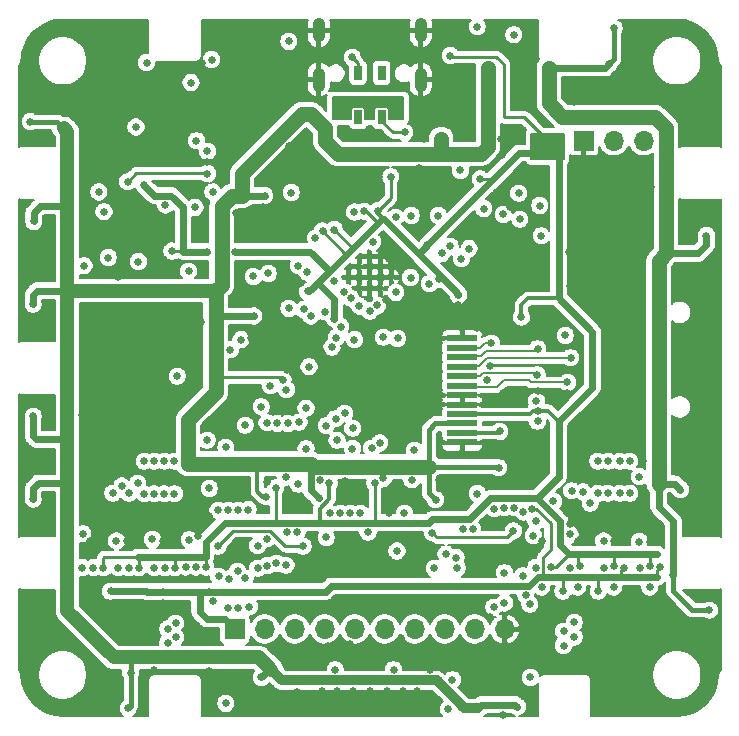
<source format=gbl>
G04 #@! TF.GenerationSoftware,KiCad,Pcbnew,(5.1.10)-1*
G04 #@! TF.CreationDate,2023-09-12T17:10:12+08:00*
G04 #@! TF.ProjectId,BusPirate-5-rev8,42757350-6972-4617-9465-2d352d726576,rev?*
G04 #@! TF.SameCoordinates,Original*
G04 #@! TF.FileFunction,Copper,L4,Bot*
G04 #@! TF.FilePolarity,Positive*
%FSLAX46Y46*%
G04 Gerber Fmt 4.6, Leading zero omitted, Abs format (unit mm)*
G04 Created by KiCad (PCBNEW (5.1.10)-1) date 2023-09-12 17:10:12*
%MOMM*%
%LPD*%
G01*
G04 APERTURE LIST*
G04 #@! TA.AperFunction,ComponentPad*
%ADD10O,1.050000X2.100000*%
G04 #@! TD*
G04 #@! TA.AperFunction,SMDPad,CuDef*
%ADD11R,0.700000X1.250000*%
G04 #@! TD*
G04 #@! TA.AperFunction,ComponentPad*
%ADD12O,1.700000X1.700000*%
G04 #@! TD*
G04 #@! TA.AperFunction,ComponentPad*
%ADD13R,1.700000X1.700000*%
G04 #@! TD*
G04 #@! TA.AperFunction,SMDPad,CuDef*
%ADD14R,2.550000X0.600000*%
G04 #@! TD*
G04 #@! TA.AperFunction,ComponentPad*
%ADD15C,0.600000*%
G04 #@! TD*
G04 #@! TA.AperFunction,ViaPad*
%ADD16C,0.654800*%
G04 #@! TD*
G04 #@! TA.AperFunction,Conductor*
%ADD17C,0.254000*%
G04 #@! TD*
G04 #@! TA.AperFunction,Conductor*
%ADD18C,0.609600*%
G04 #@! TD*
G04 #@! TA.AperFunction,Conductor*
%ADD19C,0.203200*%
G04 #@! TD*
G04 #@! TA.AperFunction,Conductor*
%ADD20C,0.304800*%
G04 #@! TD*
G04 #@! TA.AperFunction,Conductor*
%ADD21C,0.406400*%
G04 #@! TD*
G04 #@! TA.AperFunction,Conductor*
%ADD22C,1.168400*%
G04 #@! TD*
G04 #@! TA.AperFunction,Conductor*
%ADD23C,1.270000*%
G04 #@! TD*
G04 #@! TA.AperFunction,Conductor*
%ADD24C,0.812800*%
G04 #@! TD*
G04 #@! TA.AperFunction,Conductor*
%ADD25C,0.177800*%
G04 #@! TD*
G04 #@! TA.AperFunction,Conductor*
%ADD26C,0.250000*%
G04 #@! TD*
G04 #@! TA.AperFunction,Conductor*
%ADD27C,0.152400*%
G04 #@! TD*
G04 #@! TA.AperFunction,Conductor*
%ADD28C,0.100000*%
G04 #@! TD*
G04 APERTURE END LIST*
D10*
X125580000Y-61500000D03*
X134220000Y-61500000D03*
X125580000Y-65680000D03*
X134220000Y-65680000D03*
D11*
X128900000Y-65120000D03*
X128900000Y-68880000D03*
X130900000Y-65120000D03*
X130900000Y-68880000D03*
D12*
X153090000Y-70850000D03*
X150550000Y-70850000D03*
D13*
X148010000Y-70850000D03*
D14*
X137725000Y-93200000D03*
X137725000Y-87600000D03*
X137725000Y-95600000D03*
X137725000Y-96400000D03*
X137725000Y-90800000D03*
X137725000Y-88400000D03*
X137725000Y-92400000D03*
X137725000Y-94800000D03*
X137725000Y-90000000D03*
X137725000Y-94000000D03*
X137725000Y-91600000D03*
X137725000Y-89200000D03*
D15*
X131703122Y-82430000D03*
X130801561Y-83331561D03*
X129900000Y-84233122D03*
X130801561Y-81528439D03*
X129900000Y-82430000D03*
X128998439Y-83331561D03*
X129900000Y-80626878D03*
X128998439Y-81528439D03*
X128096878Y-82430000D03*
D13*
X118470000Y-112220000D03*
D12*
X121010000Y-112220000D03*
X123550000Y-112220000D03*
X126090000Y-112220000D03*
X128630000Y-112220000D03*
X131170000Y-112220000D03*
X133710000Y-112220000D03*
X136250000Y-112220000D03*
X138790000Y-112220000D03*
X141330000Y-112220000D03*
D16*
X118650000Y-61350000D03*
X114900000Y-101000000D03*
X102700000Y-110700000D03*
X135800000Y-63000000D03*
X147150000Y-66550000D03*
X157200000Y-78900000D03*
X130700000Y-73900000D03*
X129900000Y-73900000D03*
X129100000Y-73900000D03*
X138100000Y-78900000D03*
X102600000Y-77600000D03*
X144650000Y-73500000D03*
X143900000Y-63800000D03*
X152050000Y-62600000D03*
X157100000Y-69500000D03*
X108100000Y-117600000D03*
X102500000Y-101200000D03*
X102500000Y-94200000D03*
X102500000Y-84700000D03*
X102400000Y-68300000D03*
X117450000Y-117350000D03*
X140500000Y-116200000D03*
X134750000Y-86750000D03*
X138950000Y-86700000D03*
X122050000Y-84200000D03*
X158500000Y-90950000D03*
X131300000Y-84350000D03*
X126350000Y-113600000D03*
X129900000Y-113250000D03*
X128250000Y-113500000D03*
X139200000Y-113600000D03*
X140050000Y-111150000D03*
X134800000Y-114350000D03*
X132500000Y-112950000D03*
X131950000Y-119250000D03*
X130600000Y-119250000D03*
X129150000Y-119250000D03*
X127800000Y-119250000D03*
X126450000Y-119250000D03*
X133300000Y-119250000D03*
X158600000Y-86100000D03*
X152200000Y-94200000D03*
X143050000Y-83300000D03*
X153750000Y-74750000D03*
X107550000Y-62750000D03*
X124450000Y-88650000D03*
X141150000Y-119450000D03*
X125750000Y-88650000D03*
X131100000Y-92750000D03*
X124850000Y-75500000D03*
X140050000Y-89900000D03*
X140000000Y-82900000D03*
X140000000Y-84000000D03*
X156500000Y-88000000D03*
X156500000Y-91450000D03*
X149150000Y-74150000D03*
X156100000Y-97500000D03*
X158750000Y-96850000D03*
X156350000Y-82000000D03*
X146800000Y-80250000D03*
X124000000Y-66200000D03*
X117400000Y-66000000D03*
X136950000Y-67650000D03*
X137400000Y-84800000D03*
X147150000Y-67600000D03*
X142800000Y-70700000D03*
X126850000Y-73900000D03*
X125800000Y-90750000D03*
X135800000Y-66100000D03*
X134200000Y-67350000D03*
X135500000Y-67350000D03*
X113450000Y-68650000D03*
X113450000Y-67600000D03*
X111900000Y-78100000D03*
X112800000Y-89800000D03*
X120550000Y-81500000D03*
X116100000Y-72680000D03*
X115700000Y-64250000D03*
X115750000Y-67600000D03*
X126850000Y-75500000D03*
X125900000Y-75500000D03*
X123850000Y-76450000D03*
X120850000Y-76450000D03*
X112500000Y-87200000D03*
X120050000Y-84500000D03*
X105500000Y-94050000D03*
X108550000Y-82400000D03*
X138350000Y-67600000D03*
X127850000Y-70500000D03*
X123050000Y-71350000D03*
X119650000Y-76950000D03*
X118600000Y-76950000D03*
X118500000Y-84400000D03*
X115650000Y-86250000D03*
X135000000Y-115650000D03*
X131350000Y-117450000D03*
X132700000Y-117450000D03*
X133900000Y-117450000D03*
X129900000Y-117450000D03*
X128450000Y-117450000D03*
X127150000Y-117450000D03*
X125850000Y-117450000D03*
X123700000Y-117500000D03*
X109000000Y-85500000D03*
X153200000Y-80100000D03*
X156300000Y-102200000D03*
X129850000Y-63700000D03*
X137000000Y-66200000D03*
X143700000Y-85500000D03*
X146850000Y-83150000D03*
X140300000Y-86900000D03*
X141650000Y-79350000D03*
X147100000Y-98650000D03*
X153600000Y-104800000D03*
X147500000Y-104750000D03*
X150550000Y-104750000D03*
X144450000Y-104750000D03*
X146850000Y-103350000D03*
X149050000Y-102900000D03*
X152550000Y-102550000D03*
X112400000Y-104750000D03*
X109350000Y-104750000D03*
X106250000Y-104750000D03*
X134200000Y-107000000D03*
X115350000Y-104300000D03*
X121200000Y-99750000D03*
X122900000Y-100900000D03*
X127800000Y-99650000D03*
X122860000Y-90290000D03*
X153180000Y-103670000D03*
X152990000Y-97970000D03*
X152570000Y-83990000D03*
X152690000Y-112750000D03*
X145380000Y-110920000D03*
X148440000Y-110920000D03*
X151480000Y-110920000D03*
X149300000Y-115970000D03*
X148450000Y-114600000D03*
X156850000Y-111900000D03*
X123490000Y-114540000D03*
X110180000Y-111000000D03*
X107130000Y-111000000D03*
X106440000Y-101820000D03*
X105700000Y-98890000D03*
X108650000Y-94150000D03*
X137510000Y-111130000D03*
X135050000Y-111140000D03*
X116260000Y-102650000D03*
X113960000Y-103150000D03*
X111010000Y-103640000D03*
X107540000Y-102890000D03*
X116950000Y-95000000D03*
X114800000Y-91000000D03*
X139600000Y-107050000D03*
X124050000Y-82880000D03*
X119860000Y-87560000D03*
X109650000Y-63950000D03*
X105800000Y-70500000D03*
X156100000Y-67950000D03*
X149300000Y-66200000D03*
X153500000Y-110450000D03*
X155650000Y-110500000D03*
X111650000Y-115700000D03*
X109850000Y-112900000D03*
X103300000Y-112050000D03*
X148250000Y-94950000D03*
X150250000Y-88550000D03*
X144120000Y-92090000D03*
X146610000Y-92210000D03*
X135770000Y-99600000D03*
X112350000Y-110000000D03*
X125200000Y-107350000D03*
X114450000Y-110050000D03*
X116250000Y-115800000D03*
X120600000Y-70200000D03*
X141950000Y-70700000D03*
X141050000Y-70700000D03*
X143300000Y-98400000D03*
X144700000Y-95950000D03*
X141150000Y-92250000D03*
X131550000Y-102400000D03*
X112400000Y-94650000D03*
X115500000Y-77550000D03*
X121900000Y-63500000D03*
X124200000Y-63000000D03*
X128800000Y-104450000D03*
X141100000Y-72050000D03*
X142350000Y-73550000D03*
X137550000Y-74450000D03*
X141750000Y-76450000D03*
X132850000Y-73300000D03*
X134450000Y-70700000D03*
X134100000Y-73200000D03*
X134100000Y-75450000D03*
X120900000Y-66350000D03*
X106950000Y-75200000D03*
X105700000Y-81450000D03*
X149250000Y-109000000D03*
X146250000Y-109000000D03*
X154500000Y-106950000D03*
X151400000Y-107000000D03*
X111000000Y-109050000D03*
X107950000Y-109000000D03*
X116300000Y-100300000D03*
X120710000Y-93390000D03*
X143650000Y-102000000D03*
X112350000Y-109050000D03*
X116300000Y-109050000D03*
X123050000Y-85050000D03*
X108150000Y-100700000D03*
X106500000Y-107000000D03*
X126100000Y-85350000D03*
X144450000Y-108650000D03*
X145450000Y-101400000D03*
X119700000Y-110300000D03*
X143100000Y-109350000D03*
X126850000Y-82750000D03*
X108900000Y-100100000D03*
X109500000Y-107000000D03*
X127700000Y-83650000D03*
X147500000Y-108650000D03*
X146990000Y-100510000D03*
X126960000Y-115663800D03*
X118750000Y-110450000D03*
X143450000Y-110100000D03*
X124300000Y-85150000D03*
X109500000Y-100700000D03*
X112550000Y-107000000D03*
X128300000Y-84200000D03*
X150550000Y-108650000D03*
X147950000Y-100600000D03*
X117900000Y-110450000D03*
X131910000Y-115663800D03*
X141300000Y-110000000D03*
X124900000Y-85700000D03*
X110250000Y-99850000D03*
X115150000Y-106950000D03*
X129000000Y-84850000D03*
X148550000Y-101550000D03*
X153600000Y-108650000D03*
X116600000Y-109850000D03*
X140400000Y-110350000D03*
X127450000Y-86600000D03*
X110800000Y-98000000D03*
X131050000Y-87500000D03*
X149200000Y-98000000D03*
X127050000Y-87550000D03*
X111650000Y-98000000D03*
X129900000Y-85300000D03*
X150100000Y-98000000D03*
X126700000Y-88350000D03*
X112500000Y-98000000D03*
X132250000Y-87600000D03*
X151050000Y-98000000D03*
X128600000Y-87700000D03*
X113350000Y-98000000D03*
X130550000Y-84800000D03*
X151900000Y-98000000D03*
X123250000Y-75250000D03*
X130150000Y-79400000D03*
X145900000Y-70800000D03*
X145900000Y-71900000D03*
X144900000Y-71900000D03*
X144900000Y-70800000D03*
X125900000Y-78500000D03*
X126880000Y-78380000D03*
X134750000Y-79700000D03*
X129420000Y-76820000D03*
X130630000Y-76780000D03*
X135800000Y-82600000D03*
X126475000Y-99825000D03*
X126900000Y-85950000D03*
X137400000Y-83950000D03*
X113150000Y-80200000D03*
X116150000Y-71750000D03*
X118500000Y-80250000D03*
X116150000Y-80250000D03*
X131680000Y-73920000D03*
X142740000Y-85790000D03*
X153650000Y-106900000D03*
X150550000Y-106850000D03*
X147700000Y-106900000D03*
X145250000Y-106950000D03*
X113400000Y-107000000D03*
X110350000Y-107000000D03*
X107350000Y-107000000D03*
X116000000Y-106950000D03*
X121950000Y-100250000D03*
X124630000Y-83620000D03*
X144110000Y-93750000D03*
X130330000Y-99840000D03*
X110800000Y-74650000D03*
X114050000Y-76450000D03*
X139250000Y-74100000D03*
X128400000Y-63800000D03*
X136700000Y-63650000D03*
X145050000Y-64700000D03*
X145050000Y-65800000D03*
X158400000Y-78900000D03*
X101450000Y-77700000D03*
X101400000Y-84700000D03*
X101400000Y-94200000D03*
X101400000Y-101200000D03*
X120700000Y-116300000D03*
X142400000Y-118800000D03*
X120075000Y-85700000D03*
X156200000Y-100400000D03*
X121000000Y-75500000D03*
X135950000Y-70700000D03*
X121150000Y-101000000D03*
X125600000Y-101150000D03*
X122550000Y-91100000D03*
X104000000Y-69800000D03*
X101150000Y-69250000D03*
X150150000Y-64350000D03*
X150600000Y-61350000D03*
X155600000Y-107600000D03*
X158650000Y-110600000D03*
X109650000Y-115900000D03*
X109450000Y-118900000D03*
X139050000Y-118900000D03*
X135465000Y-101265000D03*
X131050000Y-99450000D03*
X126100000Y-70900000D03*
X124900000Y-68600000D03*
X139900000Y-64700000D03*
X139900000Y-65800000D03*
X139900000Y-70900000D03*
X139900000Y-69450000D03*
X140800000Y-98550000D03*
X125300000Y-79100000D03*
X128600000Y-76900000D03*
X132100000Y-83700000D03*
X107390000Y-76890000D03*
X122840000Y-91930000D03*
X140900000Y-95475000D03*
X127125000Y-96225000D03*
X137650000Y-80850000D03*
X116130000Y-96210000D03*
X146900000Y-89250000D03*
X138300000Y-80000000D03*
X144100000Y-88470000D03*
X128450000Y-95200000D03*
X114760000Y-65940000D03*
X112600000Y-76300000D03*
X113600000Y-90800000D03*
X115220000Y-70860000D03*
X115100000Y-76500000D03*
X142500000Y-75300000D03*
X124600000Y-82000000D03*
X120050000Y-82350000D03*
X132089415Y-77339415D03*
X124750000Y-90000000D03*
X128425000Y-96925000D03*
X136700000Y-79800000D03*
X124500000Y-96950000D03*
X124500000Y-93500000D03*
X117710000Y-96820000D03*
X130050000Y-96890000D03*
X123850000Y-81450000D03*
X121300000Y-82100000D03*
X132830000Y-102410000D03*
X133450000Y-99570000D03*
X132200000Y-105600000D03*
X139000000Y-100730000D03*
X135200000Y-104050000D03*
X142050000Y-103900000D03*
X117050000Y-105200000D03*
X124250000Y-105200000D03*
X136000000Y-80400000D03*
X127775000Y-93950000D03*
X119350000Y-94950000D03*
X111000000Y-64250000D03*
X137575000Y-73375000D03*
X134950000Y-82950000D03*
X144000000Y-92900000D03*
X144420000Y-78920000D03*
X146630000Y-91330000D03*
X144080000Y-90690000D03*
X142600000Y-77500000D03*
X126200000Y-95000000D03*
X140200000Y-88000000D03*
X143970000Y-103100000D03*
X127000000Y-94400000D03*
X118100000Y-88550000D03*
X110100000Y-69700000D03*
X119000000Y-87700000D03*
X114550000Y-81900000D03*
X146450000Y-87350000D03*
X141200000Y-77100000D03*
X135700000Y-77200000D03*
X133400000Y-77200000D03*
X133350000Y-82450000D03*
X139850000Y-91150000D03*
X152700000Y-99300000D03*
X133680000Y-97060000D03*
X116150000Y-73650000D03*
X109400000Y-74350000D03*
X127100000Y-68750000D03*
X132400000Y-68750000D03*
X143500000Y-116300000D03*
X136900000Y-116500000D03*
X107750000Y-80750000D03*
X110300000Y-81100000D03*
X113350000Y-100750000D03*
X114600000Y-104650000D03*
X111650000Y-100750000D03*
X108450000Y-104750000D03*
X112498092Y-100750000D03*
X111500000Y-104600000D03*
X110800000Y-100750000D03*
X105600000Y-104150000D03*
X114300000Y-106950000D03*
X113450000Y-111700000D03*
X108600000Y-107000000D03*
X113450000Y-112900000D03*
X111650000Y-107000000D03*
X112800000Y-112200000D03*
X105550000Y-107000000D03*
X112800000Y-113400000D03*
X151900000Y-100700000D03*
X152700000Y-104800000D03*
X150050000Y-100700000D03*
X146850000Y-104200000D03*
X151050000Y-100700000D03*
X149700000Y-104750000D03*
X149200000Y-100700000D03*
X143750000Y-104300000D03*
X152800000Y-107000000D03*
X146300000Y-113600000D03*
X149750000Y-107000000D03*
X147200000Y-112900000D03*
X143950000Y-107000000D03*
X147200000Y-111650000D03*
X146850000Y-107000000D03*
X146300000Y-112400000D03*
X135350000Y-107050000D03*
X142850000Y-107700000D03*
X137300000Y-107050000D03*
X141300000Y-107450000D03*
X120400000Y-105150000D03*
X119350000Y-107900000D03*
X121200000Y-104550000D03*
X118700000Y-107300000D03*
X117100000Y-107750000D03*
X122800000Y-106800000D03*
X118000000Y-107950000D03*
X120400000Y-107050000D03*
X126200000Y-104450000D03*
X123850000Y-99950000D03*
X122800000Y-99350000D03*
X125700000Y-99580000D03*
X121490000Y-91590000D03*
X144100000Y-94600000D03*
X130750000Y-96450000D03*
X123900000Y-94700000D03*
X129100000Y-102400000D03*
X122050000Y-94800000D03*
X127400000Y-102400000D03*
X122950000Y-94800000D03*
X128250000Y-102400000D03*
X121200000Y-94750000D03*
X126500000Y-102400000D03*
X137200000Y-106150000D03*
X142900000Y-102300000D03*
X138600000Y-103750000D03*
X141300000Y-101950000D03*
X136350000Y-105850000D03*
X142150000Y-101950000D03*
X137750000Y-103750000D03*
X140450000Y-102000000D03*
X119600000Y-102100000D03*
X123740000Y-104000000D03*
X117900000Y-102150000D03*
X122000000Y-106650000D03*
X118750000Y-102150000D03*
X122860000Y-104020000D03*
X117050000Y-102150000D03*
X121200000Y-106830000D03*
X117700000Y-118500000D03*
X136550000Y-119000000D03*
X116500000Y-64000000D03*
X123050000Y-62450000D03*
X142100000Y-61900000D03*
X139000000Y-61200000D03*
X132850000Y-70150000D03*
X129750000Y-104000000D03*
X144300000Y-76350000D03*
X116600000Y-75200000D03*
X139550000Y-76600000D03*
D17*
X149250000Y-109000000D02*
X149250000Y-107800000D01*
D18*
X149250000Y-107800000D02*
X154250000Y-107800000D01*
D17*
X146250000Y-109000000D02*
X146250000Y-107800000D01*
D18*
X146250000Y-107800000D02*
X149250000Y-107800000D01*
D17*
X154250000Y-107200000D02*
X154250000Y-107800000D01*
X154500000Y-106950000D02*
X154250000Y-107200000D01*
X151200000Y-107200000D02*
X151200000Y-107800000D01*
X151400000Y-107000000D02*
X151200000Y-107200000D01*
D18*
X144600000Y-107800000D02*
X146250000Y-107800000D01*
X116100000Y-111350000D02*
X117600000Y-111350000D01*
X117600000Y-111350000D02*
X118470000Y-112220000D01*
D17*
X107950000Y-109000000D02*
X108000000Y-109050000D01*
D18*
X110950000Y-109000000D02*
X111000000Y-109050000D01*
X107950000Y-109000000D02*
X110950000Y-109000000D01*
D17*
X145200000Y-103250000D02*
X145200000Y-105500000D01*
X143950000Y-102000000D02*
X145200000Y-103250000D01*
X144600000Y-106100000D02*
X144600000Y-107800000D01*
X143650000Y-102000000D02*
X143950000Y-102000000D01*
X145200000Y-105500000D02*
X144600000Y-106100000D01*
D18*
X115500000Y-110750000D02*
X116100000Y-111350000D01*
X115450000Y-109050000D02*
X115500000Y-109100000D01*
X112350000Y-109050000D02*
X115450000Y-109050000D01*
X115500000Y-109100000D02*
X115500000Y-110750000D01*
X112350000Y-109050000D02*
X111000000Y-109050000D01*
X143350000Y-108550000D02*
X144100000Y-107800000D01*
X126650000Y-108550000D02*
X143350000Y-108550000D01*
X126150000Y-109050000D02*
X126650000Y-108550000D01*
X144100000Y-107800000D02*
X144600000Y-107800000D01*
X116300000Y-109050000D02*
X126150000Y-109050000D01*
X116300000Y-109050000D02*
X115450000Y-109050000D01*
X144900000Y-70800000D02*
X144900000Y-71900000D01*
D19*
X126880000Y-78380000D02*
X126900000Y-78360000D01*
D17*
X126880000Y-78380000D02*
X128450000Y-79950000D01*
X125900000Y-78500000D02*
X127900000Y-80500000D01*
D18*
X128450000Y-79950000D02*
X127900000Y-80500000D01*
X142550000Y-71900000D02*
X144900000Y-71900000D01*
X128450000Y-79950000D02*
X130600000Y-77800000D01*
D20*
X129620000Y-76820000D02*
X130600000Y-77800000D01*
X129420000Y-76820000D02*
X129620000Y-76820000D01*
X130630000Y-76780000D02*
X130630000Y-77030000D01*
D18*
X134750000Y-79700000D02*
X134125000Y-80325000D01*
X134125000Y-80325000D02*
X134125000Y-80525000D01*
X134125000Y-80525000D02*
X131400000Y-77800000D01*
X130600000Y-77800000D02*
X130900000Y-77500000D01*
X130900000Y-77500000D02*
X131100000Y-77500000D01*
D20*
X130630000Y-77030000D02*
X131100000Y-77500000D01*
D18*
X131400000Y-77800000D02*
X131100000Y-77500000D01*
D21*
X135800000Y-82600000D02*
X136000000Y-82400000D01*
D18*
X136000000Y-82400000D02*
X134125000Y-80525000D01*
X127900000Y-80500000D02*
X126512500Y-81887500D01*
X123800000Y-103200000D02*
X121550000Y-103200000D01*
X126900000Y-84300000D02*
X125500000Y-82900000D01*
X126900000Y-85950000D02*
X126900000Y-84300000D01*
X137400000Y-83800000D02*
X136000000Y-82400000D01*
X137400000Y-83950000D02*
X137400000Y-83800000D01*
D17*
X114075000Y-80200000D02*
X114125000Y-80250000D01*
X113150000Y-80200000D02*
X114075000Y-80200000D01*
D18*
X124875000Y-80250000D02*
X126512500Y-81887500D01*
X118500000Y-80250000D02*
X124875000Y-80250000D01*
X116150000Y-80250000D02*
X114125000Y-80250000D01*
D17*
X131680000Y-75730000D02*
X130630000Y-76780000D01*
X131680000Y-73920000D02*
X131680000Y-75730000D01*
D18*
X145900000Y-70800000D02*
X145900000Y-71900000D01*
D20*
X142740000Y-85790000D02*
X142740000Y-84760000D01*
X143300000Y-84200000D02*
X145900000Y-84200000D01*
X142740000Y-84760000D02*
X143300000Y-84200000D01*
D18*
X145900000Y-71900000D02*
X145900000Y-84200000D01*
D17*
X153650000Y-105850000D02*
X153650000Y-106900000D01*
D18*
X153650000Y-105850000D02*
X154200000Y-105850000D01*
D17*
X150550000Y-105850000D02*
X150550000Y-106850000D01*
D18*
X150550000Y-105850000D02*
X153650000Y-105850000D01*
D17*
X147550000Y-106750000D02*
X147700000Y-106900000D01*
X147550000Y-105850000D02*
X147550000Y-106750000D01*
D18*
X146750000Y-105850000D02*
X147550000Y-105850000D01*
X147550000Y-105850000D02*
X150550000Y-105850000D01*
D17*
X145650000Y-106950000D02*
X146750000Y-105850000D01*
X145250000Y-106950000D02*
X145650000Y-106950000D01*
D18*
X146000000Y-103100000D02*
X146000000Y-105100000D01*
X144050000Y-101150000D02*
X146000000Y-103100000D01*
D17*
X116000000Y-106950000D02*
X116000000Y-106100000D01*
X113400000Y-106150000D02*
X113450000Y-106100000D01*
X113400000Y-107000000D02*
X113400000Y-106150000D01*
D18*
X116000000Y-106100000D02*
X113450000Y-106100000D01*
D17*
X110350000Y-106150000D02*
X110300000Y-106100000D01*
X110350000Y-107000000D02*
X110350000Y-106150000D01*
D18*
X113450000Y-106100000D02*
X110300000Y-106100000D01*
D17*
X107350000Y-107000000D02*
X107350000Y-106150000D01*
X107400000Y-106100000D02*
X107350000Y-106150000D01*
X110300000Y-106100000D02*
X107400000Y-106100000D01*
D18*
X116000000Y-104850000D02*
X116000000Y-106100000D01*
X117650000Y-103200000D02*
X116000000Y-104850000D01*
X121550000Y-103200000D02*
X117650000Y-103200000D01*
D17*
X121950000Y-103150000D02*
X121900000Y-103200000D01*
X121900000Y-103200000D02*
X121550000Y-103200000D01*
X121950000Y-100250000D02*
X121950000Y-103150000D01*
D20*
X126475000Y-99825000D02*
X126475000Y-101175000D01*
X125650000Y-102000000D02*
X125650000Y-103200000D01*
X126475000Y-101175000D02*
X125650000Y-102000000D01*
D18*
X125650000Y-103200000D02*
X123800000Y-103200000D01*
X126975000Y-103200000D02*
X125650000Y-103200000D01*
X134900000Y-103200000D02*
X126975000Y-103200000D01*
X135200000Y-102900000D02*
X134900000Y-103200000D01*
X138350000Y-102900000D02*
X135200000Y-102900000D01*
X140100000Y-101150000D02*
X138350000Y-102900000D01*
X144050000Y-101150000D02*
X140100000Y-101150000D01*
X124780000Y-83620000D02*
X126512500Y-81887500D01*
X124630000Y-83620000D02*
X124780000Y-83620000D01*
X145900000Y-99300000D02*
X144050000Y-101150000D01*
X145900000Y-94630000D02*
X145900000Y-99300000D01*
X148750000Y-91780000D02*
X145900000Y-94630000D01*
X148750000Y-87050000D02*
X148750000Y-91780000D01*
X145900000Y-84200000D02*
X148750000Y-87050000D01*
D20*
X145020000Y-93740000D02*
X145920000Y-94640000D01*
X144120000Y-93740000D02*
X145020000Y-93740000D01*
D18*
X146000000Y-105100000D02*
X146750000Y-105850000D01*
D17*
X130350000Y-99860000D02*
X130330000Y-99840000D01*
X130350000Y-103200000D02*
X130350000Y-99860000D01*
D20*
X144070000Y-93790000D02*
X144110000Y-93750000D01*
X143680000Y-93750000D02*
X144110000Y-93750000D01*
X143430000Y-94000000D02*
X143680000Y-93750000D01*
X137725000Y-94000000D02*
X143430000Y-94000000D01*
D18*
X113100000Y-75500000D02*
X111650000Y-75500000D01*
X114050000Y-76450000D02*
X113100000Y-75500000D01*
X111650000Y-75500000D02*
X110800000Y-74650000D01*
X114100000Y-80225000D02*
X114125000Y-80250000D01*
X114100000Y-76500000D02*
X114100000Y-80225000D01*
X114050000Y-76450000D02*
X114100000Y-76500000D01*
D17*
X140300000Y-74100000D02*
X140325000Y-74125000D01*
X139250000Y-74100000D02*
X140300000Y-74100000D01*
D18*
X140325000Y-74125000D02*
X142550000Y-71900000D01*
X134750000Y-79700000D02*
X140325000Y-74125000D01*
D17*
X136800000Y-63750000D02*
X136700000Y-63650000D01*
X140600000Y-63750000D02*
X136800000Y-63750000D01*
X141250000Y-64400000D02*
X140600000Y-63750000D01*
X141250000Y-68880000D02*
X141250000Y-64400000D01*
X142980000Y-68880000D02*
X144900000Y-70800000D01*
X141250000Y-68880000D02*
X142980000Y-68880000D01*
X128900000Y-64300000D02*
X128400000Y-63800000D01*
X128900000Y-65150000D02*
X128900000Y-64300000D01*
X120950000Y-75550000D02*
X121000000Y-75500000D01*
D18*
X101450000Y-77700000D02*
X101450000Y-76950000D01*
X104200000Y-76400000D02*
X104300000Y-76500000D01*
X102000000Y-76400000D02*
X104200000Y-76400000D01*
X101400000Y-83900000D02*
X101750000Y-83550000D01*
X101400000Y-84700000D02*
X101400000Y-83900000D01*
X101750000Y-83550000D02*
X104150000Y-83550000D01*
D22*
X116600000Y-83550000D02*
X116900000Y-83850000D01*
X104300000Y-83550000D02*
X116600000Y-83550000D01*
D18*
X101450000Y-76950000D02*
X102000000Y-76400000D01*
X101400000Y-94200000D02*
X101400000Y-95900000D01*
X101650000Y-96150000D02*
X104300000Y-96150000D01*
X101400000Y-95900000D02*
X101650000Y-96150000D01*
D22*
X104300000Y-96150000D02*
X104300000Y-76500000D01*
D18*
X101400000Y-101200000D02*
X101400000Y-100300000D01*
X101850000Y-99850000D02*
X104300000Y-99850000D01*
D22*
X104300000Y-99850000D02*
X104300000Y-96150000D01*
D18*
X101400000Y-100300000D02*
X101850000Y-99850000D01*
D22*
X104300000Y-110700000D02*
X104300000Y-99850000D01*
D18*
X121350000Y-115650000D02*
X121550000Y-115650000D01*
X120700000Y-116300000D02*
X121350000Y-115650000D01*
D23*
X116900000Y-83850000D02*
X116850000Y-83900000D01*
D18*
X120075000Y-85700000D02*
X116850000Y-85700000D01*
D23*
X116850000Y-83900000D02*
X116850000Y-85700000D01*
X145050000Y-64700000D02*
X145050000Y-65800000D01*
X145050000Y-65800000D02*
X145050000Y-67700000D01*
X146200000Y-68850000D02*
X154050000Y-68850000D01*
X145050000Y-67700000D02*
X146200000Y-68850000D01*
X155000000Y-69800000D02*
X154050000Y-68850000D01*
X155000000Y-80400000D02*
X155000000Y-69800000D01*
X154350000Y-81050000D02*
X154350000Y-99900000D01*
X155000000Y-80400000D02*
X154350000Y-81050000D01*
D18*
X155700000Y-99900000D02*
X156200000Y-100400000D01*
X154350000Y-99900000D02*
X155700000Y-99900000D01*
X155000000Y-80400000D02*
X157700000Y-80400000D01*
X158400000Y-79700000D02*
X158400000Y-78900000D01*
X157700000Y-80400000D02*
X158400000Y-79700000D01*
D23*
X135950000Y-70700000D02*
X135950000Y-72000000D01*
D20*
X121150000Y-101000000D02*
X120800000Y-101000000D01*
X120350000Y-100550000D02*
X120350000Y-98200000D01*
X120800000Y-101000000D02*
X120350000Y-100550000D01*
D23*
X120350000Y-98200000D02*
X124900000Y-98200000D01*
D18*
X124900000Y-100450000D02*
X124900000Y-98200000D01*
X125600000Y-101150000D02*
X124900000Y-100450000D01*
D23*
X116850000Y-85700000D02*
X116850000Y-92150000D01*
X114490000Y-98200000D02*
X117750000Y-98200000D01*
X117750000Y-98200000D02*
X120350000Y-98200000D01*
X114490000Y-94510000D02*
X114490000Y-98200000D01*
X116850000Y-92150000D02*
X114490000Y-94510000D01*
D17*
X122350000Y-90900000D02*
X116850000Y-90900000D01*
X122550000Y-91100000D02*
X122350000Y-90900000D01*
D22*
X104300000Y-70100000D02*
X104000000Y-69800000D01*
X104300000Y-76500000D02*
X104300000Y-70100000D01*
D21*
X104000000Y-69800000D02*
X103450000Y-69250000D01*
X103450000Y-69250000D02*
X101150000Y-69250000D01*
D18*
X149850000Y-64700000D02*
X145050000Y-64700000D01*
X150150000Y-64400000D02*
X149850000Y-64700000D01*
X150150000Y-64350000D02*
X150150000Y-64400000D01*
D21*
X150150000Y-64350000D02*
X150600000Y-63900000D01*
X150600000Y-63900000D02*
X150600000Y-61350000D01*
D18*
X155600000Y-103100000D02*
X155600000Y-107600000D01*
X154350000Y-101850000D02*
X155600000Y-103100000D01*
X154350000Y-99900000D02*
X154350000Y-101850000D01*
D21*
X158650000Y-110600000D02*
X157200000Y-110600000D01*
X155600000Y-109000000D02*
X155600000Y-107600000D01*
X157200000Y-110600000D02*
X155600000Y-109000000D01*
D22*
X104300000Y-110700000D02*
X108200000Y-114600000D01*
X120500000Y-114600000D02*
X121550000Y-115650000D01*
X108200000Y-114600000D02*
X109650000Y-114600000D01*
D21*
X109650000Y-114600000D02*
X109650000Y-115900000D01*
D22*
X109650000Y-114600000D02*
X120500000Y-114600000D01*
D21*
X109650000Y-118700000D02*
X109450000Y-118900000D01*
X109650000Y-115900000D02*
X109650000Y-118700000D01*
D24*
X122450000Y-116550000D02*
X121550000Y-115650000D01*
X135550000Y-116550000D02*
X122450000Y-116550000D01*
X137900000Y-118900000D02*
X135550000Y-116550000D01*
X139050000Y-118900000D02*
X137900000Y-118900000D01*
D18*
X142200000Y-118600000D02*
X142400000Y-118800000D01*
X139350000Y-118600000D02*
X142200000Y-118600000D01*
X139050000Y-118900000D02*
X139350000Y-118600000D01*
D23*
X124820000Y-98200000D02*
X125070000Y-98450000D01*
D21*
X134880000Y-100680000D02*
X134880000Y-98520000D01*
X135465000Y-101265000D02*
X134880000Y-100680000D01*
D25*
X131050000Y-99450000D02*
X131050000Y-98480000D01*
X131050000Y-98480000D02*
X131080000Y-98450000D01*
D23*
X125070000Y-98450000D02*
X131080000Y-98450000D01*
X127200000Y-72000000D02*
X135950000Y-72000000D01*
X126100000Y-70900000D02*
X127200000Y-72000000D01*
X126100000Y-69800000D02*
X126100000Y-70900000D01*
X124900000Y-68600000D02*
X126100000Y-69800000D01*
X139900000Y-65800000D02*
X139900000Y-64700000D01*
X139300000Y-72000000D02*
X135950000Y-72000000D01*
X139900000Y-71400000D02*
X139300000Y-72000000D01*
X139900000Y-70900000D02*
X139900000Y-71400000D01*
X139900000Y-69450000D02*
X139900000Y-70900000D01*
X139900000Y-69450000D02*
X139900000Y-65800000D01*
D21*
X137725000Y-94800000D02*
X135450000Y-94800000D01*
X134900000Y-95350000D02*
X134900000Y-98450000D01*
X135450000Y-94800000D02*
X134900000Y-95350000D01*
D23*
X131080000Y-98450000D02*
X134900000Y-98450000D01*
D21*
X140700000Y-98450000D02*
X140800000Y-98550000D01*
X134900000Y-98450000D02*
X140700000Y-98450000D01*
D23*
X119100000Y-73650000D02*
X119100000Y-75500000D01*
X124150000Y-68600000D02*
X119100000Y-73650000D01*
X124900000Y-68600000D02*
X124150000Y-68600000D01*
D18*
X121000000Y-75500000D02*
X119100000Y-75500000D01*
D23*
X117350000Y-76400000D02*
X117350000Y-83100000D01*
X118250000Y-75500000D02*
X117350000Y-76400000D01*
X117350000Y-83100000D02*
X116750000Y-83700000D01*
X119100000Y-75500000D02*
X118250000Y-75500000D01*
D20*
X140775000Y-95600000D02*
X140900000Y-95475000D01*
X137725000Y-95600000D02*
X140775000Y-95600000D01*
D19*
X137775000Y-89950000D02*
X137725000Y-90000000D01*
X139150000Y-89950000D02*
X137775000Y-89950000D01*
X146900000Y-89250000D02*
X139850000Y-89250000D01*
X139850000Y-89250000D02*
X139150000Y-89950000D01*
X139300000Y-89100000D02*
X137750000Y-89100000D01*
X139750000Y-88650000D02*
X139300000Y-89100000D01*
X143920000Y-88650000D02*
X139750000Y-88650000D01*
X144100000Y-88470000D02*
X143920000Y-88650000D01*
D17*
X135600000Y-104450000D02*
X135200000Y-104050000D01*
X141500000Y-104450000D02*
X135600000Y-104450000D01*
X142050000Y-103900000D02*
X141500000Y-104450000D01*
X118350000Y-103900000D02*
X117050000Y-105200000D01*
X121450000Y-103900000D02*
X118350000Y-103900000D01*
X122750000Y-105200000D02*
X121450000Y-103900000D01*
X124250000Y-105200000D02*
X122750000Y-105200000D01*
D19*
X143530000Y-91330000D02*
X146630000Y-91330000D01*
X141300000Y-91150000D02*
X143350000Y-91150000D01*
X140700000Y-91750000D02*
X141300000Y-91150000D01*
X143350000Y-91150000D02*
X143530000Y-91330000D01*
X137875000Y-91750000D02*
X140700000Y-91750000D01*
X137725000Y-91600000D02*
X137875000Y-91750000D01*
X144080000Y-90690000D02*
X144070000Y-90700000D01*
X143940000Y-90550000D02*
X144080000Y-90690000D01*
X139450000Y-90550000D02*
X143940000Y-90550000D01*
X139200000Y-90800000D02*
X139450000Y-90550000D01*
X137725000Y-90800000D02*
X139200000Y-90800000D01*
X139650000Y-88000000D02*
X140200000Y-88000000D01*
X139250000Y-88400000D02*
X139650000Y-88000000D01*
X137725000Y-88400000D02*
X139250000Y-88400000D01*
D26*
X116130000Y-73630000D02*
X116150000Y-73650000D01*
X110120000Y-73630000D02*
X116130000Y-73630000D01*
X109400000Y-74350000D02*
X110120000Y-73630000D01*
D17*
X130850000Y-69050000D02*
X130850000Y-68750000D01*
X130850000Y-69150000D02*
X130850000Y-69050000D01*
X131850000Y-70150000D02*
X130850000Y-69150000D01*
X132850000Y-70150000D02*
X131850000Y-70150000D01*
D27*
X154914200Y-108966321D02*
X154910883Y-109000000D01*
X154914200Y-109033679D01*
X154914200Y-109033688D01*
X154924123Y-109134439D01*
X154963338Y-109263713D01*
X155027019Y-109382852D01*
X155027020Y-109382853D01*
X155090333Y-109460000D01*
X155112720Y-109487279D01*
X155138887Y-109508754D01*
X156691242Y-111061109D01*
X156712720Y-111087280D01*
X156817147Y-111172981D01*
X156936286Y-111236662D01*
X157065560Y-111275877D01*
X157166311Y-111285800D01*
X157166314Y-111285800D01*
X157200000Y-111289118D01*
X157233686Y-111285800D01*
X158218411Y-111285800D01*
X158266321Y-111317812D01*
X158413732Y-111378872D01*
X158570222Y-111410000D01*
X158729778Y-111410000D01*
X158886268Y-111378872D01*
X159033679Y-111317812D01*
X159166345Y-111229168D01*
X159279168Y-111116345D01*
X159367812Y-110983679D01*
X159428872Y-110836268D01*
X159460000Y-110679778D01*
X159460000Y-110520222D01*
X159428872Y-110363732D01*
X159367812Y-110216321D01*
X159279168Y-110083655D01*
X159166345Y-109970832D01*
X159033679Y-109882188D01*
X158886268Y-109821128D01*
X158729778Y-109790000D01*
X158570222Y-109790000D01*
X158413732Y-109821128D01*
X158266321Y-109882188D01*
X158218411Y-109914200D01*
X157484067Y-109914200D01*
X156427467Y-108857600D01*
X159425065Y-108857600D01*
X159450000Y-108860056D01*
X159474935Y-108857600D01*
X159549507Y-108850255D01*
X159642401Y-108822076D01*
X159642401Y-115662128D01*
X159616628Y-115675904D01*
X159539336Y-115739336D01*
X159475904Y-115816628D01*
X159428770Y-115904810D01*
X159399745Y-116000493D01*
X159389944Y-116100000D01*
X159389955Y-116100113D01*
X159323501Y-116777871D01*
X159126634Y-117429922D01*
X158806867Y-118031317D01*
X158376378Y-118559149D01*
X157851562Y-118993314D01*
X157252413Y-119317272D01*
X156601756Y-119518684D01*
X155900447Y-119592395D01*
X155899101Y-119592400D01*
X148657600Y-119592400D01*
X148657600Y-116574935D01*
X148660056Y-116550000D01*
X148650255Y-116450493D01*
X148621230Y-116354810D01*
X148574096Y-116266628D01*
X148510664Y-116189336D01*
X148433372Y-116125904D01*
X148345190Y-116078770D01*
X148249507Y-116049745D01*
X148174935Y-116042400D01*
X148150000Y-116039944D01*
X148125065Y-116042400D01*
X144674935Y-116042400D01*
X144650000Y-116039944D01*
X144625065Y-116042400D01*
X144550493Y-116049745D01*
X144454810Y-116078770D01*
X144366628Y-116125904D01*
X144301819Y-116179092D01*
X144278872Y-116063732D01*
X144217812Y-115916321D01*
X144203488Y-115894882D01*
X153817400Y-115894882D01*
X153817400Y-116305118D01*
X153897433Y-116707472D01*
X154054424Y-117086481D01*
X154282339Y-117427580D01*
X154572420Y-117717661D01*
X154913519Y-117945576D01*
X155292528Y-118102567D01*
X155694882Y-118182600D01*
X156105118Y-118182600D01*
X156507472Y-118102567D01*
X156886481Y-117945576D01*
X157227580Y-117717661D01*
X157517661Y-117427580D01*
X157745576Y-117086481D01*
X157902567Y-116707472D01*
X157982600Y-116305118D01*
X157982600Y-115894882D01*
X157902567Y-115492528D01*
X157745576Y-115113519D01*
X157517661Y-114772420D01*
X157227580Y-114482339D01*
X156886481Y-114254424D01*
X156507472Y-114097433D01*
X156105118Y-114017400D01*
X155694882Y-114017400D01*
X155292528Y-114097433D01*
X154913519Y-114254424D01*
X154572420Y-114482339D01*
X154282339Y-114772420D01*
X154054424Y-115113519D01*
X153897433Y-115492528D01*
X153817400Y-115894882D01*
X144203488Y-115894882D01*
X144129168Y-115783655D01*
X144016345Y-115670832D01*
X143883679Y-115582188D01*
X143736268Y-115521128D01*
X143579778Y-115490000D01*
X143420222Y-115490000D01*
X143263732Y-115521128D01*
X143116321Y-115582188D01*
X142983655Y-115670832D01*
X142870832Y-115783655D01*
X142782188Y-115916321D01*
X142721128Y-116063732D01*
X142690000Y-116220222D01*
X142690000Y-116379778D01*
X142721128Y-116536268D01*
X142782188Y-116683679D01*
X142870832Y-116816345D01*
X142983655Y-116929168D01*
X143116321Y-117017812D01*
X143263732Y-117078872D01*
X143420222Y-117110000D01*
X143579778Y-117110000D01*
X143736268Y-117078872D01*
X143883679Y-117017812D01*
X144016345Y-116929168D01*
X144129168Y-116816345D01*
X144142400Y-116796542D01*
X144142401Y-119525055D01*
X144142400Y-119525065D01*
X144142400Y-119592400D01*
X142568259Y-119592400D01*
X142636268Y-119578872D01*
X142783679Y-119517812D01*
X142916345Y-119429168D01*
X143029168Y-119316345D01*
X143117812Y-119183679D01*
X143178872Y-119036268D01*
X143210000Y-118879778D01*
X143210000Y-118720222D01*
X143178872Y-118563732D01*
X143117812Y-118416321D01*
X143029168Y-118283655D01*
X142916345Y-118170832D01*
X142820021Y-118106471D01*
X142784127Y-118070577D01*
X142759469Y-118040531D01*
X142639572Y-117942134D01*
X142502783Y-117869018D01*
X142354357Y-117823994D01*
X142238673Y-117812600D01*
X142238663Y-117812600D01*
X142200000Y-117808792D01*
X142161337Y-117812600D01*
X139388662Y-117812600D01*
X139349999Y-117808792D01*
X139311336Y-117812600D01*
X139311327Y-117812600D01*
X139195643Y-117823994D01*
X139047217Y-117869018D01*
X138910428Y-117942134D01*
X138826515Y-118011000D01*
X138268236Y-118011000D01*
X137398396Y-117141161D01*
X137416345Y-117129168D01*
X137529168Y-117016345D01*
X137617812Y-116883679D01*
X137678872Y-116736268D01*
X137710000Y-116579778D01*
X137710000Y-116420222D01*
X137678872Y-116263732D01*
X137617812Y-116116321D01*
X137529168Y-115983655D01*
X137416345Y-115870832D01*
X137283679Y-115782188D01*
X137136268Y-115721128D01*
X136979778Y-115690000D01*
X136820222Y-115690000D01*
X136663732Y-115721128D01*
X136516321Y-115782188D01*
X136383655Y-115870832D01*
X136270832Y-115983655D01*
X136258839Y-116001604D01*
X136209499Y-115952264D01*
X136181659Y-115918341D01*
X136046291Y-115807247D01*
X135891851Y-115724697D01*
X135724274Y-115673864D01*
X135593667Y-115661000D01*
X135593660Y-115661000D01*
X135550000Y-115656700D01*
X135506340Y-115661000D01*
X132720000Y-115661000D01*
X132720000Y-115584022D01*
X132688872Y-115427532D01*
X132627812Y-115280121D01*
X132539168Y-115147455D01*
X132426345Y-115034632D01*
X132293679Y-114945988D01*
X132146268Y-114884928D01*
X131989778Y-114853800D01*
X131830222Y-114853800D01*
X131673732Y-114884928D01*
X131526321Y-114945988D01*
X131393655Y-115034632D01*
X131280832Y-115147455D01*
X131192188Y-115280121D01*
X131131128Y-115427532D01*
X131100000Y-115584022D01*
X131100000Y-115661000D01*
X127770000Y-115661000D01*
X127770000Y-115584022D01*
X127738872Y-115427532D01*
X127677812Y-115280121D01*
X127589168Y-115147455D01*
X127476345Y-115034632D01*
X127343679Y-114945988D01*
X127196268Y-114884928D01*
X127039778Y-114853800D01*
X126880222Y-114853800D01*
X126723732Y-114884928D01*
X126576321Y-114945988D01*
X126443655Y-115034632D01*
X126330832Y-115147455D01*
X126242188Y-115280121D01*
X126181128Y-115427532D01*
X126150000Y-115584022D01*
X126150000Y-115661000D01*
X122818236Y-115661000D01*
X122601719Y-115444483D01*
X122601363Y-115440870D01*
X122540362Y-115239778D01*
X122441302Y-115054449D01*
X122341395Y-114932712D01*
X121291400Y-113882718D01*
X121257991Y-113842009D01*
X121095550Y-113708697D01*
X120910222Y-113609637D01*
X120709129Y-113548636D01*
X120552402Y-113533200D01*
X120552399Y-113533200D01*
X120500000Y-113528039D01*
X120447601Y-113533200D01*
X119455540Y-113533200D01*
X119505577Y-113518022D01*
X119589415Y-113473209D01*
X119662901Y-113412901D01*
X119723209Y-113339415D01*
X119768022Y-113255577D01*
X119795617Y-113164606D01*
X119804935Y-113070000D01*
X119804935Y-112792968D01*
X119829065Y-112851223D01*
X119974902Y-113069483D01*
X120160517Y-113255098D01*
X120378777Y-113400935D01*
X120621295Y-113501389D01*
X120878750Y-113552600D01*
X121141250Y-113552600D01*
X121398705Y-113501389D01*
X121641223Y-113400935D01*
X121859483Y-113255098D01*
X122045098Y-113069483D01*
X122190935Y-112851223D01*
X122280000Y-112636201D01*
X122369065Y-112851223D01*
X122514902Y-113069483D01*
X122700517Y-113255098D01*
X122918777Y-113400935D01*
X123161295Y-113501389D01*
X123418750Y-113552600D01*
X123681250Y-113552600D01*
X123938705Y-113501389D01*
X124181223Y-113400935D01*
X124399483Y-113255098D01*
X124585098Y-113069483D01*
X124730935Y-112851223D01*
X124820000Y-112636201D01*
X124909065Y-112851223D01*
X125054902Y-113069483D01*
X125240517Y-113255098D01*
X125458777Y-113400935D01*
X125701295Y-113501389D01*
X125958750Y-113552600D01*
X126221250Y-113552600D01*
X126478705Y-113501389D01*
X126721223Y-113400935D01*
X126939483Y-113255098D01*
X127125098Y-113069483D01*
X127270935Y-112851223D01*
X127360000Y-112636201D01*
X127449065Y-112851223D01*
X127594902Y-113069483D01*
X127780517Y-113255098D01*
X127998777Y-113400935D01*
X128241295Y-113501389D01*
X128498750Y-113552600D01*
X128761250Y-113552600D01*
X129018705Y-113501389D01*
X129261223Y-113400935D01*
X129479483Y-113255098D01*
X129665098Y-113069483D01*
X129810935Y-112851223D01*
X129900000Y-112636201D01*
X129989065Y-112851223D01*
X130134902Y-113069483D01*
X130320517Y-113255098D01*
X130538777Y-113400935D01*
X130781295Y-113501389D01*
X131038750Y-113552600D01*
X131301250Y-113552600D01*
X131558705Y-113501389D01*
X131801223Y-113400935D01*
X132019483Y-113255098D01*
X132205098Y-113069483D01*
X132350935Y-112851223D01*
X132440000Y-112636201D01*
X132529065Y-112851223D01*
X132674902Y-113069483D01*
X132860517Y-113255098D01*
X133078777Y-113400935D01*
X133321295Y-113501389D01*
X133578750Y-113552600D01*
X133841250Y-113552600D01*
X134098705Y-113501389D01*
X134341223Y-113400935D01*
X134559483Y-113255098D01*
X134745098Y-113069483D01*
X134890935Y-112851223D01*
X134980000Y-112636201D01*
X135069065Y-112851223D01*
X135214902Y-113069483D01*
X135400517Y-113255098D01*
X135618777Y-113400935D01*
X135861295Y-113501389D01*
X136118750Y-113552600D01*
X136381250Y-113552600D01*
X136638705Y-113501389D01*
X136881223Y-113400935D01*
X137099483Y-113255098D01*
X137285098Y-113069483D01*
X137430935Y-112851223D01*
X137520000Y-112636201D01*
X137609065Y-112851223D01*
X137754902Y-113069483D01*
X137940517Y-113255098D01*
X138158777Y-113400935D01*
X138401295Y-113501389D01*
X138658750Y-113552600D01*
X138921250Y-113552600D01*
X139178705Y-113501389D01*
X139421223Y-113400935D01*
X139639483Y-113255098D01*
X139825098Y-113069483D01*
X139970935Y-112851223D01*
X140065370Y-112623236D01*
X140129408Y-112798288D01*
X140265295Y-113021400D01*
X140442098Y-113213715D01*
X140653023Y-113367842D01*
X140889964Y-113477858D01*
X140997048Y-113510335D01*
X141203000Y-113425277D01*
X141203000Y-112347000D01*
X141457000Y-112347000D01*
X141457000Y-113425277D01*
X141662952Y-113510335D01*
X141770036Y-113477858D01*
X142006977Y-113367842D01*
X142217902Y-113213715D01*
X142394705Y-113021400D01*
X142530592Y-112798288D01*
X142620341Y-112552953D01*
X142535890Y-112347000D01*
X141457000Y-112347000D01*
X141203000Y-112347000D01*
X141183000Y-112347000D01*
X141183000Y-112320222D01*
X145490000Y-112320222D01*
X145490000Y-112479778D01*
X145521128Y-112636268D01*
X145582188Y-112783679D01*
X145670832Y-112916345D01*
X145754487Y-113000000D01*
X145670832Y-113083655D01*
X145582188Y-113216321D01*
X145521128Y-113363732D01*
X145490000Y-113520222D01*
X145490000Y-113679778D01*
X145521128Y-113836268D01*
X145582188Y-113983679D01*
X145670832Y-114116345D01*
X145783655Y-114229168D01*
X145916321Y-114317812D01*
X146063732Y-114378872D01*
X146220222Y-114410000D01*
X146379778Y-114410000D01*
X146536268Y-114378872D01*
X146683679Y-114317812D01*
X146816345Y-114229168D01*
X146929168Y-114116345D01*
X147017812Y-113983679D01*
X147078872Y-113836268D01*
X147104606Y-113706894D01*
X147120222Y-113710000D01*
X147279778Y-113710000D01*
X147436268Y-113678872D01*
X147583679Y-113617812D01*
X147716345Y-113529168D01*
X147829168Y-113416345D01*
X147917812Y-113283679D01*
X147978872Y-113136268D01*
X148010000Y-112979778D01*
X148010000Y-112820222D01*
X147978872Y-112663732D01*
X147917812Y-112516321D01*
X147829168Y-112383655D01*
X147720513Y-112275000D01*
X147829168Y-112166345D01*
X147917812Y-112033679D01*
X147978872Y-111886268D01*
X148010000Y-111729778D01*
X148010000Y-111570222D01*
X147978872Y-111413732D01*
X147917812Y-111266321D01*
X147829168Y-111133655D01*
X147716345Y-111020832D01*
X147583679Y-110932188D01*
X147436268Y-110871128D01*
X147279778Y-110840000D01*
X147120222Y-110840000D01*
X146963732Y-110871128D01*
X146816321Y-110932188D01*
X146683655Y-111020832D01*
X146570832Y-111133655D01*
X146482188Y-111266321D01*
X146421128Y-111413732D01*
X146390000Y-111570222D01*
X146390000Y-111592033D01*
X146379778Y-111590000D01*
X146220222Y-111590000D01*
X146063732Y-111621128D01*
X145916321Y-111682188D01*
X145783655Y-111770832D01*
X145670832Y-111883655D01*
X145582188Y-112016321D01*
X145521128Y-112163732D01*
X145490000Y-112320222D01*
X141183000Y-112320222D01*
X141183000Y-112093000D01*
X141203000Y-112093000D01*
X141203000Y-111014723D01*
X141457000Y-111014723D01*
X141457000Y-112093000D01*
X142535890Y-112093000D01*
X142620341Y-111887047D01*
X142530592Y-111641712D01*
X142394705Y-111418600D01*
X142217902Y-111226285D01*
X142006977Y-111072158D01*
X141770036Y-110962142D01*
X141662952Y-110929665D01*
X141457000Y-111014723D01*
X141203000Y-111014723D01*
X140997048Y-110929665D01*
X140952266Y-110943247D01*
X141029168Y-110866345D01*
X141084813Y-110783065D01*
X141220222Y-110810000D01*
X141379778Y-110810000D01*
X141536268Y-110778872D01*
X141683679Y-110717812D01*
X141816345Y-110629168D01*
X141929168Y-110516345D01*
X142017812Y-110383679D01*
X142078872Y-110236268D01*
X142110000Y-110079778D01*
X142110000Y-109920222D01*
X142078872Y-109763732D01*
X142017812Y-109616321D01*
X141929168Y-109483655D01*
X141816345Y-109370832D01*
X141766310Y-109337400D01*
X142290000Y-109337400D01*
X142290000Y-109429778D01*
X142321128Y-109586268D01*
X142382188Y-109733679D01*
X142470832Y-109866345D01*
X142583655Y-109979168D01*
X142640598Y-110017216D01*
X142640000Y-110020222D01*
X142640000Y-110179778D01*
X142671128Y-110336268D01*
X142732188Y-110483679D01*
X142820832Y-110616345D01*
X142933655Y-110729168D01*
X143066321Y-110817812D01*
X143213732Y-110878872D01*
X143370222Y-110910000D01*
X143529778Y-110910000D01*
X143686268Y-110878872D01*
X143833679Y-110817812D01*
X143966345Y-110729168D01*
X144079168Y-110616345D01*
X144167812Y-110483679D01*
X144228872Y-110336268D01*
X144260000Y-110179778D01*
X144260000Y-110020222D01*
X144228872Y-109863732D01*
X144167812Y-109716321D01*
X144079168Y-109583655D01*
X143966345Y-109470832D01*
X143909402Y-109432784D01*
X143910000Y-109429778D01*
X143910000Y-109270222D01*
X143906348Y-109251861D01*
X143933655Y-109279168D01*
X144066321Y-109367812D01*
X144213732Y-109428872D01*
X144370222Y-109460000D01*
X144529778Y-109460000D01*
X144686268Y-109428872D01*
X144833679Y-109367812D01*
X144966345Y-109279168D01*
X145079168Y-109166345D01*
X145167812Y-109033679D01*
X145228872Y-108886268D01*
X145260000Y-108729778D01*
X145260000Y-108587400D01*
X145551512Y-108587400D01*
X145532188Y-108616321D01*
X145471128Y-108763732D01*
X145440000Y-108920222D01*
X145440000Y-109079778D01*
X145471128Y-109236268D01*
X145532188Y-109383679D01*
X145620832Y-109516345D01*
X145733655Y-109629168D01*
X145866321Y-109717812D01*
X146013732Y-109778872D01*
X146170222Y-109810000D01*
X146329778Y-109810000D01*
X146486268Y-109778872D01*
X146633679Y-109717812D01*
X146766345Y-109629168D01*
X146879168Y-109516345D01*
X146967812Y-109383679D01*
X147005152Y-109293532D01*
X147116321Y-109367812D01*
X147263732Y-109428872D01*
X147420222Y-109460000D01*
X147579778Y-109460000D01*
X147736268Y-109428872D01*
X147883679Y-109367812D01*
X148016345Y-109279168D01*
X148129168Y-109166345D01*
X148217812Y-109033679D01*
X148278872Y-108886268D01*
X148310000Y-108729778D01*
X148310000Y-108587400D01*
X148551512Y-108587400D01*
X148532188Y-108616321D01*
X148471128Y-108763732D01*
X148440000Y-108920222D01*
X148440000Y-109079778D01*
X148471128Y-109236268D01*
X148532188Y-109383679D01*
X148620832Y-109516345D01*
X148733655Y-109629168D01*
X148866321Y-109717812D01*
X149013732Y-109778872D01*
X149170222Y-109810000D01*
X149329778Y-109810000D01*
X149486268Y-109778872D01*
X149633679Y-109717812D01*
X149766345Y-109629168D01*
X149879168Y-109516345D01*
X149967812Y-109383679D01*
X150017708Y-109263221D01*
X150033655Y-109279168D01*
X150166321Y-109367812D01*
X150313732Y-109428872D01*
X150470222Y-109460000D01*
X150629778Y-109460000D01*
X150786268Y-109428872D01*
X150933679Y-109367812D01*
X151066345Y-109279168D01*
X151179168Y-109166345D01*
X151267812Y-109033679D01*
X151328872Y-108886268D01*
X151360000Y-108729778D01*
X151360000Y-108587400D01*
X152790000Y-108587400D01*
X152790000Y-108729778D01*
X152821128Y-108886268D01*
X152882188Y-109033679D01*
X152970832Y-109166345D01*
X153083655Y-109279168D01*
X153216321Y-109367812D01*
X153363732Y-109428872D01*
X153520222Y-109460000D01*
X153679778Y-109460000D01*
X153836268Y-109428872D01*
X153983679Y-109367812D01*
X154116345Y-109279168D01*
X154229168Y-109166345D01*
X154317812Y-109033679D01*
X154378872Y-108886268D01*
X154410000Y-108729778D01*
X154410000Y-108574294D01*
X154552783Y-108530982D01*
X154689572Y-108457866D01*
X154809469Y-108359469D01*
X154907866Y-108239572D01*
X154914201Y-108227721D01*
X154914200Y-108966321D01*
G04 #@! TA.AperFunction,Conductor*
D28*
G36*
X154914200Y-108966321D02*
G01*
X154910883Y-109000000D01*
X154914200Y-109033679D01*
X154914200Y-109033688D01*
X154924123Y-109134439D01*
X154963338Y-109263713D01*
X155027019Y-109382852D01*
X155027020Y-109382853D01*
X155090333Y-109460000D01*
X155112720Y-109487279D01*
X155138887Y-109508754D01*
X156691242Y-111061109D01*
X156712720Y-111087280D01*
X156817147Y-111172981D01*
X156936286Y-111236662D01*
X157065560Y-111275877D01*
X157166311Y-111285800D01*
X157166314Y-111285800D01*
X157200000Y-111289118D01*
X157233686Y-111285800D01*
X158218411Y-111285800D01*
X158266321Y-111317812D01*
X158413732Y-111378872D01*
X158570222Y-111410000D01*
X158729778Y-111410000D01*
X158886268Y-111378872D01*
X159033679Y-111317812D01*
X159166345Y-111229168D01*
X159279168Y-111116345D01*
X159367812Y-110983679D01*
X159428872Y-110836268D01*
X159460000Y-110679778D01*
X159460000Y-110520222D01*
X159428872Y-110363732D01*
X159367812Y-110216321D01*
X159279168Y-110083655D01*
X159166345Y-109970832D01*
X159033679Y-109882188D01*
X158886268Y-109821128D01*
X158729778Y-109790000D01*
X158570222Y-109790000D01*
X158413732Y-109821128D01*
X158266321Y-109882188D01*
X158218411Y-109914200D01*
X157484067Y-109914200D01*
X156427467Y-108857600D01*
X159425065Y-108857600D01*
X159450000Y-108860056D01*
X159474935Y-108857600D01*
X159549507Y-108850255D01*
X159642401Y-108822076D01*
X159642401Y-115662128D01*
X159616628Y-115675904D01*
X159539336Y-115739336D01*
X159475904Y-115816628D01*
X159428770Y-115904810D01*
X159399745Y-116000493D01*
X159389944Y-116100000D01*
X159389955Y-116100113D01*
X159323501Y-116777871D01*
X159126634Y-117429922D01*
X158806867Y-118031317D01*
X158376378Y-118559149D01*
X157851562Y-118993314D01*
X157252413Y-119317272D01*
X156601756Y-119518684D01*
X155900447Y-119592395D01*
X155899101Y-119592400D01*
X148657600Y-119592400D01*
X148657600Y-116574935D01*
X148660056Y-116550000D01*
X148650255Y-116450493D01*
X148621230Y-116354810D01*
X148574096Y-116266628D01*
X148510664Y-116189336D01*
X148433372Y-116125904D01*
X148345190Y-116078770D01*
X148249507Y-116049745D01*
X148174935Y-116042400D01*
X148150000Y-116039944D01*
X148125065Y-116042400D01*
X144674935Y-116042400D01*
X144650000Y-116039944D01*
X144625065Y-116042400D01*
X144550493Y-116049745D01*
X144454810Y-116078770D01*
X144366628Y-116125904D01*
X144301819Y-116179092D01*
X144278872Y-116063732D01*
X144217812Y-115916321D01*
X144203488Y-115894882D01*
X153817400Y-115894882D01*
X153817400Y-116305118D01*
X153897433Y-116707472D01*
X154054424Y-117086481D01*
X154282339Y-117427580D01*
X154572420Y-117717661D01*
X154913519Y-117945576D01*
X155292528Y-118102567D01*
X155694882Y-118182600D01*
X156105118Y-118182600D01*
X156507472Y-118102567D01*
X156886481Y-117945576D01*
X157227580Y-117717661D01*
X157517661Y-117427580D01*
X157745576Y-117086481D01*
X157902567Y-116707472D01*
X157982600Y-116305118D01*
X157982600Y-115894882D01*
X157902567Y-115492528D01*
X157745576Y-115113519D01*
X157517661Y-114772420D01*
X157227580Y-114482339D01*
X156886481Y-114254424D01*
X156507472Y-114097433D01*
X156105118Y-114017400D01*
X155694882Y-114017400D01*
X155292528Y-114097433D01*
X154913519Y-114254424D01*
X154572420Y-114482339D01*
X154282339Y-114772420D01*
X154054424Y-115113519D01*
X153897433Y-115492528D01*
X153817400Y-115894882D01*
X144203488Y-115894882D01*
X144129168Y-115783655D01*
X144016345Y-115670832D01*
X143883679Y-115582188D01*
X143736268Y-115521128D01*
X143579778Y-115490000D01*
X143420222Y-115490000D01*
X143263732Y-115521128D01*
X143116321Y-115582188D01*
X142983655Y-115670832D01*
X142870832Y-115783655D01*
X142782188Y-115916321D01*
X142721128Y-116063732D01*
X142690000Y-116220222D01*
X142690000Y-116379778D01*
X142721128Y-116536268D01*
X142782188Y-116683679D01*
X142870832Y-116816345D01*
X142983655Y-116929168D01*
X143116321Y-117017812D01*
X143263732Y-117078872D01*
X143420222Y-117110000D01*
X143579778Y-117110000D01*
X143736268Y-117078872D01*
X143883679Y-117017812D01*
X144016345Y-116929168D01*
X144129168Y-116816345D01*
X144142400Y-116796542D01*
X144142401Y-119525055D01*
X144142400Y-119525065D01*
X144142400Y-119592400D01*
X142568259Y-119592400D01*
X142636268Y-119578872D01*
X142783679Y-119517812D01*
X142916345Y-119429168D01*
X143029168Y-119316345D01*
X143117812Y-119183679D01*
X143178872Y-119036268D01*
X143210000Y-118879778D01*
X143210000Y-118720222D01*
X143178872Y-118563732D01*
X143117812Y-118416321D01*
X143029168Y-118283655D01*
X142916345Y-118170832D01*
X142820021Y-118106471D01*
X142784127Y-118070577D01*
X142759469Y-118040531D01*
X142639572Y-117942134D01*
X142502783Y-117869018D01*
X142354357Y-117823994D01*
X142238673Y-117812600D01*
X142238663Y-117812600D01*
X142200000Y-117808792D01*
X142161337Y-117812600D01*
X139388662Y-117812600D01*
X139349999Y-117808792D01*
X139311336Y-117812600D01*
X139311327Y-117812600D01*
X139195643Y-117823994D01*
X139047217Y-117869018D01*
X138910428Y-117942134D01*
X138826515Y-118011000D01*
X138268236Y-118011000D01*
X137398396Y-117141161D01*
X137416345Y-117129168D01*
X137529168Y-117016345D01*
X137617812Y-116883679D01*
X137678872Y-116736268D01*
X137710000Y-116579778D01*
X137710000Y-116420222D01*
X137678872Y-116263732D01*
X137617812Y-116116321D01*
X137529168Y-115983655D01*
X137416345Y-115870832D01*
X137283679Y-115782188D01*
X137136268Y-115721128D01*
X136979778Y-115690000D01*
X136820222Y-115690000D01*
X136663732Y-115721128D01*
X136516321Y-115782188D01*
X136383655Y-115870832D01*
X136270832Y-115983655D01*
X136258839Y-116001604D01*
X136209499Y-115952264D01*
X136181659Y-115918341D01*
X136046291Y-115807247D01*
X135891851Y-115724697D01*
X135724274Y-115673864D01*
X135593667Y-115661000D01*
X135593660Y-115661000D01*
X135550000Y-115656700D01*
X135506340Y-115661000D01*
X132720000Y-115661000D01*
X132720000Y-115584022D01*
X132688872Y-115427532D01*
X132627812Y-115280121D01*
X132539168Y-115147455D01*
X132426345Y-115034632D01*
X132293679Y-114945988D01*
X132146268Y-114884928D01*
X131989778Y-114853800D01*
X131830222Y-114853800D01*
X131673732Y-114884928D01*
X131526321Y-114945988D01*
X131393655Y-115034632D01*
X131280832Y-115147455D01*
X131192188Y-115280121D01*
X131131128Y-115427532D01*
X131100000Y-115584022D01*
X131100000Y-115661000D01*
X127770000Y-115661000D01*
X127770000Y-115584022D01*
X127738872Y-115427532D01*
X127677812Y-115280121D01*
X127589168Y-115147455D01*
X127476345Y-115034632D01*
X127343679Y-114945988D01*
X127196268Y-114884928D01*
X127039778Y-114853800D01*
X126880222Y-114853800D01*
X126723732Y-114884928D01*
X126576321Y-114945988D01*
X126443655Y-115034632D01*
X126330832Y-115147455D01*
X126242188Y-115280121D01*
X126181128Y-115427532D01*
X126150000Y-115584022D01*
X126150000Y-115661000D01*
X122818236Y-115661000D01*
X122601719Y-115444483D01*
X122601363Y-115440870D01*
X122540362Y-115239778D01*
X122441302Y-115054449D01*
X122341395Y-114932712D01*
X121291400Y-113882718D01*
X121257991Y-113842009D01*
X121095550Y-113708697D01*
X120910222Y-113609637D01*
X120709129Y-113548636D01*
X120552402Y-113533200D01*
X120552399Y-113533200D01*
X120500000Y-113528039D01*
X120447601Y-113533200D01*
X119455540Y-113533200D01*
X119505577Y-113518022D01*
X119589415Y-113473209D01*
X119662901Y-113412901D01*
X119723209Y-113339415D01*
X119768022Y-113255577D01*
X119795617Y-113164606D01*
X119804935Y-113070000D01*
X119804935Y-112792968D01*
X119829065Y-112851223D01*
X119974902Y-113069483D01*
X120160517Y-113255098D01*
X120378777Y-113400935D01*
X120621295Y-113501389D01*
X120878750Y-113552600D01*
X121141250Y-113552600D01*
X121398705Y-113501389D01*
X121641223Y-113400935D01*
X121859483Y-113255098D01*
X122045098Y-113069483D01*
X122190935Y-112851223D01*
X122280000Y-112636201D01*
X122369065Y-112851223D01*
X122514902Y-113069483D01*
X122700517Y-113255098D01*
X122918777Y-113400935D01*
X123161295Y-113501389D01*
X123418750Y-113552600D01*
X123681250Y-113552600D01*
X123938705Y-113501389D01*
X124181223Y-113400935D01*
X124399483Y-113255098D01*
X124585098Y-113069483D01*
X124730935Y-112851223D01*
X124820000Y-112636201D01*
X124909065Y-112851223D01*
X125054902Y-113069483D01*
X125240517Y-113255098D01*
X125458777Y-113400935D01*
X125701295Y-113501389D01*
X125958750Y-113552600D01*
X126221250Y-113552600D01*
X126478705Y-113501389D01*
X126721223Y-113400935D01*
X126939483Y-113255098D01*
X127125098Y-113069483D01*
X127270935Y-112851223D01*
X127360000Y-112636201D01*
X127449065Y-112851223D01*
X127594902Y-113069483D01*
X127780517Y-113255098D01*
X127998777Y-113400935D01*
X128241295Y-113501389D01*
X128498750Y-113552600D01*
X128761250Y-113552600D01*
X129018705Y-113501389D01*
X129261223Y-113400935D01*
X129479483Y-113255098D01*
X129665098Y-113069483D01*
X129810935Y-112851223D01*
X129900000Y-112636201D01*
X129989065Y-112851223D01*
X130134902Y-113069483D01*
X130320517Y-113255098D01*
X130538777Y-113400935D01*
X130781295Y-113501389D01*
X131038750Y-113552600D01*
X131301250Y-113552600D01*
X131558705Y-113501389D01*
X131801223Y-113400935D01*
X132019483Y-113255098D01*
X132205098Y-113069483D01*
X132350935Y-112851223D01*
X132440000Y-112636201D01*
X132529065Y-112851223D01*
X132674902Y-113069483D01*
X132860517Y-113255098D01*
X133078777Y-113400935D01*
X133321295Y-113501389D01*
X133578750Y-113552600D01*
X133841250Y-113552600D01*
X134098705Y-113501389D01*
X134341223Y-113400935D01*
X134559483Y-113255098D01*
X134745098Y-113069483D01*
X134890935Y-112851223D01*
X134980000Y-112636201D01*
X135069065Y-112851223D01*
X135214902Y-113069483D01*
X135400517Y-113255098D01*
X135618777Y-113400935D01*
X135861295Y-113501389D01*
X136118750Y-113552600D01*
X136381250Y-113552600D01*
X136638705Y-113501389D01*
X136881223Y-113400935D01*
X137099483Y-113255098D01*
X137285098Y-113069483D01*
X137430935Y-112851223D01*
X137520000Y-112636201D01*
X137609065Y-112851223D01*
X137754902Y-113069483D01*
X137940517Y-113255098D01*
X138158777Y-113400935D01*
X138401295Y-113501389D01*
X138658750Y-113552600D01*
X138921250Y-113552600D01*
X139178705Y-113501389D01*
X139421223Y-113400935D01*
X139639483Y-113255098D01*
X139825098Y-113069483D01*
X139970935Y-112851223D01*
X140065370Y-112623236D01*
X140129408Y-112798288D01*
X140265295Y-113021400D01*
X140442098Y-113213715D01*
X140653023Y-113367842D01*
X140889964Y-113477858D01*
X140997048Y-113510335D01*
X141203000Y-113425277D01*
X141203000Y-112347000D01*
X141457000Y-112347000D01*
X141457000Y-113425277D01*
X141662952Y-113510335D01*
X141770036Y-113477858D01*
X142006977Y-113367842D01*
X142217902Y-113213715D01*
X142394705Y-113021400D01*
X142530592Y-112798288D01*
X142620341Y-112552953D01*
X142535890Y-112347000D01*
X141457000Y-112347000D01*
X141203000Y-112347000D01*
X141183000Y-112347000D01*
X141183000Y-112320222D01*
X145490000Y-112320222D01*
X145490000Y-112479778D01*
X145521128Y-112636268D01*
X145582188Y-112783679D01*
X145670832Y-112916345D01*
X145754487Y-113000000D01*
X145670832Y-113083655D01*
X145582188Y-113216321D01*
X145521128Y-113363732D01*
X145490000Y-113520222D01*
X145490000Y-113679778D01*
X145521128Y-113836268D01*
X145582188Y-113983679D01*
X145670832Y-114116345D01*
X145783655Y-114229168D01*
X145916321Y-114317812D01*
X146063732Y-114378872D01*
X146220222Y-114410000D01*
X146379778Y-114410000D01*
X146536268Y-114378872D01*
X146683679Y-114317812D01*
X146816345Y-114229168D01*
X146929168Y-114116345D01*
X147017812Y-113983679D01*
X147078872Y-113836268D01*
X147104606Y-113706894D01*
X147120222Y-113710000D01*
X147279778Y-113710000D01*
X147436268Y-113678872D01*
X147583679Y-113617812D01*
X147716345Y-113529168D01*
X147829168Y-113416345D01*
X147917812Y-113283679D01*
X147978872Y-113136268D01*
X148010000Y-112979778D01*
X148010000Y-112820222D01*
X147978872Y-112663732D01*
X147917812Y-112516321D01*
X147829168Y-112383655D01*
X147720513Y-112275000D01*
X147829168Y-112166345D01*
X147917812Y-112033679D01*
X147978872Y-111886268D01*
X148010000Y-111729778D01*
X148010000Y-111570222D01*
X147978872Y-111413732D01*
X147917812Y-111266321D01*
X147829168Y-111133655D01*
X147716345Y-111020832D01*
X147583679Y-110932188D01*
X147436268Y-110871128D01*
X147279778Y-110840000D01*
X147120222Y-110840000D01*
X146963732Y-110871128D01*
X146816321Y-110932188D01*
X146683655Y-111020832D01*
X146570832Y-111133655D01*
X146482188Y-111266321D01*
X146421128Y-111413732D01*
X146390000Y-111570222D01*
X146390000Y-111592033D01*
X146379778Y-111590000D01*
X146220222Y-111590000D01*
X146063732Y-111621128D01*
X145916321Y-111682188D01*
X145783655Y-111770832D01*
X145670832Y-111883655D01*
X145582188Y-112016321D01*
X145521128Y-112163732D01*
X145490000Y-112320222D01*
X141183000Y-112320222D01*
X141183000Y-112093000D01*
X141203000Y-112093000D01*
X141203000Y-111014723D01*
X141457000Y-111014723D01*
X141457000Y-112093000D01*
X142535890Y-112093000D01*
X142620341Y-111887047D01*
X142530592Y-111641712D01*
X142394705Y-111418600D01*
X142217902Y-111226285D01*
X142006977Y-111072158D01*
X141770036Y-110962142D01*
X141662952Y-110929665D01*
X141457000Y-111014723D01*
X141203000Y-111014723D01*
X140997048Y-110929665D01*
X140952266Y-110943247D01*
X141029168Y-110866345D01*
X141084813Y-110783065D01*
X141220222Y-110810000D01*
X141379778Y-110810000D01*
X141536268Y-110778872D01*
X141683679Y-110717812D01*
X141816345Y-110629168D01*
X141929168Y-110516345D01*
X142017812Y-110383679D01*
X142078872Y-110236268D01*
X142110000Y-110079778D01*
X142110000Y-109920222D01*
X142078872Y-109763732D01*
X142017812Y-109616321D01*
X141929168Y-109483655D01*
X141816345Y-109370832D01*
X141766310Y-109337400D01*
X142290000Y-109337400D01*
X142290000Y-109429778D01*
X142321128Y-109586268D01*
X142382188Y-109733679D01*
X142470832Y-109866345D01*
X142583655Y-109979168D01*
X142640598Y-110017216D01*
X142640000Y-110020222D01*
X142640000Y-110179778D01*
X142671128Y-110336268D01*
X142732188Y-110483679D01*
X142820832Y-110616345D01*
X142933655Y-110729168D01*
X143066321Y-110817812D01*
X143213732Y-110878872D01*
X143370222Y-110910000D01*
X143529778Y-110910000D01*
X143686268Y-110878872D01*
X143833679Y-110817812D01*
X143966345Y-110729168D01*
X144079168Y-110616345D01*
X144167812Y-110483679D01*
X144228872Y-110336268D01*
X144260000Y-110179778D01*
X144260000Y-110020222D01*
X144228872Y-109863732D01*
X144167812Y-109716321D01*
X144079168Y-109583655D01*
X143966345Y-109470832D01*
X143909402Y-109432784D01*
X143910000Y-109429778D01*
X143910000Y-109270222D01*
X143906348Y-109251861D01*
X143933655Y-109279168D01*
X144066321Y-109367812D01*
X144213732Y-109428872D01*
X144370222Y-109460000D01*
X144529778Y-109460000D01*
X144686268Y-109428872D01*
X144833679Y-109367812D01*
X144966345Y-109279168D01*
X145079168Y-109166345D01*
X145167812Y-109033679D01*
X145228872Y-108886268D01*
X145260000Y-108729778D01*
X145260000Y-108587400D01*
X145551512Y-108587400D01*
X145532188Y-108616321D01*
X145471128Y-108763732D01*
X145440000Y-108920222D01*
X145440000Y-109079778D01*
X145471128Y-109236268D01*
X145532188Y-109383679D01*
X145620832Y-109516345D01*
X145733655Y-109629168D01*
X145866321Y-109717812D01*
X146013732Y-109778872D01*
X146170222Y-109810000D01*
X146329778Y-109810000D01*
X146486268Y-109778872D01*
X146633679Y-109717812D01*
X146766345Y-109629168D01*
X146879168Y-109516345D01*
X146967812Y-109383679D01*
X147005152Y-109293532D01*
X147116321Y-109367812D01*
X147263732Y-109428872D01*
X147420222Y-109460000D01*
X147579778Y-109460000D01*
X147736268Y-109428872D01*
X147883679Y-109367812D01*
X148016345Y-109279168D01*
X148129168Y-109166345D01*
X148217812Y-109033679D01*
X148278872Y-108886268D01*
X148310000Y-108729778D01*
X148310000Y-108587400D01*
X148551512Y-108587400D01*
X148532188Y-108616321D01*
X148471128Y-108763732D01*
X148440000Y-108920222D01*
X148440000Y-109079778D01*
X148471128Y-109236268D01*
X148532188Y-109383679D01*
X148620832Y-109516345D01*
X148733655Y-109629168D01*
X148866321Y-109717812D01*
X149013732Y-109778872D01*
X149170222Y-109810000D01*
X149329778Y-109810000D01*
X149486268Y-109778872D01*
X149633679Y-109717812D01*
X149766345Y-109629168D01*
X149879168Y-109516345D01*
X149967812Y-109383679D01*
X150017708Y-109263221D01*
X150033655Y-109279168D01*
X150166321Y-109367812D01*
X150313732Y-109428872D01*
X150470222Y-109460000D01*
X150629778Y-109460000D01*
X150786268Y-109428872D01*
X150933679Y-109367812D01*
X151066345Y-109279168D01*
X151179168Y-109166345D01*
X151267812Y-109033679D01*
X151328872Y-108886268D01*
X151360000Y-108729778D01*
X151360000Y-108587400D01*
X152790000Y-108587400D01*
X152790000Y-108729778D01*
X152821128Y-108886268D01*
X152882188Y-109033679D01*
X152970832Y-109166345D01*
X153083655Y-109279168D01*
X153216321Y-109367812D01*
X153363732Y-109428872D01*
X153520222Y-109460000D01*
X153679778Y-109460000D01*
X153836268Y-109428872D01*
X153983679Y-109367812D01*
X154116345Y-109279168D01*
X154229168Y-109166345D01*
X154317812Y-109033679D01*
X154378872Y-108886268D01*
X154410000Y-108729778D01*
X154410000Y-108574294D01*
X154552783Y-108530982D01*
X154689572Y-108457866D01*
X154809469Y-108359469D01*
X154907866Y-108239572D01*
X154914201Y-108227721D01*
X154914200Y-108966321D01*
G37*
G04 #@! TD.AperFunction*
D27*
X120122902Y-115731585D02*
X120070832Y-115783655D01*
X119982188Y-115916321D01*
X119921128Y-116063732D01*
X119890000Y-116220222D01*
X119890000Y-116379778D01*
X119921128Y-116536268D01*
X119982188Y-116683679D01*
X120070832Y-116816345D01*
X120183655Y-116929168D01*
X120316321Y-117017812D01*
X120463732Y-117078872D01*
X120620222Y-117110000D01*
X120779778Y-117110000D01*
X120936268Y-117078872D01*
X121083679Y-117017812D01*
X121216345Y-116929168D01*
X121329168Y-116816345D01*
X121381215Y-116738451D01*
X121790504Y-117147740D01*
X121818341Y-117181659D01*
X121953709Y-117292753D01*
X122108149Y-117375303D01*
X122157417Y-117390248D01*
X122275724Y-117426136D01*
X122308924Y-117429406D01*
X122406333Y-117439000D01*
X122406339Y-117439000D01*
X122449999Y-117443300D01*
X122493659Y-117439000D01*
X135181765Y-117439000D01*
X136081577Y-118338812D01*
X136033655Y-118370832D01*
X135920832Y-118483655D01*
X135832188Y-118616321D01*
X135771128Y-118763732D01*
X135740000Y-118920222D01*
X135740000Y-119079778D01*
X135771128Y-119236268D01*
X135832188Y-119383679D01*
X135920832Y-119516345D01*
X135996887Y-119592400D01*
X115657600Y-119592400D01*
X115657600Y-118420222D01*
X116890000Y-118420222D01*
X116890000Y-118579778D01*
X116921128Y-118736268D01*
X116982188Y-118883679D01*
X117070832Y-119016345D01*
X117183655Y-119129168D01*
X117316321Y-119217812D01*
X117463732Y-119278872D01*
X117620222Y-119310000D01*
X117779778Y-119310000D01*
X117936268Y-119278872D01*
X118083679Y-119217812D01*
X118216345Y-119129168D01*
X118329168Y-119016345D01*
X118417812Y-118883679D01*
X118478872Y-118736268D01*
X118510000Y-118579778D01*
X118510000Y-118420222D01*
X118478872Y-118263732D01*
X118417812Y-118116321D01*
X118329168Y-117983655D01*
X118216345Y-117870832D01*
X118083679Y-117782188D01*
X117936268Y-117721128D01*
X117779778Y-117690000D01*
X117620222Y-117690000D01*
X117463732Y-117721128D01*
X117316321Y-117782188D01*
X117183655Y-117870832D01*
X117070832Y-117983655D01*
X116982188Y-118116321D01*
X116921128Y-118263732D01*
X116890000Y-118420222D01*
X115657600Y-118420222D01*
X115657600Y-116574935D01*
X115660056Y-116550000D01*
X115650255Y-116450493D01*
X115621230Y-116354810D01*
X115574096Y-116266628D01*
X115510664Y-116189336D01*
X115433372Y-116125904D01*
X115345190Y-116078770D01*
X115249507Y-116049745D01*
X115174935Y-116042400D01*
X115150000Y-116039944D01*
X115125065Y-116042400D01*
X111674935Y-116042400D01*
X111650000Y-116039944D01*
X111625065Y-116042400D01*
X111550493Y-116049745D01*
X111454810Y-116078770D01*
X111366628Y-116125904D01*
X111289336Y-116189336D01*
X111225904Y-116266628D01*
X111178770Y-116354810D01*
X111149745Y-116450493D01*
X111139944Y-116550000D01*
X111142400Y-116574935D01*
X111142400Y-116625066D01*
X111142401Y-119525055D01*
X111142400Y-119525065D01*
X111142400Y-119592400D01*
X109871711Y-119592400D01*
X109966345Y-119529168D01*
X110079168Y-119416345D01*
X110167812Y-119283679D01*
X110228872Y-119136268D01*
X110249286Y-119033639D01*
X110286662Y-118963714D01*
X110325877Y-118834440D01*
X110335800Y-118733689D01*
X110335800Y-118733686D01*
X110339118Y-118700000D01*
X110335800Y-118666314D01*
X110335800Y-116331589D01*
X110367812Y-116283679D01*
X110428872Y-116136268D01*
X110460000Y-115979778D01*
X110460000Y-115820222D01*
X110429482Y-115666800D01*
X120058118Y-115666800D01*
X120122902Y-115731585D01*
G04 #@! TA.AperFunction,Conductor*
D28*
G36*
X120122902Y-115731585D02*
G01*
X120070832Y-115783655D01*
X119982188Y-115916321D01*
X119921128Y-116063732D01*
X119890000Y-116220222D01*
X119890000Y-116379778D01*
X119921128Y-116536268D01*
X119982188Y-116683679D01*
X120070832Y-116816345D01*
X120183655Y-116929168D01*
X120316321Y-117017812D01*
X120463732Y-117078872D01*
X120620222Y-117110000D01*
X120779778Y-117110000D01*
X120936268Y-117078872D01*
X121083679Y-117017812D01*
X121216345Y-116929168D01*
X121329168Y-116816345D01*
X121381215Y-116738451D01*
X121790504Y-117147740D01*
X121818341Y-117181659D01*
X121953709Y-117292753D01*
X122108149Y-117375303D01*
X122157417Y-117390248D01*
X122275724Y-117426136D01*
X122308924Y-117429406D01*
X122406333Y-117439000D01*
X122406339Y-117439000D01*
X122449999Y-117443300D01*
X122493659Y-117439000D01*
X135181765Y-117439000D01*
X136081577Y-118338812D01*
X136033655Y-118370832D01*
X135920832Y-118483655D01*
X135832188Y-118616321D01*
X135771128Y-118763732D01*
X135740000Y-118920222D01*
X135740000Y-119079778D01*
X135771128Y-119236268D01*
X135832188Y-119383679D01*
X135920832Y-119516345D01*
X135996887Y-119592400D01*
X115657600Y-119592400D01*
X115657600Y-118420222D01*
X116890000Y-118420222D01*
X116890000Y-118579778D01*
X116921128Y-118736268D01*
X116982188Y-118883679D01*
X117070832Y-119016345D01*
X117183655Y-119129168D01*
X117316321Y-119217812D01*
X117463732Y-119278872D01*
X117620222Y-119310000D01*
X117779778Y-119310000D01*
X117936268Y-119278872D01*
X118083679Y-119217812D01*
X118216345Y-119129168D01*
X118329168Y-119016345D01*
X118417812Y-118883679D01*
X118478872Y-118736268D01*
X118510000Y-118579778D01*
X118510000Y-118420222D01*
X118478872Y-118263732D01*
X118417812Y-118116321D01*
X118329168Y-117983655D01*
X118216345Y-117870832D01*
X118083679Y-117782188D01*
X117936268Y-117721128D01*
X117779778Y-117690000D01*
X117620222Y-117690000D01*
X117463732Y-117721128D01*
X117316321Y-117782188D01*
X117183655Y-117870832D01*
X117070832Y-117983655D01*
X116982188Y-118116321D01*
X116921128Y-118263732D01*
X116890000Y-118420222D01*
X115657600Y-118420222D01*
X115657600Y-116574935D01*
X115660056Y-116550000D01*
X115650255Y-116450493D01*
X115621230Y-116354810D01*
X115574096Y-116266628D01*
X115510664Y-116189336D01*
X115433372Y-116125904D01*
X115345190Y-116078770D01*
X115249507Y-116049745D01*
X115174935Y-116042400D01*
X115150000Y-116039944D01*
X115125065Y-116042400D01*
X111674935Y-116042400D01*
X111650000Y-116039944D01*
X111625065Y-116042400D01*
X111550493Y-116049745D01*
X111454810Y-116078770D01*
X111366628Y-116125904D01*
X111289336Y-116189336D01*
X111225904Y-116266628D01*
X111178770Y-116354810D01*
X111149745Y-116450493D01*
X111139944Y-116550000D01*
X111142400Y-116574935D01*
X111142400Y-116625066D01*
X111142401Y-119525055D01*
X111142400Y-119525065D01*
X111142400Y-119592400D01*
X109871711Y-119592400D01*
X109966345Y-119529168D01*
X110079168Y-119416345D01*
X110167812Y-119283679D01*
X110228872Y-119136268D01*
X110249286Y-119033639D01*
X110286662Y-118963714D01*
X110325877Y-118834440D01*
X110335800Y-118733689D01*
X110335800Y-118733686D01*
X110339118Y-118700000D01*
X110335800Y-118666314D01*
X110335800Y-116331589D01*
X110367812Y-116283679D01*
X110428872Y-116136268D01*
X110460000Y-115979778D01*
X110460000Y-115820222D01*
X110429482Y-115666800D01*
X120058118Y-115666800D01*
X120122902Y-115731585D01*
G37*
G04 #@! TD.AperFunction*
D27*
X141883655Y-119429168D02*
X142016321Y-119517812D01*
X142163732Y-119578872D01*
X142231741Y-119592400D01*
X139607646Y-119592400D01*
X139681659Y-119531659D01*
X139792753Y-119396291D01*
X139797505Y-119387400D01*
X141841887Y-119387400D01*
X141883655Y-119429168D01*
G04 #@! TA.AperFunction,Conductor*
D28*
G36*
X141883655Y-119429168D02*
G01*
X142016321Y-119517812D01*
X142163732Y-119578872D01*
X142231741Y-119592400D01*
X139607646Y-119592400D01*
X139681659Y-119531659D01*
X139792753Y-119396291D01*
X139797505Y-119387400D01*
X141841887Y-119387400D01*
X141883655Y-119429168D01*
G37*
G04 #@! TD.AperFunction*
D27*
X100250493Y-108850255D02*
X100350000Y-108860056D01*
X100374935Y-108857600D01*
X103233200Y-108857600D01*
X103233200Y-110647601D01*
X103228039Y-110700000D01*
X103233200Y-110752399D01*
X103233200Y-110752401D01*
X103248636Y-110909128D01*
X103309637Y-111110221D01*
X103408697Y-111295550D01*
X103542009Y-111457991D01*
X103582718Y-111491400D01*
X107408604Y-115317287D01*
X107442009Y-115357991D01*
X107482712Y-115391395D01*
X107604449Y-115491303D01*
X107774484Y-115582188D01*
X107789778Y-115590363D01*
X107990871Y-115651364D01*
X108147598Y-115666800D01*
X108147601Y-115666800D01*
X108200000Y-115671961D01*
X108252399Y-115666800D01*
X108870518Y-115666800D01*
X108840000Y-115820222D01*
X108840000Y-115979778D01*
X108871128Y-116136268D01*
X108932188Y-116283679D01*
X108964200Y-116331589D01*
X108964201Y-118250422D01*
X108933655Y-118270832D01*
X108820832Y-118383655D01*
X108732188Y-118516321D01*
X108671128Y-118663732D01*
X108640000Y-118820222D01*
X108640000Y-118979778D01*
X108671128Y-119136268D01*
X108732188Y-119283679D01*
X108820832Y-119416345D01*
X108933655Y-119529168D01*
X109028289Y-119592400D01*
X103924821Y-119592400D01*
X103222129Y-119523501D01*
X102570078Y-119326634D01*
X101968683Y-119006867D01*
X101440851Y-118576378D01*
X101006686Y-118051562D01*
X100682728Y-117452413D01*
X100481316Y-116801756D01*
X100408847Y-116112271D01*
X100410056Y-116100000D01*
X100400255Y-116000493D01*
X100371230Y-115904810D01*
X100365924Y-115894882D01*
X101817400Y-115894882D01*
X101817400Y-116305118D01*
X101897433Y-116707472D01*
X102054424Y-117086481D01*
X102282339Y-117427580D01*
X102572420Y-117717661D01*
X102913519Y-117945576D01*
X103292528Y-118102567D01*
X103694882Y-118182600D01*
X104105118Y-118182600D01*
X104507472Y-118102567D01*
X104886481Y-117945576D01*
X105227580Y-117717661D01*
X105517661Y-117427580D01*
X105745576Y-117086481D01*
X105902567Y-116707472D01*
X105982600Y-116305118D01*
X105982600Y-115894882D01*
X105902567Y-115492528D01*
X105745576Y-115113519D01*
X105517661Y-114772420D01*
X105227580Y-114482339D01*
X104886481Y-114254424D01*
X104507472Y-114097433D01*
X104105118Y-114017400D01*
X103694882Y-114017400D01*
X103292528Y-114097433D01*
X102913519Y-114254424D01*
X102572420Y-114482339D01*
X102282339Y-114772420D01*
X102054424Y-115113519D01*
X101897433Y-115492528D01*
X101817400Y-115894882D01*
X100365924Y-115894882D01*
X100324096Y-115816628D01*
X100260664Y-115739336D01*
X100183372Y-115675904D01*
X100157600Y-115662129D01*
X100157600Y-108822076D01*
X100250493Y-108850255D01*
G04 #@! TA.AperFunction,Conductor*
D28*
G36*
X100250493Y-108850255D02*
G01*
X100350000Y-108860056D01*
X100374935Y-108857600D01*
X103233200Y-108857600D01*
X103233200Y-110647601D01*
X103228039Y-110700000D01*
X103233200Y-110752399D01*
X103233200Y-110752401D01*
X103248636Y-110909128D01*
X103309637Y-111110221D01*
X103408697Y-111295550D01*
X103542009Y-111457991D01*
X103582718Y-111491400D01*
X107408604Y-115317287D01*
X107442009Y-115357991D01*
X107482712Y-115391395D01*
X107604449Y-115491303D01*
X107774484Y-115582188D01*
X107789778Y-115590363D01*
X107990871Y-115651364D01*
X108147598Y-115666800D01*
X108147601Y-115666800D01*
X108200000Y-115671961D01*
X108252399Y-115666800D01*
X108870518Y-115666800D01*
X108840000Y-115820222D01*
X108840000Y-115979778D01*
X108871128Y-116136268D01*
X108932188Y-116283679D01*
X108964200Y-116331589D01*
X108964201Y-118250422D01*
X108933655Y-118270832D01*
X108820832Y-118383655D01*
X108732188Y-118516321D01*
X108671128Y-118663732D01*
X108640000Y-118820222D01*
X108640000Y-118979778D01*
X108671128Y-119136268D01*
X108732188Y-119283679D01*
X108820832Y-119416345D01*
X108933655Y-119529168D01*
X109028289Y-119592400D01*
X103924821Y-119592400D01*
X103222129Y-119523501D01*
X102570078Y-119326634D01*
X101968683Y-119006867D01*
X101440851Y-118576378D01*
X101006686Y-118051562D01*
X100682728Y-117452413D01*
X100481316Y-116801756D01*
X100408847Y-116112271D01*
X100410056Y-116100000D01*
X100400255Y-116000493D01*
X100371230Y-115904810D01*
X100365924Y-115894882D01*
X101817400Y-115894882D01*
X101817400Y-116305118D01*
X101897433Y-116707472D01*
X102054424Y-117086481D01*
X102282339Y-117427580D01*
X102572420Y-117717661D01*
X102913519Y-117945576D01*
X103292528Y-118102567D01*
X103694882Y-118182600D01*
X104105118Y-118182600D01*
X104507472Y-118102567D01*
X104886481Y-117945576D01*
X105227580Y-117717661D01*
X105517661Y-117427580D01*
X105745576Y-117086481D01*
X105902567Y-116707472D01*
X105982600Y-116305118D01*
X105982600Y-115894882D01*
X105902567Y-115492528D01*
X105745576Y-115113519D01*
X105517661Y-114772420D01*
X105227580Y-114482339D01*
X104886481Y-114254424D01*
X104507472Y-114097433D01*
X104105118Y-114017400D01*
X103694882Y-114017400D01*
X103292528Y-114097433D01*
X102913519Y-114254424D01*
X102572420Y-114482339D01*
X102282339Y-114772420D01*
X102054424Y-115113519D01*
X101897433Y-115492528D01*
X101817400Y-115894882D01*
X100365924Y-115894882D01*
X100324096Y-115816628D01*
X100260664Y-115739336D01*
X100183372Y-115675904D01*
X100157600Y-115662129D01*
X100157600Y-108822076D01*
X100250493Y-108850255D01*
G37*
G04 #@! TD.AperFunction*
D27*
X111020832Y-107516345D02*
X111133655Y-107629168D01*
X111266321Y-107717812D01*
X111413732Y-107778872D01*
X111570222Y-107810000D01*
X111729778Y-107810000D01*
X111886268Y-107778872D01*
X112033679Y-107717812D01*
X112100000Y-107673498D01*
X112166321Y-107717812D01*
X112313732Y-107778872D01*
X112470222Y-107810000D01*
X112629778Y-107810000D01*
X112786268Y-107778872D01*
X112933679Y-107717812D01*
X112975000Y-107690202D01*
X113016321Y-107717812D01*
X113163732Y-107778872D01*
X113320222Y-107810000D01*
X113479778Y-107810000D01*
X113636268Y-107778872D01*
X113783679Y-107717812D01*
X113887415Y-107648498D01*
X113916321Y-107667812D01*
X114063732Y-107728872D01*
X114220222Y-107760000D01*
X114379778Y-107760000D01*
X114536268Y-107728872D01*
X114683679Y-107667812D01*
X114725000Y-107640202D01*
X114766321Y-107667812D01*
X114913732Y-107728872D01*
X115070222Y-107760000D01*
X115229778Y-107760000D01*
X115386268Y-107728872D01*
X115533679Y-107667812D01*
X115575000Y-107640202D01*
X115616321Y-107667812D01*
X115763732Y-107728872D01*
X115920222Y-107760000D01*
X116079778Y-107760000D01*
X116236268Y-107728872D01*
X116290000Y-107706615D01*
X116290000Y-107829778D01*
X116321128Y-107986268D01*
X116382188Y-108133679D01*
X116464488Y-108256850D01*
X116379778Y-108240000D01*
X116220222Y-108240000D01*
X116106605Y-108262600D01*
X115488663Y-108262600D01*
X115450000Y-108258792D01*
X115411337Y-108262600D01*
X112543395Y-108262600D01*
X112429778Y-108240000D01*
X112270222Y-108240000D01*
X112156605Y-108262600D01*
X111231625Y-108262600D01*
X111104357Y-108223994D01*
X110988673Y-108212600D01*
X110988663Y-108212600D01*
X110950000Y-108208792D01*
X110911337Y-108212600D01*
X108143395Y-108212600D01*
X108029778Y-108190000D01*
X107870222Y-108190000D01*
X107713732Y-108221128D01*
X107566321Y-108282188D01*
X107433655Y-108370832D01*
X107320832Y-108483655D01*
X107232188Y-108616321D01*
X107171128Y-108763732D01*
X107140000Y-108920222D01*
X107140000Y-109079778D01*
X107171128Y-109236268D01*
X107232188Y-109383679D01*
X107320832Y-109516345D01*
X107433655Y-109629168D01*
X107566321Y-109717812D01*
X107713732Y-109778872D01*
X107870222Y-109810000D01*
X108029778Y-109810000D01*
X108143395Y-109787400D01*
X110663610Y-109787400D01*
X110763732Y-109828872D01*
X110920222Y-109860000D01*
X111079778Y-109860000D01*
X111193395Y-109837400D01*
X112156605Y-109837400D01*
X112270222Y-109860000D01*
X112429778Y-109860000D01*
X112543395Y-109837400D01*
X114712600Y-109837400D01*
X114712601Y-110711327D01*
X114708792Y-110750000D01*
X114723995Y-110904357D01*
X114769018Y-111052782D01*
X114799721Y-111110222D01*
X114842135Y-111189572D01*
X114940532Y-111309469D01*
X114970572Y-111334122D01*
X115515881Y-111879432D01*
X115540531Y-111909469D01*
X115570567Y-111934119D01*
X115570569Y-111934121D01*
X115634055Y-111986222D01*
X115660428Y-112007866D01*
X115797217Y-112080982D01*
X115945643Y-112126006D01*
X116061327Y-112137400D01*
X116061336Y-112137400D01*
X116099999Y-112141208D01*
X116138662Y-112137400D01*
X117135065Y-112137400D01*
X117135065Y-113070000D01*
X117144383Y-113164606D01*
X117171978Y-113255577D01*
X117216791Y-113339415D01*
X117277099Y-113412901D01*
X117350585Y-113473209D01*
X117434423Y-113518022D01*
X117484460Y-113533200D01*
X113960311Y-113533200D01*
X113966345Y-113529168D01*
X114079168Y-113416345D01*
X114167812Y-113283679D01*
X114228872Y-113136268D01*
X114260000Y-112979778D01*
X114260000Y-112820222D01*
X114228872Y-112663732D01*
X114167812Y-112516321D01*
X114079168Y-112383655D01*
X113995513Y-112300000D01*
X114079168Y-112216345D01*
X114167812Y-112083679D01*
X114228872Y-111936268D01*
X114260000Y-111779778D01*
X114260000Y-111620222D01*
X114228872Y-111463732D01*
X114167812Y-111316321D01*
X114079168Y-111183655D01*
X113966345Y-111070832D01*
X113833679Y-110982188D01*
X113686268Y-110921128D01*
X113529778Y-110890000D01*
X113370222Y-110890000D01*
X113213732Y-110921128D01*
X113066321Y-110982188D01*
X112933655Y-111070832D01*
X112820832Y-111183655D01*
X112732188Y-111316321D01*
X112700003Y-111394022D01*
X112563732Y-111421128D01*
X112416321Y-111482188D01*
X112283655Y-111570832D01*
X112170832Y-111683655D01*
X112082188Y-111816321D01*
X112021128Y-111963732D01*
X111990000Y-112120222D01*
X111990000Y-112279778D01*
X112021128Y-112436268D01*
X112082188Y-112583679D01*
X112170832Y-112716345D01*
X112254487Y-112800000D01*
X112170832Y-112883655D01*
X112082188Y-113016321D01*
X112021128Y-113163732D01*
X111990000Y-113320222D01*
X111990000Y-113479778D01*
X112000626Y-113533200D01*
X108641883Y-113533200D01*
X105366800Y-110258118D01*
X105366800Y-107789428D01*
X105470222Y-107810000D01*
X105629778Y-107810000D01*
X105786268Y-107778872D01*
X105933679Y-107717812D01*
X106025000Y-107656794D01*
X106116321Y-107717812D01*
X106263732Y-107778872D01*
X106420222Y-107810000D01*
X106579778Y-107810000D01*
X106736268Y-107778872D01*
X106883679Y-107717812D01*
X106925000Y-107690202D01*
X106966321Y-107717812D01*
X107113732Y-107778872D01*
X107270222Y-107810000D01*
X107429778Y-107810000D01*
X107586268Y-107778872D01*
X107733679Y-107717812D01*
X107866345Y-107629168D01*
X107975000Y-107520513D01*
X108083655Y-107629168D01*
X108216321Y-107717812D01*
X108363732Y-107778872D01*
X108520222Y-107810000D01*
X108679778Y-107810000D01*
X108836268Y-107778872D01*
X108983679Y-107717812D01*
X109050000Y-107673498D01*
X109116321Y-107717812D01*
X109263732Y-107778872D01*
X109420222Y-107810000D01*
X109579778Y-107810000D01*
X109736268Y-107778872D01*
X109883679Y-107717812D01*
X109925000Y-107690202D01*
X109966321Y-107717812D01*
X110113732Y-107778872D01*
X110270222Y-107810000D01*
X110429778Y-107810000D01*
X110586268Y-107778872D01*
X110733679Y-107717812D01*
X110866345Y-107629168D01*
X110979168Y-107516345D01*
X111000000Y-107485168D01*
X111020832Y-107516345D01*
G04 #@! TA.AperFunction,Conductor*
D28*
G36*
X111020832Y-107516345D02*
G01*
X111133655Y-107629168D01*
X111266321Y-107717812D01*
X111413732Y-107778872D01*
X111570222Y-107810000D01*
X111729778Y-107810000D01*
X111886268Y-107778872D01*
X112033679Y-107717812D01*
X112100000Y-107673498D01*
X112166321Y-107717812D01*
X112313732Y-107778872D01*
X112470222Y-107810000D01*
X112629778Y-107810000D01*
X112786268Y-107778872D01*
X112933679Y-107717812D01*
X112975000Y-107690202D01*
X113016321Y-107717812D01*
X113163732Y-107778872D01*
X113320222Y-107810000D01*
X113479778Y-107810000D01*
X113636268Y-107778872D01*
X113783679Y-107717812D01*
X113887415Y-107648498D01*
X113916321Y-107667812D01*
X114063732Y-107728872D01*
X114220222Y-107760000D01*
X114379778Y-107760000D01*
X114536268Y-107728872D01*
X114683679Y-107667812D01*
X114725000Y-107640202D01*
X114766321Y-107667812D01*
X114913732Y-107728872D01*
X115070222Y-107760000D01*
X115229778Y-107760000D01*
X115386268Y-107728872D01*
X115533679Y-107667812D01*
X115575000Y-107640202D01*
X115616321Y-107667812D01*
X115763732Y-107728872D01*
X115920222Y-107760000D01*
X116079778Y-107760000D01*
X116236268Y-107728872D01*
X116290000Y-107706615D01*
X116290000Y-107829778D01*
X116321128Y-107986268D01*
X116382188Y-108133679D01*
X116464488Y-108256850D01*
X116379778Y-108240000D01*
X116220222Y-108240000D01*
X116106605Y-108262600D01*
X115488663Y-108262600D01*
X115450000Y-108258792D01*
X115411337Y-108262600D01*
X112543395Y-108262600D01*
X112429778Y-108240000D01*
X112270222Y-108240000D01*
X112156605Y-108262600D01*
X111231625Y-108262600D01*
X111104357Y-108223994D01*
X110988673Y-108212600D01*
X110988663Y-108212600D01*
X110950000Y-108208792D01*
X110911337Y-108212600D01*
X108143395Y-108212600D01*
X108029778Y-108190000D01*
X107870222Y-108190000D01*
X107713732Y-108221128D01*
X107566321Y-108282188D01*
X107433655Y-108370832D01*
X107320832Y-108483655D01*
X107232188Y-108616321D01*
X107171128Y-108763732D01*
X107140000Y-108920222D01*
X107140000Y-109079778D01*
X107171128Y-109236268D01*
X107232188Y-109383679D01*
X107320832Y-109516345D01*
X107433655Y-109629168D01*
X107566321Y-109717812D01*
X107713732Y-109778872D01*
X107870222Y-109810000D01*
X108029778Y-109810000D01*
X108143395Y-109787400D01*
X110663610Y-109787400D01*
X110763732Y-109828872D01*
X110920222Y-109860000D01*
X111079778Y-109860000D01*
X111193395Y-109837400D01*
X112156605Y-109837400D01*
X112270222Y-109860000D01*
X112429778Y-109860000D01*
X112543395Y-109837400D01*
X114712600Y-109837400D01*
X114712601Y-110711327D01*
X114708792Y-110750000D01*
X114723995Y-110904357D01*
X114769018Y-111052782D01*
X114799721Y-111110222D01*
X114842135Y-111189572D01*
X114940532Y-111309469D01*
X114970572Y-111334122D01*
X115515881Y-111879432D01*
X115540531Y-111909469D01*
X115570567Y-111934119D01*
X115570569Y-111934121D01*
X115634055Y-111986222D01*
X115660428Y-112007866D01*
X115797217Y-112080982D01*
X115945643Y-112126006D01*
X116061327Y-112137400D01*
X116061336Y-112137400D01*
X116099999Y-112141208D01*
X116138662Y-112137400D01*
X117135065Y-112137400D01*
X117135065Y-113070000D01*
X117144383Y-113164606D01*
X117171978Y-113255577D01*
X117216791Y-113339415D01*
X117277099Y-113412901D01*
X117350585Y-113473209D01*
X117434423Y-113518022D01*
X117484460Y-113533200D01*
X113960311Y-113533200D01*
X113966345Y-113529168D01*
X114079168Y-113416345D01*
X114167812Y-113283679D01*
X114228872Y-113136268D01*
X114260000Y-112979778D01*
X114260000Y-112820222D01*
X114228872Y-112663732D01*
X114167812Y-112516321D01*
X114079168Y-112383655D01*
X113995513Y-112300000D01*
X114079168Y-112216345D01*
X114167812Y-112083679D01*
X114228872Y-111936268D01*
X114260000Y-111779778D01*
X114260000Y-111620222D01*
X114228872Y-111463732D01*
X114167812Y-111316321D01*
X114079168Y-111183655D01*
X113966345Y-111070832D01*
X113833679Y-110982188D01*
X113686268Y-110921128D01*
X113529778Y-110890000D01*
X113370222Y-110890000D01*
X113213732Y-110921128D01*
X113066321Y-110982188D01*
X112933655Y-111070832D01*
X112820832Y-111183655D01*
X112732188Y-111316321D01*
X112700003Y-111394022D01*
X112563732Y-111421128D01*
X112416321Y-111482188D01*
X112283655Y-111570832D01*
X112170832Y-111683655D01*
X112082188Y-111816321D01*
X112021128Y-111963732D01*
X111990000Y-112120222D01*
X111990000Y-112279778D01*
X112021128Y-112436268D01*
X112082188Y-112583679D01*
X112170832Y-112716345D01*
X112254487Y-112800000D01*
X112170832Y-112883655D01*
X112082188Y-113016321D01*
X112021128Y-113163732D01*
X111990000Y-113320222D01*
X111990000Y-113479778D01*
X112000626Y-113533200D01*
X108641883Y-113533200D01*
X105366800Y-110258118D01*
X105366800Y-107789428D01*
X105470222Y-107810000D01*
X105629778Y-107810000D01*
X105786268Y-107778872D01*
X105933679Y-107717812D01*
X106025000Y-107656794D01*
X106116321Y-107717812D01*
X106263732Y-107778872D01*
X106420222Y-107810000D01*
X106579778Y-107810000D01*
X106736268Y-107778872D01*
X106883679Y-107717812D01*
X106925000Y-107690202D01*
X106966321Y-107717812D01*
X107113732Y-107778872D01*
X107270222Y-107810000D01*
X107429778Y-107810000D01*
X107586268Y-107778872D01*
X107733679Y-107717812D01*
X107866345Y-107629168D01*
X107975000Y-107520513D01*
X108083655Y-107629168D01*
X108216321Y-107717812D01*
X108363732Y-107778872D01*
X108520222Y-107810000D01*
X108679778Y-107810000D01*
X108836268Y-107778872D01*
X108983679Y-107717812D01*
X109050000Y-107673498D01*
X109116321Y-107717812D01*
X109263732Y-107778872D01*
X109420222Y-107810000D01*
X109579778Y-107810000D01*
X109736268Y-107778872D01*
X109883679Y-107717812D01*
X109925000Y-107690202D01*
X109966321Y-107717812D01*
X110113732Y-107778872D01*
X110270222Y-107810000D01*
X110429778Y-107810000D01*
X110586268Y-107778872D01*
X110733679Y-107717812D01*
X110866345Y-107629168D01*
X110979168Y-107516345D01*
X111000000Y-107485168D01*
X111020832Y-107516345D01*
G37*
G04 #@! TD.AperFunction*
D27*
X140783655Y-109370832D02*
X140670832Y-109483655D01*
X140615187Y-109566935D01*
X140479778Y-109540000D01*
X140320222Y-109540000D01*
X140163732Y-109571128D01*
X140016321Y-109632188D01*
X139883655Y-109720832D01*
X139770832Y-109833655D01*
X139682188Y-109966321D01*
X139621128Y-110113732D01*
X139590000Y-110270222D01*
X139590000Y-110429778D01*
X139621128Y-110586268D01*
X139682188Y-110733679D01*
X139770832Y-110866345D01*
X139883655Y-110979168D01*
X140016321Y-111067812D01*
X140163732Y-111128872D01*
X140320222Y-111160000D01*
X140479778Y-111160000D01*
X140552646Y-111145506D01*
X140442098Y-111226285D01*
X140265295Y-111418600D01*
X140129408Y-111641712D01*
X140065370Y-111816764D01*
X139970935Y-111588777D01*
X139825098Y-111370517D01*
X139639483Y-111184902D01*
X139421223Y-111039065D01*
X139178705Y-110938611D01*
X138921250Y-110887400D01*
X138658750Y-110887400D01*
X138401295Y-110938611D01*
X138158777Y-111039065D01*
X137940517Y-111184902D01*
X137754902Y-111370517D01*
X137609065Y-111588777D01*
X137520000Y-111803799D01*
X137430935Y-111588777D01*
X137285098Y-111370517D01*
X137099483Y-111184902D01*
X136881223Y-111039065D01*
X136638705Y-110938611D01*
X136381250Y-110887400D01*
X136118750Y-110887400D01*
X135861295Y-110938611D01*
X135618777Y-111039065D01*
X135400517Y-111184902D01*
X135214902Y-111370517D01*
X135069065Y-111588777D01*
X134980000Y-111803799D01*
X134890935Y-111588777D01*
X134745098Y-111370517D01*
X134559483Y-111184902D01*
X134341223Y-111039065D01*
X134098705Y-110938611D01*
X133841250Y-110887400D01*
X133578750Y-110887400D01*
X133321295Y-110938611D01*
X133078777Y-111039065D01*
X132860517Y-111184902D01*
X132674902Y-111370517D01*
X132529065Y-111588777D01*
X132440000Y-111803799D01*
X132350935Y-111588777D01*
X132205098Y-111370517D01*
X132019483Y-111184902D01*
X131801223Y-111039065D01*
X131558705Y-110938611D01*
X131301250Y-110887400D01*
X131038750Y-110887400D01*
X130781295Y-110938611D01*
X130538777Y-111039065D01*
X130320517Y-111184902D01*
X130134902Y-111370517D01*
X129989065Y-111588777D01*
X129900000Y-111803799D01*
X129810935Y-111588777D01*
X129665098Y-111370517D01*
X129479483Y-111184902D01*
X129261223Y-111039065D01*
X129018705Y-110938611D01*
X128761250Y-110887400D01*
X128498750Y-110887400D01*
X128241295Y-110938611D01*
X127998777Y-111039065D01*
X127780517Y-111184902D01*
X127594902Y-111370517D01*
X127449065Y-111588777D01*
X127360000Y-111803799D01*
X127270935Y-111588777D01*
X127125098Y-111370517D01*
X126939483Y-111184902D01*
X126721223Y-111039065D01*
X126478705Y-110938611D01*
X126221250Y-110887400D01*
X125958750Y-110887400D01*
X125701295Y-110938611D01*
X125458777Y-111039065D01*
X125240517Y-111184902D01*
X125054902Y-111370517D01*
X124909065Y-111588777D01*
X124820000Y-111803799D01*
X124730935Y-111588777D01*
X124585098Y-111370517D01*
X124399483Y-111184902D01*
X124181223Y-111039065D01*
X123938705Y-110938611D01*
X123681250Y-110887400D01*
X123418750Y-110887400D01*
X123161295Y-110938611D01*
X122918777Y-111039065D01*
X122700517Y-111184902D01*
X122514902Y-111370517D01*
X122369065Y-111588777D01*
X122280000Y-111803799D01*
X122190935Y-111588777D01*
X122045098Y-111370517D01*
X121859483Y-111184902D01*
X121641223Y-111039065D01*
X121398705Y-110938611D01*
X121141250Y-110887400D01*
X120878750Y-110887400D01*
X120621295Y-110938611D01*
X120378777Y-111039065D01*
X120160517Y-111184902D01*
X119974902Y-111370517D01*
X119829065Y-111588777D01*
X119804935Y-111647032D01*
X119804935Y-111370000D01*
X119795617Y-111275394D01*
X119768022Y-111184423D01*
X119728241Y-111110000D01*
X119779778Y-111110000D01*
X119936268Y-111078872D01*
X120083679Y-111017812D01*
X120216345Y-110929168D01*
X120329168Y-110816345D01*
X120417812Y-110683679D01*
X120478872Y-110536268D01*
X120510000Y-110379778D01*
X120510000Y-110220222D01*
X120478872Y-110063732D01*
X120417812Y-109916321D01*
X120365079Y-109837400D01*
X126111337Y-109837400D01*
X126150000Y-109841208D01*
X126188663Y-109837400D01*
X126188673Y-109837400D01*
X126304357Y-109826006D01*
X126452783Y-109780982D01*
X126589572Y-109707866D01*
X126709469Y-109609469D01*
X126734128Y-109579422D01*
X126976150Y-109337400D01*
X140833690Y-109337400D01*
X140783655Y-109370832D01*
G04 #@! TA.AperFunction,Conductor*
D28*
G36*
X140783655Y-109370832D02*
G01*
X140670832Y-109483655D01*
X140615187Y-109566935D01*
X140479778Y-109540000D01*
X140320222Y-109540000D01*
X140163732Y-109571128D01*
X140016321Y-109632188D01*
X139883655Y-109720832D01*
X139770832Y-109833655D01*
X139682188Y-109966321D01*
X139621128Y-110113732D01*
X139590000Y-110270222D01*
X139590000Y-110429778D01*
X139621128Y-110586268D01*
X139682188Y-110733679D01*
X139770832Y-110866345D01*
X139883655Y-110979168D01*
X140016321Y-111067812D01*
X140163732Y-111128872D01*
X140320222Y-111160000D01*
X140479778Y-111160000D01*
X140552646Y-111145506D01*
X140442098Y-111226285D01*
X140265295Y-111418600D01*
X140129408Y-111641712D01*
X140065370Y-111816764D01*
X139970935Y-111588777D01*
X139825098Y-111370517D01*
X139639483Y-111184902D01*
X139421223Y-111039065D01*
X139178705Y-110938611D01*
X138921250Y-110887400D01*
X138658750Y-110887400D01*
X138401295Y-110938611D01*
X138158777Y-111039065D01*
X137940517Y-111184902D01*
X137754902Y-111370517D01*
X137609065Y-111588777D01*
X137520000Y-111803799D01*
X137430935Y-111588777D01*
X137285098Y-111370517D01*
X137099483Y-111184902D01*
X136881223Y-111039065D01*
X136638705Y-110938611D01*
X136381250Y-110887400D01*
X136118750Y-110887400D01*
X135861295Y-110938611D01*
X135618777Y-111039065D01*
X135400517Y-111184902D01*
X135214902Y-111370517D01*
X135069065Y-111588777D01*
X134980000Y-111803799D01*
X134890935Y-111588777D01*
X134745098Y-111370517D01*
X134559483Y-111184902D01*
X134341223Y-111039065D01*
X134098705Y-110938611D01*
X133841250Y-110887400D01*
X133578750Y-110887400D01*
X133321295Y-110938611D01*
X133078777Y-111039065D01*
X132860517Y-111184902D01*
X132674902Y-111370517D01*
X132529065Y-111588777D01*
X132440000Y-111803799D01*
X132350935Y-111588777D01*
X132205098Y-111370517D01*
X132019483Y-111184902D01*
X131801223Y-111039065D01*
X131558705Y-110938611D01*
X131301250Y-110887400D01*
X131038750Y-110887400D01*
X130781295Y-110938611D01*
X130538777Y-111039065D01*
X130320517Y-111184902D01*
X130134902Y-111370517D01*
X129989065Y-111588777D01*
X129900000Y-111803799D01*
X129810935Y-111588777D01*
X129665098Y-111370517D01*
X129479483Y-111184902D01*
X129261223Y-111039065D01*
X129018705Y-110938611D01*
X128761250Y-110887400D01*
X128498750Y-110887400D01*
X128241295Y-110938611D01*
X127998777Y-111039065D01*
X127780517Y-111184902D01*
X127594902Y-111370517D01*
X127449065Y-111588777D01*
X127360000Y-111803799D01*
X127270935Y-111588777D01*
X127125098Y-111370517D01*
X126939483Y-111184902D01*
X126721223Y-111039065D01*
X126478705Y-110938611D01*
X126221250Y-110887400D01*
X125958750Y-110887400D01*
X125701295Y-110938611D01*
X125458777Y-111039065D01*
X125240517Y-111184902D01*
X125054902Y-111370517D01*
X124909065Y-111588777D01*
X124820000Y-111803799D01*
X124730935Y-111588777D01*
X124585098Y-111370517D01*
X124399483Y-111184902D01*
X124181223Y-111039065D01*
X123938705Y-110938611D01*
X123681250Y-110887400D01*
X123418750Y-110887400D01*
X123161295Y-110938611D01*
X122918777Y-111039065D01*
X122700517Y-111184902D01*
X122514902Y-111370517D01*
X122369065Y-111588777D01*
X122280000Y-111803799D01*
X122190935Y-111588777D01*
X122045098Y-111370517D01*
X121859483Y-111184902D01*
X121641223Y-111039065D01*
X121398705Y-110938611D01*
X121141250Y-110887400D01*
X120878750Y-110887400D01*
X120621295Y-110938611D01*
X120378777Y-111039065D01*
X120160517Y-111184902D01*
X119974902Y-111370517D01*
X119829065Y-111588777D01*
X119804935Y-111647032D01*
X119804935Y-111370000D01*
X119795617Y-111275394D01*
X119768022Y-111184423D01*
X119728241Y-111110000D01*
X119779778Y-111110000D01*
X119936268Y-111078872D01*
X120083679Y-111017812D01*
X120216345Y-110929168D01*
X120329168Y-110816345D01*
X120417812Y-110683679D01*
X120478872Y-110536268D01*
X120510000Y-110379778D01*
X120510000Y-110220222D01*
X120478872Y-110063732D01*
X120417812Y-109916321D01*
X120365079Y-109837400D01*
X126111337Y-109837400D01*
X126150000Y-109841208D01*
X126188663Y-109837400D01*
X126188673Y-109837400D01*
X126304357Y-109826006D01*
X126452783Y-109780982D01*
X126589572Y-109707866D01*
X126709469Y-109609469D01*
X126734128Y-109579422D01*
X126976150Y-109337400D01*
X140833690Y-109337400D01*
X140783655Y-109370832D01*
G37*
G04 #@! TD.AperFunction*
D27*
X125482188Y-104066321D02*
X125421128Y-104213732D01*
X125390000Y-104370222D01*
X125390000Y-104529778D01*
X125421128Y-104686268D01*
X125482188Y-104833679D01*
X125570832Y-104966345D01*
X125683655Y-105079168D01*
X125816321Y-105167812D01*
X125963732Y-105228872D01*
X126120222Y-105260000D01*
X126279778Y-105260000D01*
X126436268Y-105228872D01*
X126583679Y-105167812D01*
X126716345Y-105079168D01*
X126829168Y-104966345D01*
X126917812Y-104833679D01*
X126978872Y-104686268D01*
X127010000Y-104529778D01*
X127010000Y-104370222D01*
X126978872Y-104213732D01*
X126917812Y-104066321D01*
X126865079Y-103987400D01*
X128940000Y-103987400D01*
X128940000Y-104079778D01*
X128971128Y-104236268D01*
X129032188Y-104383679D01*
X129120832Y-104516345D01*
X129233655Y-104629168D01*
X129366321Y-104717812D01*
X129513732Y-104778872D01*
X129670222Y-104810000D01*
X129829778Y-104810000D01*
X129986268Y-104778872D01*
X130133679Y-104717812D01*
X130266345Y-104629168D01*
X130379168Y-104516345D01*
X130467812Y-104383679D01*
X130528872Y-104236268D01*
X130560000Y-104079778D01*
X130560000Y-103987400D01*
X134390000Y-103987400D01*
X134390000Y-104129778D01*
X134421128Y-104286268D01*
X134482188Y-104433679D01*
X134570832Y-104566345D01*
X134683655Y-104679168D01*
X134816321Y-104767812D01*
X134963732Y-104828872D01*
X135120222Y-104860000D01*
X135147873Y-104860000D01*
X135166862Y-104883138D01*
X135259686Y-104959316D01*
X135365588Y-105015921D01*
X135480498Y-105050779D01*
X135570059Y-105059600D01*
X135570060Y-105059600D01*
X135599999Y-105062549D01*
X135629938Y-105059600D01*
X136171687Y-105059600D01*
X136113732Y-105071128D01*
X135966321Y-105132188D01*
X135833655Y-105220832D01*
X135720832Y-105333655D01*
X135632188Y-105466321D01*
X135571128Y-105613732D01*
X135540000Y-105770222D01*
X135540000Y-105929778D01*
X135571128Y-106086268D01*
X135632188Y-106233679D01*
X135684359Y-106311759D01*
X135586268Y-106271128D01*
X135429778Y-106240000D01*
X135270222Y-106240000D01*
X135113732Y-106271128D01*
X134966321Y-106332188D01*
X134833655Y-106420832D01*
X134720832Y-106533655D01*
X134632188Y-106666321D01*
X134571128Y-106813732D01*
X134540000Y-106970222D01*
X134540000Y-107129778D01*
X134571128Y-107286268D01*
X134632188Y-107433679D01*
X134720832Y-107566345D01*
X134833655Y-107679168D01*
X134958521Y-107762600D01*
X126688665Y-107762600D01*
X126650000Y-107758792D01*
X126611334Y-107762600D01*
X126611327Y-107762600D01*
X126509503Y-107772629D01*
X126495642Y-107773994D01*
X126347217Y-107819018D01*
X126210427Y-107892134D01*
X126197452Y-107902783D01*
X126090531Y-107990531D01*
X126065872Y-108020578D01*
X125823850Y-108262600D01*
X120076543Y-108262600D01*
X120128872Y-108136268D01*
X120160000Y-107979778D01*
X120160000Y-107827326D01*
X120163732Y-107828872D01*
X120320222Y-107860000D01*
X120479778Y-107860000D01*
X120636268Y-107828872D01*
X120783679Y-107767812D01*
X120916345Y-107679168D01*
X120982840Y-107612673D01*
X121120222Y-107640000D01*
X121279778Y-107640000D01*
X121436268Y-107608872D01*
X121583679Y-107547812D01*
X121716345Y-107459168D01*
X121751647Y-107423866D01*
X121763732Y-107428872D01*
X121920222Y-107460000D01*
X122079778Y-107460000D01*
X122236268Y-107428872D01*
X122269566Y-107415079D01*
X122283655Y-107429168D01*
X122416321Y-107517812D01*
X122563732Y-107578872D01*
X122720222Y-107610000D01*
X122879778Y-107610000D01*
X123036268Y-107578872D01*
X123183679Y-107517812D01*
X123316345Y-107429168D01*
X123429168Y-107316345D01*
X123517812Y-107183679D01*
X123578872Y-107036268D01*
X123610000Y-106879778D01*
X123610000Y-106720222D01*
X123578872Y-106563732D01*
X123517812Y-106416321D01*
X123429168Y-106283655D01*
X123316345Y-106170832D01*
X123183679Y-106082188D01*
X123036268Y-106021128D01*
X122879778Y-105990000D01*
X122720222Y-105990000D01*
X122563732Y-106021128D01*
X122530434Y-106034921D01*
X122516345Y-106020832D01*
X122383679Y-105932188D01*
X122236268Y-105871128D01*
X122079778Y-105840000D01*
X121920222Y-105840000D01*
X121763732Y-105871128D01*
X121616321Y-105932188D01*
X121483655Y-106020832D01*
X121448353Y-106056134D01*
X121436268Y-106051128D01*
X121279778Y-106020000D01*
X121120222Y-106020000D01*
X120963732Y-106051128D01*
X120816321Y-106112188D01*
X120683655Y-106200832D01*
X120617160Y-106267327D01*
X120479778Y-106240000D01*
X120320222Y-106240000D01*
X120163732Y-106271128D01*
X120016321Y-106332188D01*
X119883655Y-106420832D01*
X119770832Y-106533655D01*
X119682188Y-106666321D01*
X119621128Y-106813732D01*
X119590000Y-106970222D01*
X119590000Y-107122674D01*
X119586268Y-107121128D01*
X119486335Y-107101250D01*
X119478872Y-107063732D01*
X119417812Y-106916321D01*
X119329168Y-106783655D01*
X119216345Y-106670832D01*
X119083679Y-106582188D01*
X118936268Y-106521128D01*
X118779778Y-106490000D01*
X118620222Y-106490000D01*
X118463732Y-106521128D01*
X118316321Y-106582188D01*
X118183655Y-106670832D01*
X118070832Y-106783655D01*
X117982188Y-106916321D01*
X117921128Y-107063732D01*
X117905370Y-107142954D01*
X117763732Y-107171128D01*
X117695078Y-107199565D01*
X117616345Y-107120832D01*
X117483679Y-107032188D01*
X117336268Y-106971128D01*
X117179778Y-106940000D01*
X117020222Y-106940000D01*
X116863732Y-106971128D01*
X116810000Y-106993385D01*
X116810000Y-106870222D01*
X116778872Y-106713732D01*
X116717812Y-106566321D01*
X116676565Y-106504590D01*
X116730982Y-106402783D01*
X116776006Y-106254357D01*
X116791209Y-106100000D01*
X116787400Y-106061327D01*
X116787400Y-105967965D01*
X116813732Y-105978872D01*
X116970222Y-106010000D01*
X117129778Y-106010000D01*
X117286268Y-105978872D01*
X117433679Y-105917812D01*
X117566345Y-105829168D01*
X117679168Y-105716345D01*
X117767812Y-105583679D01*
X117828872Y-105436268D01*
X117860000Y-105279778D01*
X117860000Y-105252104D01*
X118602505Y-104509600D01*
X119900465Y-104509600D01*
X119883655Y-104520832D01*
X119770832Y-104633655D01*
X119682188Y-104766321D01*
X119621128Y-104913732D01*
X119590000Y-105070222D01*
X119590000Y-105229778D01*
X119621128Y-105386268D01*
X119682188Y-105533679D01*
X119770832Y-105666345D01*
X119883655Y-105779168D01*
X120016321Y-105867812D01*
X120163732Y-105928872D01*
X120320222Y-105960000D01*
X120479778Y-105960000D01*
X120636268Y-105928872D01*
X120783679Y-105867812D01*
X120916345Y-105779168D01*
X121029168Y-105666345D01*
X121117812Y-105533679D01*
X121178872Y-105386268D01*
X121184097Y-105360000D01*
X121279778Y-105360000D01*
X121436268Y-105328872D01*
X121583679Y-105267812D01*
X121716345Y-105179168D01*
X121791704Y-105103809D01*
X122297774Y-105609879D01*
X122316862Y-105633138D01*
X122409686Y-105709316D01*
X122456640Y-105734413D01*
X122515587Y-105765921D01*
X122630497Y-105800779D01*
X122750000Y-105812549D01*
X122779941Y-105809600D01*
X123714087Y-105809600D01*
X123733655Y-105829168D01*
X123866321Y-105917812D01*
X124013732Y-105978872D01*
X124170222Y-106010000D01*
X124329778Y-106010000D01*
X124486268Y-105978872D01*
X124633679Y-105917812D01*
X124766345Y-105829168D01*
X124879168Y-105716345D01*
X124967812Y-105583679D01*
X124994096Y-105520222D01*
X131390000Y-105520222D01*
X131390000Y-105679778D01*
X131421128Y-105836268D01*
X131482188Y-105983679D01*
X131570832Y-106116345D01*
X131683655Y-106229168D01*
X131816321Y-106317812D01*
X131963732Y-106378872D01*
X132120222Y-106410000D01*
X132279778Y-106410000D01*
X132436268Y-106378872D01*
X132583679Y-106317812D01*
X132716345Y-106229168D01*
X132829168Y-106116345D01*
X132917812Y-105983679D01*
X132978872Y-105836268D01*
X133010000Y-105679778D01*
X133010000Y-105520222D01*
X132978872Y-105363732D01*
X132917812Y-105216321D01*
X132829168Y-105083655D01*
X132716345Y-104970832D01*
X132583679Y-104882188D01*
X132436268Y-104821128D01*
X132279778Y-104790000D01*
X132120222Y-104790000D01*
X131963732Y-104821128D01*
X131816321Y-104882188D01*
X131683655Y-104970832D01*
X131570832Y-105083655D01*
X131482188Y-105216321D01*
X131421128Y-105363732D01*
X131390000Y-105520222D01*
X124994096Y-105520222D01*
X125028872Y-105436268D01*
X125060000Y-105279778D01*
X125060000Y-105120222D01*
X125028872Y-104963732D01*
X124967812Y-104816321D01*
X124879168Y-104683655D01*
X124766345Y-104570832D01*
X124633679Y-104482188D01*
X124486268Y-104421128D01*
X124439063Y-104411738D01*
X124457812Y-104383679D01*
X124518872Y-104236268D01*
X124550000Y-104079778D01*
X124550000Y-103987400D01*
X125534921Y-103987400D01*
X125482188Y-104066321D01*
G04 #@! TA.AperFunction,Conductor*
D28*
G36*
X125482188Y-104066321D02*
G01*
X125421128Y-104213732D01*
X125390000Y-104370222D01*
X125390000Y-104529778D01*
X125421128Y-104686268D01*
X125482188Y-104833679D01*
X125570832Y-104966345D01*
X125683655Y-105079168D01*
X125816321Y-105167812D01*
X125963732Y-105228872D01*
X126120222Y-105260000D01*
X126279778Y-105260000D01*
X126436268Y-105228872D01*
X126583679Y-105167812D01*
X126716345Y-105079168D01*
X126829168Y-104966345D01*
X126917812Y-104833679D01*
X126978872Y-104686268D01*
X127010000Y-104529778D01*
X127010000Y-104370222D01*
X126978872Y-104213732D01*
X126917812Y-104066321D01*
X126865079Y-103987400D01*
X128940000Y-103987400D01*
X128940000Y-104079778D01*
X128971128Y-104236268D01*
X129032188Y-104383679D01*
X129120832Y-104516345D01*
X129233655Y-104629168D01*
X129366321Y-104717812D01*
X129513732Y-104778872D01*
X129670222Y-104810000D01*
X129829778Y-104810000D01*
X129986268Y-104778872D01*
X130133679Y-104717812D01*
X130266345Y-104629168D01*
X130379168Y-104516345D01*
X130467812Y-104383679D01*
X130528872Y-104236268D01*
X130560000Y-104079778D01*
X130560000Y-103987400D01*
X134390000Y-103987400D01*
X134390000Y-104129778D01*
X134421128Y-104286268D01*
X134482188Y-104433679D01*
X134570832Y-104566345D01*
X134683655Y-104679168D01*
X134816321Y-104767812D01*
X134963732Y-104828872D01*
X135120222Y-104860000D01*
X135147873Y-104860000D01*
X135166862Y-104883138D01*
X135259686Y-104959316D01*
X135365588Y-105015921D01*
X135480498Y-105050779D01*
X135570059Y-105059600D01*
X135570060Y-105059600D01*
X135599999Y-105062549D01*
X135629938Y-105059600D01*
X136171687Y-105059600D01*
X136113732Y-105071128D01*
X135966321Y-105132188D01*
X135833655Y-105220832D01*
X135720832Y-105333655D01*
X135632188Y-105466321D01*
X135571128Y-105613732D01*
X135540000Y-105770222D01*
X135540000Y-105929778D01*
X135571128Y-106086268D01*
X135632188Y-106233679D01*
X135684359Y-106311759D01*
X135586268Y-106271128D01*
X135429778Y-106240000D01*
X135270222Y-106240000D01*
X135113732Y-106271128D01*
X134966321Y-106332188D01*
X134833655Y-106420832D01*
X134720832Y-106533655D01*
X134632188Y-106666321D01*
X134571128Y-106813732D01*
X134540000Y-106970222D01*
X134540000Y-107129778D01*
X134571128Y-107286268D01*
X134632188Y-107433679D01*
X134720832Y-107566345D01*
X134833655Y-107679168D01*
X134958521Y-107762600D01*
X126688665Y-107762600D01*
X126650000Y-107758792D01*
X126611334Y-107762600D01*
X126611327Y-107762600D01*
X126509503Y-107772629D01*
X126495642Y-107773994D01*
X126347217Y-107819018D01*
X126210427Y-107892134D01*
X126197452Y-107902783D01*
X126090531Y-107990531D01*
X126065872Y-108020578D01*
X125823850Y-108262600D01*
X120076543Y-108262600D01*
X120128872Y-108136268D01*
X120160000Y-107979778D01*
X120160000Y-107827326D01*
X120163732Y-107828872D01*
X120320222Y-107860000D01*
X120479778Y-107860000D01*
X120636268Y-107828872D01*
X120783679Y-107767812D01*
X120916345Y-107679168D01*
X120982840Y-107612673D01*
X121120222Y-107640000D01*
X121279778Y-107640000D01*
X121436268Y-107608872D01*
X121583679Y-107547812D01*
X121716345Y-107459168D01*
X121751647Y-107423866D01*
X121763732Y-107428872D01*
X121920222Y-107460000D01*
X122079778Y-107460000D01*
X122236268Y-107428872D01*
X122269566Y-107415079D01*
X122283655Y-107429168D01*
X122416321Y-107517812D01*
X122563732Y-107578872D01*
X122720222Y-107610000D01*
X122879778Y-107610000D01*
X123036268Y-107578872D01*
X123183679Y-107517812D01*
X123316345Y-107429168D01*
X123429168Y-107316345D01*
X123517812Y-107183679D01*
X123578872Y-107036268D01*
X123610000Y-106879778D01*
X123610000Y-106720222D01*
X123578872Y-106563732D01*
X123517812Y-106416321D01*
X123429168Y-106283655D01*
X123316345Y-106170832D01*
X123183679Y-106082188D01*
X123036268Y-106021128D01*
X122879778Y-105990000D01*
X122720222Y-105990000D01*
X122563732Y-106021128D01*
X122530434Y-106034921D01*
X122516345Y-106020832D01*
X122383679Y-105932188D01*
X122236268Y-105871128D01*
X122079778Y-105840000D01*
X121920222Y-105840000D01*
X121763732Y-105871128D01*
X121616321Y-105932188D01*
X121483655Y-106020832D01*
X121448353Y-106056134D01*
X121436268Y-106051128D01*
X121279778Y-106020000D01*
X121120222Y-106020000D01*
X120963732Y-106051128D01*
X120816321Y-106112188D01*
X120683655Y-106200832D01*
X120617160Y-106267327D01*
X120479778Y-106240000D01*
X120320222Y-106240000D01*
X120163732Y-106271128D01*
X120016321Y-106332188D01*
X119883655Y-106420832D01*
X119770832Y-106533655D01*
X119682188Y-106666321D01*
X119621128Y-106813732D01*
X119590000Y-106970222D01*
X119590000Y-107122674D01*
X119586268Y-107121128D01*
X119486335Y-107101250D01*
X119478872Y-107063732D01*
X119417812Y-106916321D01*
X119329168Y-106783655D01*
X119216345Y-106670832D01*
X119083679Y-106582188D01*
X118936268Y-106521128D01*
X118779778Y-106490000D01*
X118620222Y-106490000D01*
X118463732Y-106521128D01*
X118316321Y-106582188D01*
X118183655Y-106670832D01*
X118070832Y-106783655D01*
X117982188Y-106916321D01*
X117921128Y-107063732D01*
X117905370Y-107142954D01*
X117763732Y-107171128D01*
X117695078Y-107199565D01*
X117616345Y-107120832D01*
X117483679Y-107032188D01*
X117336268Y-106971128D01*
X117179778Y-106940000D01*
X117020222Y-106940000D01*
X116863732Y-106971128D01*
X116810000Y-106993385D01*
X116810000Y-106870222D01*
X116778872Y-106713732D01*
X116717812Y-106566321D01*
X116676565Y-106504590D01*
X116730982Y-106402783D01*
X116776006Y-106254357D01*
X116791209Y-106100000D01*
X116787400Y-106061327D01*
X116787400Y-105967965D01*
X116813732Y-105978872D01*
X116970222Y-106010000D01*
X117129778Y-106010000D01*
X117286268Y-105978872D01*
X117433679Y-105917812D01*
X117566345Y-105829168D01*
X117679168Y-105716345D01*
X117767812Y-105583679D01*
X117828872Y-105436268D01*
X117860000Y-105279778D01*
X117860000Y-105252104D01*
X118602505Y-104509600D01*
X119900465Y-104509600D01*
X119883655Y-104520832D01*
X119770832Y-104633655D01*
X119682188Y-104766321D01*
X119621128Y-104913732D01*
X119590000Y-105070222D01*
X119590000Y-105229778D01*
X119621128Y-105386268D01*
X119682188Y-105533679D01*
X119770832Y-105666345D01*
X119883655Y-105779168D01*
X120016321Y-105867812D01*
X120163732Y-105928872D01*
X120320222Y-105960000D01*
X120479778Y-105960000D01*
X120636268Y-105928872D01*
X120783679Y-105867812D01*
X120916345Y-105779168D01*
X121029168Y-105666345D01*
X121117812Y-105533679D01*
X121178872Y-105386268D01*
X121184097Y-105360000D01*
X121279778Y-105360000D01*
X121436268Y-105328872D01*
X121583679Y-105267812D01*
X121716345Y-105179168D01*
X121791704Y-105103809D01*
X122297774Y-105609879D01*
X122316862Y-105633138D01*
X122409686Y-105709316D01*
X122456640Y-105734413D01*
X122515587Y-105765921D01*
X122630497Y-105800779D01*
X122750000Y-105812549D01*
X122779941Y-105809600D01*
X123714087Y-105809600D01*
X123733655Y-105829168D01*
X123866321Y-105917812D01*
X124013732Y-105978872D01*
X124170222Y-106010000D01*
X124329778Y-106010000D01*
X124486268Y-105978872D01*
X124633679Y-105917812D01*
X124766345Y-105829168D01*
X124879168Y-105716345D01*
X124967812Y-105583679D01*
X124994096Y-105520222D01*
X131390000Y-105520222D01*
X131390000Y-105679778D01*
X131421128Y-105836268D01*
X131482188Y-105983679D01*
X131570832Y-106116345D01*
X131683655Y-106229168D01*
X131816321Y-106317812D01*
X131963732Y-106378872D01*
X132120222Y-106410000D01*
X132279778Y-106410000D01*
X132436268Y-106378872D01*
X132583679Y-106317812D01*
X132716345Y-106229168D01*
X132829168Y-106116345D01*
X132917812Y-105983679D01*
X132978872Y-105836268D01*
X133010000Y-105679778D01*
X133010000Y-105520222D01*
X132978872Y-105363732D01*
X132917812Y-105216321D01*
X132829168Y-105083655D01*
X132716345Y-104970832D01*
X132583679Y-104882188D01*
X132436268Y-104821128D01*
X132279778Y-104790000D01*
X132120222Y-104790000D01*
X131963732Y-104821128D01*
X131816321Y-104882188D01*
X131683655Y-104970832D01*
X131570832Y-105083655D01*
X131482188Y-105216321D01*
X131421128Y-105363732D01*
X131390000Y-105520222D01*
X124994096Y-105520222D01*
X125028872Y-105436268D01*
X125060000Y-105279778D01*
X125060000Y-105120222D01*
X125028872Y-104963732D01*
X124967812Y-104816321D01*
X124879168Y-104683655D01*
X124766345Y-104570832D01*
X124633679Y-104482188D01*
X124486268Y-104421128D01*
X124439063Y-104411738D01*
X124457812Y-104383679D01*
X124518872Y-104236268D01*
X124550000Y-104079778D01*
X124550000Y-103987400D01*
X125534921Y-103987400D01*
X125482188Y-104066321D01*
G37*
G04 #@! TD.AperFunction*
D27*
X139933655Y-102629168D02*
X140066321Y-102717812D01*
X140213732Y-102778872D01*
X140370222Y-102810000D01*
X140529778Y-102810000D01*
X140686268Y-102778872D01*
X140833679Y-102717812D01*
X140912415Y-102665202D01*
X140916321Y-102667812D01*
X141063732Y-102728872D01*
X141220222Y-102760000D01*
X141379778Y-102760000D01*
X141536268Y-102728872D01*
X141683679Y-102667812D01*
X141725000Y-102640202D01*
X141766321Y-102667812D01*
X141913732Y-102728872D01*
X142070222Y-102760000D01*
X142229778Y-102760000D01*
X142232784Y-102759402D01*
X142270832Y-102816345D01*
X142383655Y-102929168D01*
X142516321Y-103017812D01*
X142663732Y-103078872D01*
X142820222Y-103110000D01*
X142979778Y-103110000D01*
X143136268Y-103078872D01*
X143160000Y-103069042D01*
X143160000Y-103179778D01*
X143191128Y-103336268D01*
X143252188Y-103483679D01*
X143332921Y-103604505D01*
X143233655Y-103670832D01*
X143120832Y-103783655D01*
X143032188Y-103916321D01*
X142971128Y-104063732D01*
X142940000Y-104220222D01*
X142940000Y-104379778D01*
X142971128Y-104536268D01*
X143032188Y-104683679D01*
X143120832Y-104816345D01*
X143233655Y-104929168D01*
X143366321Y-105017812D01*
X143513732Y-105078872D01*
X143670222Y-105110000D01*
X143829778Y-105110000D01*
X143986268Y-105078872D01*
X144133679Y-105017812D01*
X144266345Y-104929168D01*
X144379168Y-104816345D01*
X144467812Y-104683679D01*
X144528872Y-104536268D01*
X144560000Y-104379778D01*
X144560000Y-104220222D01*
X144528872Y-104063732D01*
X144467812Y-103916321D01*
X144387079Y-103795495D01*
X144486345Y-103729168D01*
X144590400Y-103625113D01*
X144590401Y-105247495D01*
X144190132Y-105647765D01*
X144166862Y-105666862D01*
X144090684Y-105759687D01*
X144034079Y-105865589D01*
X144020643Y-105909881D01*
X143999221Y-105980498D01*
X143987451Y-106100000D01*
X143990400Y-106129942D01*
X143990400Y-106190000D01*
X143870222Y-106190000D01*
X143713732Y-106221128D01*
X143566321Y-106282188D01*
X143433655Y-106370832D01*
X143320832Y-106483655D01*
X143232188Y-106616321D01*
X143171128Y-106763732D01*
X143140000Y-106920222D01*
X143140000Y-106943385D01*
X143086268Y-106921128D01*
X142929778Y-106890000D01*
X142770222Y-106890000D01*
X142613732Y-106921128D01*
X142466321Y-106982188D01*
X142333655Y-107070832D01*
X142220832Y-107183655D01*
X142132188Y-107316321D01*
X142109955Y-107369996D01*
X142078872Y-107213732D01*
X142017812Y-107066321D01*
X141929168Y-106933655D01*
X141816345Y-106820832D01*
X141683679Y-106732188D01*
X141536268Y-106671128D01*
X141379778Y-106640000D01*
X141220222Y-106640000D01*
X141063732Y-106671128D01*
X140916321Y-106732188D01*
X140783655Y-106820832D01*
X140670832Y-106933655D01*
X140582188Y-107066321D01*
X140521128Y-107213732D01*
X140490000Y-107370222D01*
X140490000Y-107529778D01*
X140521128Y-107686268D01*
X140552746Y-107762600D01*
X137691479Y-107762600D01*
X137816345Y-107679168D01*
X137929168Y-107566345D01*
X138017812Y-107433679D01*
X138078872Y-107286268D01*
X138110000Y-107129778D01*
X138110000Y-106970222D01*
X138078872Y-106813732D01*
X138017812Y-106666321D01*
X137929168Y-106533655D01*
X137921145Y-106525632D01*
X137978872Y-106386268D01*
X138010000Y-106229778D01*
X138010000Y-106070222D01*
X137978872Y-105913732D01*
X137917812Y-105766321D01*
X137829168Y-105633655D01*
X137716345Y-105520832D01*
X137583679Y-105432188D01*
X137436268Y-105371128D01*
X137279778Y-105340000D01*
X137120222Y-105340000D01*
X136999458Y-105364022D01*
X136979168Y-105333655D01*
X136866345Y-105220832D01*
X136733679Y-105132188D01*
X136586268Y-105071128D01*
X136528313Y-105059600D01*
X141470059Y-105059600D01*
X141500000Y-105062549D01*
X141529941Y-105059600D01*
X141619502Y-105050779D01*
X141734412Y-105015921D01*
X141840314Y-104959316D01*
X141933138Y-104883138D01*
X141952234Y-104859869D01*
X142102104Y-104710000D01*
X142129778Y-104710000D01*
X142286268Y-104678872D01*
X142433679Y-104617812D01*
X142566345Y-104529168D01*
X142679168Y-104416345D01*
X142767812Y-104283679D01*
X142828872Y-104136268D01*
X142860000Y-103979778D01*
X142860000Y-103820222D01*
X142828872Y-103663732D01*
X142767812Y-103516321D01*
X142679168Y-103383655D01*
X142566345Y-103270832D01*
X142433679Y-103182188D01*
X142286268Y-103121128D01*
X142129778Y-103090000D01*
X141970222Y-103090000D01*
X141813732Y-103121128D01*
X141666321Y-103182188D01*
X141533655Y-103270832D01*
X141420832Y-103383655D01*
X141332188Y-103516321D01*
X141271128Y-103663732D01*
X141240000Y-103820222D01*
X141240000Y-103840400D01*
X139407887Y-103840400D01*
X139410000Y-103829778D01*
X139410000Y-103670222D01*
X139378872Y-103513732D01*
X139317812Y-103366321D01*
X139229168Y-103233655D01*
X139179532Y-103184019D01*
X139834019Y-102529532D01*
X139933655Y-102629168D01*
G04 #@! TA.AperFunction,Conductor*
D28*
G36*
X139933655Y-102629168D02*
G01*
X140066321Y-102717812D01*
X140213732Y-102778872D01*
X140370222Y-102810000D01*
X140529778Y-102810000D01*
X140686268Y-102778872D01*
X140833679Y-102717812D01*
X140912415Y-102665202D01*
X140916321Y-102667812D01*
X141063732Y-102728872D01*
X141220222Y-102760000D01*
X141379778Y-102760000D01*
X141536268Y-102728872D01*
X141683679Y-102667812D01*
X141725000Y-102640202D01*
X141766321Y-102667812D01*
X141913732Y-102728872D01*
X142070222Y-102760000D01*
X142229778Y-102760000D01*
X142232784Y-102759402D01*
X142270832Y-102816345D01*
X142383655Y-102929168D01*
X142516321Y-103017812D01*
X142663732Y-103078872D01*
X142820222Y-103110000D01*
X142979778Y-103110000D01*
X143136268Y-103078872D01*
X143160000Y-103069042D01*
X143160000Y-103179778D01*
X143191128Y-103336268D01*
X143252188Y-103483679D01*
X143332921Y-103604505D01*
X143233655Y-103670832D01*
X143120832Y-103783655D01*
X143032188Y-103916321D01*
X142971128Y-104063732D01*
X142940000Y-104220222D01*
X142940000Y-104379778D01*
X142971128Y-104536268D01*
X143032188Y-104683679D01*
X143120832Y-104816345D01*
X143233655Y-104929168D01*
X143366321Y-105017812D01*
X143513732Y-105078872D01*
X143670222Y-105110000D01*
X143829778Y-105110000D01*
X143986268Y-105078872D01*
X144133679Y-105017812D01*
X144266345Y-104929168D01*
X144379168Y-104816345D01*
X144467812Y-104683679D01*
X144528872Y-104536268D01*
X144560000Y-104379778D01*
X144560000Y-104220222D01*
X144528872Y-104063732D01*
X144467812Y-103916321D01*
X144387079Y-103795495D01*
X144486345Y-103729168D01*
X144590400Y-103625113D01*
X144590401Y-105247495D01*
X144190132Y-105647765D01*
X144166862Y-105666862D01*
X144090684Y-105759687D01*
X144034079Y-105865589D01*
X144020643Y-105909881D01*
X143999221Y-105980498D01*
X143987451Y-106100000D01*
X143990400Y-106129942D01*
X143990400Y-106190000D01*
X143870222Y-106190000D01*
X143713732Y-106221128D01*
X143566321Y-106282188D01*
X143433655Y-106370832D01*
X143320832Y-106483655D01*
X143232188Y-106616321D01*
X143171128Y-106763732D01*
X143140000Y-106920222D01*
X143140000Y-106943385D01*
X143086268Y-106921128D01*
X142929778Y-106890000D01*
X142770222Y-106890000D01*
X142613732Y-106921128D01*
X142466321Y-106982188D01*
X142333655Y-107070832D01*
X142220832Y-107183655D01*
X142132188Y-107316321D01*
X142109955Y-107369996D01*
X142078872Y-107213732D01*
X142017812Y-107066321D01*
X141929168Y-106933655D01*
X141816345Y-106820832D01*
X141683679Y-106732188D01*
X141536268Y-106671128D01*
X141379778Y-106640000D01*
X141220222Y-106640000D01*
X141063732Y-106671128D01*
X140916321Y-106732188D01*
X140783655Y-106820832D01*
X140670832Y-106933655D01*
X140582188Y-107066321D01*
X140521128Y-107213732D01*
X140490000Y-107370222D01*
X140490000Y-107529778D01*
X140521128Y-107686268D01*
X140552746Y-107762600D01*
X137691479Y-107762600D01*
X137816345Y-107679168D01*
X137929168Y-107566345D01*
X138017812Y-107433679D01*
X138078872Y-107286268D01*
X138110000Y-107129778D01*
X138110000Y-106970222D01*
X138078872Y-106813732D01*
X138017812Y-106666321D01*
X137929168Y-106533655D01*
X137921145Y-106525632D01*
X137978872Y-106386268D01*
X138010000Y-106229778D01*
X138010000Y-106070222D01*
X137978872Y-105913732D01*
X137917812Y-105766321D01*
X137829168Y-105633655D01*
X137716345Y-105520832D01*
X137583679Y-105432188D01*
X137436268Y-105371128D01*
X137279778Y-105340000D01*
X137120222Y-105340000D01*
X136999458Y-105364022D01*
X136979168Y-105333655D01*
X136866345Y-105220832D01*
X136733679Y-105132188D01*
X136586268Y-105071128D01*
X136528313Y-105059600D01*
X141470059Y-105059600D01*
X141500000Y-105062549D01*
X141529941Y-105059600D01*
X141619502Y-105050779D01*
X141734412Y-105015921D01*
X141840314Y-104959316D01*
X141933138Y-104883138D01*
X141952234Y-104859869D01*
X142102104Y-104710000D01*
X142129778Y-104710000D01*
X142286268Y-104678872D01*
X142433679Y-104617812D01*
X142566345Y-104529168D01*
X142679168Y-104416345D01*
X142767812Y-104283679D01*
X142828872Y-104136268D01*
X142860000Y-103979778D01*
X142860000Y-103820222D01*
X142828872Y-103663732D01*
X142767812Y-103516321D01*
X142679168Y-103383655D01*
X142566345Y-103270832D01*
X142433679Y-103182188D01*
X142286268Y-103121128D01*
X142129778Y-103090000D01*
X141970222Y-103090000D01*
X141813732Y-103121128D01*
X141666321Y-103182188D01*
X141533655Y-103270832D01*
X141420832Y-103383655D01*
X141332188Y-103516321D01*
X141271128Y-103663732D01*
X141240000Y-103820222D01*
X141240000Y-103840400D01*
X139407887Y-103840400D01*
X139410000Y-103829778D01*
X139410000Y-103670222D01*
X139378872Y-103513732D01*
X139317812Y-103366321D01*
X139229168Y-103233655D01*
X139179532Y-103184019D01*
X139834019Y-102529532D01*
X139933655Y-102629168D01*
G37*
G04 #@! TD.AperFunction*
D27*
X115732400Y-85645102D02*
X115732401Y-91687074D01*
X113738563Y-93680913D01*
X113695914Y-93715914D01*
X113556254Y-93886091D01*
X113452477Y-94080245D01*
X113388571Y-94290913D01*
X113374255Y-94436268D01*
X113366993Y-94510000D01*
X113372400Y-94564896D01*
X113372401Y-97190000D01*
X113270222Y-97190000D01*
X113113732Y-97221128D01*
X112966321Y-97282188D01*
X112925000Y-97309798D01*
X112883679Y-97282188D01*
X112736268Y-97221128D01*
X112579778Y-97190000D01*
X112420222Y-97190000D01*
X112263732Y-97221128D01*
X112116321Y-97282188D01*
X112075000Y-97309798D01*
X112033679Y-97282188D01*
X111886268Y-97221128D01*
X111729778Y-97190000D01*
X111570222Y-97190000D01*
X111413732Y-97221128D01*
X111266321Y-97282188D01*
X111225000Y-97309798D01*
X111183679Y-97282188D01*
X111036268Y-97221128D01*
X110879778Y-97190000D01*
X110720222Y-97190000D01*
X110563732Y-97221128D01*
X110416321Y-97282188D01*
X110283655Y-97370832D01*
X110170832Y-97483655D01*
X110082188Y-97616321D01*
X110021128Y-97763732D01*
X109990000Y-97920222D01*
X109990000Y-98079778D01*
X110021128Y-98236268D01*
X110082188Y-98383679D01*
X110170832Y-98516345D01*
X110283655Y-98629168D01*
X110416321Y-98717812D01*
X110563732Y-98778872D01*
X110720222Y-98810000D01*
X110879778Y-98810000D01*
X111036268Y-98778872D01*
X111183679Y-98717812D01*
X111225000Y-98690202D01*
X111266321Y-98717812D01*
X111413732Y-98778872D01*
X111570222Y-98810000D01*
X111729778Y-98810000D01*
X111886268Y-98778872D01*
X112033679Y-98717812D01*
X112075000Y-98690202D01*
X112116321Y-98717812D01*
X112263732Y-98778872D01*
X112420222Y-98810000D01*
X112579778Y-98810000D01*
X112736268Y-98778872D01*
X112883679Y-98717812D01*
X112925000Y-98690202D01*
X112966321Y-98717812D01*
X113113732Y-98778872D01*
X113270222Y-98810000D01*
X113429778Y-98810000D01*
X113537379Y-98788597D01*
X113556254Y-98823909D01*
X113695914Y-98994086D01*
X113866091Y-99133746D01*
X114060244Y-99237523D01*
X114270912Y-99301429D01*
X114435101Y-99317600D01*
X114490000Y-99323007D01*
X114544899Y-99317600D01*
X119715001Y-99317600D01*
X119715000Y-100518819D01*
X119711929Y-100550000D01*
X119715000Y-100581181D01*
X119715000Y-100581191D01*
X119724188Y-100674481D01*
X119760498Y-100794179D01*
X119819463Y-100904493D01*
X119898815Y-101001185D01*
X119923050Y-101021074D01*
X120328930Y-101426955D01*
X120348815Y-101451185D01*
X120445506Y-101530537D01*
X120555820Y-101589502D01*
X120610609Y-101606122D01*
X120633655Y-101629168D01*
X120766321Y-101717812D01*
X120913732Y-101778872D01*
X121070222Y-101810000D01*
X121229778Y-101810000D01*
X121340401Y-101787996D01*
X121340401Y-102412600D01*
X120347254Y-102412600D01*
X120378872Y-102336268D01*
X120410000Y-102179778D01*
X120410000Y-102020222D01*
X120378872Y-101863732D01*
X120317812Y-101716321D01*
X120229168Y-101583655D01*
X120116345Y-101470832D01*
X119983679Y-101382188D01*
X119836268Y-101321128D01*
X119679778Y-101290000D01*
X119520222Y-101290000D01*
X119363732Y-101321128D01*
X119216321Y-101382188D01*
X119137585Y-101434798D01*
X119133679Y-101432188D01*
X118986268Y-101371128D01*
X118829778Y-101340000D01*
X118670222Y-101340000D01*
X118513732Y-101371128D01*
X118366321Y-101432188D01*
X118325000Y-101459798D01*
X118283679Y-101432188D01*
X118136268Y-101371128D01*
X117979778Y-101340000D01*
X117820222Y-101340000D01*
X117663732Y-101371128D01*
X117516321Y-101432188D01*
X117475000Y-101459798D01*
X117433679Y-101432188D01*
X117286268Y-101371128D01*
X117129778Y-101340000D01*
X116970222Y-101340000D01*
X116813732Y-101371128D01*
X116666321Y-101432188D01*
X116533655Y-101520832D01*
X116420832Y-101633655D01*
X116332188Y-101766321D01*
X116271128Y-101913732D01*
X116240000Y-102070222D01*
X116240000Y-102229778D01*
X116271128Y-102386268D01*
X116332188Y-102533679D01*
X116420832Y-102666345D01*
X116533655Y-102779168D01*
X116666321Y-102867812D01*
X116809379Y-102927069D01*
X115470577Y-104265873D01*
X115440531Y-104290531D01*
X115365640Y-104381787D01*
X115317812Y-104266321D01*
X115229168Y-104133655D01*
X115116345Y-104020832D01*
X114983679Y-103932188D01*
X114836268Y-103871128D01*
X114679778Y-103840000D01*
X114520222Y-103840000D01*
X114363732Y-103871128D01*
X114216321Y-103932188D01*
X114083655Y-104020832D01*
X113970832Y-104133655D01*
X113882188Y-104266321D01*
X113821128Y-104413732D01*
X113790000Y-104570222D01*
X113790000Y-104729778D01*
X113821128Y-104886268D01*
X113882188Y-105033679D01*
X113970832Y-105166345D01*
X114083655Y-105279168D01*
X114133690Y-105312600D01*
X111891479Y-105312600D01*
X112016345Y-105229168D01*
X112129168Y-105116345D01*
X112217812Y-104983679D01*
X112278872Y-104836268D01*
X112310000Y-104679778D01*
X112310000Y-104520222D01*
X112278872Y-104363732D01*
X112217812Y-104216321D01*
X112129168Y-104083655D01*
X112016345Y-103970832D01*
X111883679Y-103882188D01*
X111736268Y-103821128D01*
X111579778Y-103790000D01*
X111420222Y-103790000D01*
X111263732Y-103821128D01*
X111116321Y-103882188D01*
X110983655Y-103970832D01*
X110870832Y-104083655D01*
X110782188Y-104216321D01*
X110721128Y-104363732D01*
X110690000Y-104520222D01*
X110690000Y-104679778D01*
X110721128Y-104836268D01*
X110782188Y-104983679D01*
X110870832Y-105116345D01*
X110983655Y-105229168D01*
X111108521Y-105312600D01*
X110261327Y-105312600D01*
X110145643Y-105323994D01*
X109997217Y-105369018D01*
X109860428Y-105442134D01*
X109801616Y-105490400D01*
X108779147Y-105490400D01*
X108833679Y-105467812D01*
X108966345Y-105379168D01*
X109079168Y-105266345D01*
X109167812Y-105133679D01*
X109228872Y-104986268D01*
X109260000Y-104829778D01*
X109260000Y-104670222D01*
X109228872Y-104513732D01*
X109167812Y-104366321D01*
X109079168Y-104233655D01*
X108966345Y-104120832D01*
X108833679Y-104032188D01*
X108686268Y-103971128D01*
X108529778Y-103940000D01*
X108370222Y-103940000D01*
X108213732Y-103971128D01*
X108066321Y-104032188D01*
X107933655Y-104120832D01*
X107820832Y-104233655D01*
X107732188Y-104366321D01*
X107671128Y-104513732D01*
X107640000Y-104670222D01*
X107640000Y-104829778D01*
X107671128Y-104986268D01*
X107732188Y-105133679D01*
X107820832Y-105266345D01*
X107933655Y-105379168D01*
X108066321Y-105467812D01*
X108120853Y-105490400D01*
X107429941Y-105490400D01*
X107400000Y-105487451D01*
X107370059Y-105490400D01*
X107280498Y-105499221D01*
X107165588Y-105534079D01*
X107059686Y-105590684D01*
X106966862Y-105666862D01*
X106947767Y-105690129D01*
X106940125Y-105697772D01*
X106916863Y-105716862D01*
X106850918Y-105797217D01*
X106840685Y-105809686D01*
X106784080Y-105915588D01*
X106749221Y-106030498D01*
X106737451Y-106150000D01*
X106740400Y-106179941D01*
X106740400Y-106222840D01*
X106736268Y-106221128D01*
X106579778Y-106190000D01*
X106420222Y-106190000D01*
X106263732Y-106221128D01*
X106116321Y-106282188D01*
X106025000Y-106343206D01*
X105933679Y-106282188D01*
X105786268Y-106221128D01*
X105629778Y-106190000D01*
X105470222Y-106190000D01*
X105366800Y-106210572D01*
X105366800Y-104929482D01*
X105520222Y-104960000D01*
X105679778Y-104960000D01*
X105836268Y-104928872D01*
X105983679Y-104867812D01*
X106116345Y-104779168D01*
X106229168Y-104666345D01*
X106317812Y-104533679D01*
X106378872Y-104386268D01*
X106410000Y-104229778D01*
X106410000Y-104070222D01*
X106378872Y-103913732D01*
X106317812Y-103766321D01*
X106229168Y-103633655D01*
X106116345Y-103520832D01*
X105983679Y-103432188D01*
X105836268Y-103371128D01*
X105679778Y-103340000D01*
X105520222Y-103340000D01*
X105366800Y-103370518D01*
X105366800Y-100620222D01*
X107340000Y-100620222D01*
X107340000Y-100779778D01*
X107371128Y-100936268D01*
X107432188Y-101083679D01*
X107520832Y-101216345D01*
X107633655Y-101329168D01*
X107766321Y-101417812D01*
X107913732Y-101478872D01*
X108070222Y-101510000D01*
X108229778Y-101510000D01*
X108386268Y-101478872D01*
X108533679Y-101417812D01*
X108666345Y-101329168D01*
X108779168Y-101216345D01*
X108825000Y-101147752D01*
X108870832Y-101216345D01*
X108983655Y-101329168D01*
X109116321Y-101417812D01*
X109263732Y-101478872D01*
X109420222Y-101510000D01*
X109579778Y-101510000D01*
X109736268Y-101478872D01*
X109883679Y-101417812D01*
X110016345Y-101329168D01*
X110129168Y-101216345D01*
X110133296Y-101210168D01*
X110170832Y-101266345D01*
X110283655Y-101379168D01*
X110416321Y-101467812D01*
X110563732Y-101528872D01*
X110720222Y-101560000D01*
X110879778Y-101560000D01*
X111036268Y-101528872D01*
X111183679Y-101467812D01*
X111225000Y-101440202D01*
X111266321Y-101467812D01*
X111413732Y-101528872D01*
X111570222Y-101560000D01*
X111729778Y-101560000D01*
X111886268Y-101528872D01*
X112033679Y-101467812D01*
X112074046Y-101440840D01*
X112114413Y-101467812D01*
X112261824Y-101528872D01*
X112418314Y-101560000D01*
X112577870Y-101560000D01*
X112734360Y-101528872D01*
X112881771Y-101467812D01*
X112924046Y-101439565D01*
X112966321Y-101467812D01*
X113113732Y-101528872D01*
X113270222Y-101560000D01*
X113429778Y-101560000D01*
X113586268Y-101528872D01*
X113733679Y-101467812D01*
X113866345Y-101379168D01*
X113979168Y-101266345D01*
X114067812Y-101133679D01*
X114128872Y-100986268D01*
X114160000Y-100829778D01*
X114160000Y-100670222D01*
X114128872Y-100513732D01*
X114067812Y-100366321D01*
X113979168Y-100233655D01*
X113965735Y-100220222D01*
X115490000Y-100220222D01*
X115490000Y-100379778D01*
X115521128Y-100536268D01*
X115582188Y-100683679D01*
X115670832Y-100816345D01*
X115783655Y-100929168D01*
X115916321Y-101017812D01*
X116063732Y-101078872D01*
X116220222Y-101110000D01*
X116379778Y-101110000D01*
X116536268Y-101078872D01*
X116683679Y-101017812D01*
X116816345Y-100929168D01*
X116929168Y-100816345D01*
X117017812Y-100683679D01*
X117078872Y-100536268D01*
X117110000Y-100379778D01*
X117110000Y-100220222D01*
X117078872Y-100063732D01*
X117017812Y-99916321D01*
X116929168Y-99783655D01*
X116816345Y-99670832D01*
X116683679Y-99582188D01*
X116536268Y-99521128D01*
X116379778Y-99490000D01*
X116220222Y-99490000D01*
X116063732Y-99521128D01*
X115916321Y-99582188D01*
X115783655Y-99670832D01*
X115670832Y-99783655D01*
X115582188Y-99916321D01*
X115521128Y-100063732D01*
X115490000Y-100220222D01*
X113965735Y-100220222D01*
X113866345Y-100120832D01*
X113733679Y-100032188D01*
X113586268Y-99971128D01*
X113429778Y-99940000D01*
X113270222Y-99940000D01*
X113113732Y-99971128D01*
X112966321Y-100032188D01*
X112924046Y-100060435D01*
X112881771Y-100032188D01*
X112734360Y-99971128D01*
X112577870Y-99940000D01*
X112418314Y-99940000D01*
X112261824Y-99971128D01*
X112114413Y-100032188D01*
X112074046Y-100059160D01*
X112033679Y-100032188D01*
X111886268Y-99971128D01*
X111729778Y-99940000D01*
X111570222Y-99940000D01*
X111413732Y-99971128D01*
X111266321Y-100032188D01*
X111225000Y-100059798D01*
X111183679Y-100032188D01*
X111050595Y-99977062D01*
X111060000Y-99929778D01*
X111060000Y-99770222D01*
X111028872Y-99613732D01*
X110967812Y-99466321D01*
X110879168Y-99333655D01*
X110766345Y-99220832D01*
X110633679Y-99132188D01*
X110486268Y-99071128D01*
X110329778Y-99040000D01*
X110170222Y-99040000D01*
X110013732Y-99071128D01*
X109866321Y-99132188D01*
X109733655Y-99220832D01*
X109620832Y-99333655D01*
X109532188Y-99466321D01*
X109496937Y-99551424D01*
X109416345Y-99470832D01*
X109283679Y-99382188D01*
X109136268Y-99321128D01*
X108979778Y-99290000D01*
X108820222Y-99290000D01*
X108663732Y-99321128D01*
X108516321Y-99382188D01*
X108383655Y-99470832D01*
X108270832Y-99583655D01*
X108182188Y-99716321D01*
X108121128Y-99863732D01*
X108115903Y-99890000D01*
X108070222Y-99890000D01*
X107913732Y-99921128D01*
X107766321Y-99982188D01*
X107633655Y-100070832D01*
X107520832Y-100183655D01*
X107432188Y-100316321D01*
X107371128Y-100463732D01*
X107340000Y-100620222D01*
X105366800Y-100620222D01*
X105366800Y-90720222D01*
X112790000Y-90720222D01*
X112790000Y-90879778D01*
X112821128Y-91036268D01*
X112882188Y-91183679D01*
X112970832Y-91316345D01*
X113083655Y-91429168D01*
X113216321Y-91517812D01*
X113363732Y-91578872D01*
X113520222Y-91610000D01*
X113679778Y-91610000D01*
X113836268Y-91578872D01*
X113983679Y-91517812D01*
X114116345Y-91429168D01*
X114229168Y-91316345D01*
X114317812Y-91183679D01*
X114378872Y-91036268D01*
X114410000Y-90879778D01*
X114410000Y-90720222D01*
X114378872Y-90563732D01*
X114317812Y-90416321D01*
X114229168Y-90283655D01*
X114116345Y-90170832D01*
X113983679Y-90082188D01*
X113836268Y-90021128D01*
X113679778Y-89990000D01*
X113520222Y-89990000D01*
X113363732Y-90021128D01*
X113216321Y-90082188D01*
X113083655Y-90170832D01*
X112970832Y-90283655D01*
X112882188Y-90416321D01*
X112821128Y-90563732D01*
X112790000Y-90720222D01*
X105366800Y-90720222D01*
X105366800Y-84616800D01*
X115732400Y-84616800D01*
X115732400Y-85645102D01*
G04 #@! TA.AperFunction,Conductor*
D28*
G36*
X115732400Y-85645102D02*
G01*
X115732401Y-91687074D01*
X113738563Y-93680913D01*
X113695914Y-93715914D01*
X113556254Y-93886091D01*
X113452477Y-94080245D01*
X113388571Y-94290913D01*
X113374255Y-94436268D01*
X113366993Y-94510000D01*
X113372400Y-94564896D01*
X113372401Y-97190000D01*
X113270222Y-97190000D01*
X113113732Y-97221128D01*
X112966321Y-97282188D01*
X112925000Y-97309798D01*
X112883679Y-97282188D01*
X112736268Y-97221128D01*
X112579778Y-97190000D01*
X112420222Y-97190000D01*
X112263732Y-97221128D01*
X112116321Y-97282188D01*
X112075000Y-97309798D01*
X112033679Y-97282188D01*
X111886268Y-97221128D01*
X111729778Y-97190000D01*
X111570222Y-97190000D01*
X111413732Y-97221128D01*
X111266321Y-97282188D01*
X111225000Y-97309798D01*
X111183679Y-97282188D01*
X111036268Y-97221128D01*
X110879778Y-97190000D01*
X110720222Y-97190000D01*
X110563732Y-97221128D01*
X110416321Y-97282188D01*
X110283655Y-97370832D01*
X110170832Y-97483655D01*
X110082188Y-97616321D01*
X110021128Y-97763732D01*
X109990000Y-97920222D01*
X109990000Y-98079778D01*
X110021128Y-98236268D01*
X110082188Y-98383679D01*
X110170832Y-98516345D01*
X110283655Y-98629168D01*
X110416321Y-98717812D01*
X110563732Y-98778872D01*
X110720222Y-98810000D01*
X110879778Y-98810000D01*
X111036268Y-98778872D01*
X111183679Y-98717812D01*
X111225000Y-98690202D01*
X111266321Y-98717812D01*
X111413732Y-98778872D01*
X111570222Y-98810000D01*
X111729778Y-98810000D01*
X111886268Y-98778872D01*
X112033679Y-98717812D01*
X112075000Y-98690202D01*
X112116321Y-98717812D01*
X112263732Y-98778872D01*
X112420222Y-98810000D01*
X112579778Y-98810000D01*
X112736268Y-98778872D01*
X112883679Y-98717812D01*
X112925000Y-98690202D01*
X112966321Y-98717812D01*
X113113732Y-98778872D01*
X113270222Y-98810000D01*
X113429778Y-98810000D01*
X113537379Y-98788597D01*
X113556254Y-98823909D01*
X113695914Y-98994086D01*
X113866091Y-99133746D01*
X114060244Y-99237523D01*
X114270912Y-99301429D01*
X114435101Y-99317600D01*
X114490000Y-99323007D01*
X114544899Y-99317600D01*
X119715001Y-99317600D01*
X119715000Y-100518819D01*
X119711929Y-100550000D01*
X119715000Y-100581181D01*
X119715000Y-100581191D01*
X119724188Y-100674481D01*
X119760498Y-100794179D01*
X119819463Y-100904493D01*
X119898815Y-101001185D01*
X119923050Y-101021074D01*
X120328930Y-101426955D01*
X120348815Y-101451185D01*
X120445506Y-101530537D01*
X120555820Y-101589502D01*
X120610609Y-101606122D01*
X120633655Y-101629168D01*
X120766321Y-101717812D01*
X120913732Y-101778872D01*
X121070222Y-101810000D01*
X121229778Y-101810000D01*
X121340401Y-101787996D01*
X121340401Y-102412600D01*
X120347254Y-102412600D01*
X120378872Y-102336268D01*
X120410000Y-102179778D01*
X120410000Y-102020222D01*
X120378872Y-101863732D01*
X120317812Y-101716321D01*
X120229168Y-101583655D01*
X120116345Y-101470832D01*
X119983679Y-101382188D01*
X119836268Y-101321128D01*
X119679778Y-101290000D01*
X119520222Y-101290000D01*
X119363732Y-101321128D01*
X119216321Y-101382188D01*
X119137585Y-101434798D01*
X119133679Y-101432188D01*
X118986268Y-101371128D01*
X118829778Y-101340000D01*
X118670222Y-101340000D01*
X118513732Y-101371128D01*
X118366321Y-101432188D01*
X118325000Y-101459798D01*
X118283679Y-101432188D01*
X118136268Y-101371128D01*
X117979778Y-101340000D01*
X117820222Y-101340000D01*
X117663732Y-101371128D01*
X117516321Y-101432188D01*
X117475000Y-101459798D01*
X117433679Y-101432188D01*
X117286268Y-101371128D01*
X117129778Y-101340000D01*
X116970222Y-101340000D01*
X116813732Y-101371128D01*
X116666321Y-101432188D01*
X116533655Y-101520832D01*
X116420832Y-101633655D01*
X116332188Y-101766321D01*
X116271128Y-101913732D01*
X116240000Y-102070222D01*
X116240000Y-102229778D01*
X116271128Y-102386268D01*
X116332188Y-102533679D01*
X116420832Y-102666345D01*
X116533655Y-102779168D01*
X116666321Y-102867812D01*
X116809379Y-102927069D01*
X115470577Y-104265873D01*
X115440531Y-104290531D01*
X115365640Y-104381787D01*
X115317812Y-104266321D01*
X115229168Y-104133655D01*
X115116345Y-104020832D01*
X114983679Y-103932188D01*
X114836268Y-103871128D01*
X114679778Y-103840000D01*
X114520222Y-103840000D01*
X114363732Y-103871128D01*
X114216321Y-103932188D01*
X114083655Y-104020832D01*
X113970832Y-104133655D01*
X113882188Y-104266321D01*
X113821128Y-104413732D01*
X113790000Y-104570222D01*
X113790000Y-104729778D01*
X113821128Y-104886268D01*
X113882188Y-105033679D01*
X113970832Y-105166345D01*
X114083655Y-105279168D01*
X114133690Y-105312600D01*
X111891479Y-105312600D01*
X112016345Y-105229168D01*
X112129168Y-105116345D01*
X112217812Y-104983679D01*
X112278872Y-104836268D01*
X112310000Y-104679778D01*
X112310000Y-104520222D01*
X112278872Y-104363732D01*
X112217812Y-104216321D01*
X112129168Y-104083655D01*
X112016345Y-103970832D01*
X111883679Y-103882188D01*
X111736268Y-103821128D01*
X111579778Y-103790000D01*
X111420222Y-103790000D01*
X111263732Y-103821128D01*
X111116321Y-103882188D01*
X110983655Y-103970832D01*
X110870832Y-104083655D01*
X110782188Y-104216321D01*
X110721128Y-104363732D01*
X110690000Y-104520222D01*
X110690000Y-104679778D01*
X110721128Y-104836268D01*
X110782188Y-104983679D01*
X110870832Y-105116345D01*
X110983655Y-105229168D01*
X111108521Y-105312600D01*
X110261327Y-105312600D01*
X110145643Y-105323994D01*
X109997217Y-105369018D01*
X109860428Y-105442134D01*
X109801616Y-105490400D01*
X108779147Y-105490400D01*
X108833679Y-105467812D01*
X108966345Y-105379168D01*
X109079168Y-105266345D01*
X109167812Y-105133679D01*
X109228872Y-104986268D01*
X109260000Y-104829778D01*
X109260000Y-104670222D01*
X109228872Y-104513732D01*
X109167812Y-104366321D01*
X109079168Y-104233655D01*
X108966345Y-104120832D01*
X108833679Y-104032188D01*
X108686268Y-103971128D01*
X108529778Y-103940000D01*
X108370222Y-103940000D01*
X108213732Y-103971128D01*
X108066321Y-104032188D01*
X107933655Y-104120832D01*
X107820832Y-104233655D01*
X107732188Y-104366321D01*
X107671128Y-104513732D01*
X107640000Y-104670222D01*
X107640000Y-104829778D01*
X107671128Y-104986268D01*
X107732188Y-105133679D01*
X107820832Y-105266345D01*
X107933655Y-105379168D01*
X108066321Y-105467812D01*
X108120853Y-105490400D01*
X107429941Y-105490400D01*
X107400000Y-105487451D01*
X107370059Y-105490400D01*
X107280498Y-105499221D01*
X107165588Y-105534079D01*
X107059686Y-105590684D01*
X106966862Y-105666862D01*
X106947767Y-105690129D01*
X106940125Y-105697772D01*
X106916863Y-105716862D01*
X106850918Y-105797217D01*
X106840685Y-105809686D01*
X106784080Y-105915588D01*
X106749221Y-106030498D01*
X106737451Y-106150000D01*
X106740400Y-106179941D01*
X106740400Y-106222840D01*
X106736268Y-106221128D01*
X106579778Y-106190000D01*
X106420222Y-106190000D01*
X106263732Y-106221128D01*
X106116321Y-106282188D01*
X106025000Y-106343206D01*
X105933679Y-106282188D01*
X105786268Y-106221128D01*
X105629778Y-106190000D01*
X105470222Y-106190000D01*
X105366800Y-106210572D01*
X105366800Y-104929482D01*
X105520222Y-104960000D01*
X105679778Y-104960000D01*
X105836268Y-104928872D01*
X105983679Y-104867812D01*
X106116345Y-104779168D01*
X106229168Y-104666345D01*
X106317812Y-104533679D01*
X106378872Y-104386268D01*
X106410000Y-104229778D01*
X106410000Y-104070222D01*
X106378872Y-103913732D01*
X106317812Y-103766321D01*
X106229168Y-103633655D01*
X106116345Y-103520832D01*
X105983679Y-103432188D01*
X105836268Y-103371128D01*
X105679778Y-103340000D01*
X105520222Y-103340000D01*
X105366800Y-103370518D01*
X105366800Y-100620222D01*
X107340000Y-100620222D01*
X107340000Y-100779778D01*
X107371128Y-100936268D01*
X107432188Y-101083679D01*
X107520832Y-101216345D01*
X107633655Y-101329168D01*
X107766321Y-101417812D01*
X107913732Y-101478872D01*
X108070222Y-101510000D01*
X108229778Y-101510000D01*
X108386268Y-101478872D01*
X108533679Y-101417812D01*
X108666345Y-101329168D01*
X108779168Y-101216345D01*
X108825000Y-101147752D01*
X108870832Y-101216345D01*
X108983655Y-101329168D01*
X109116321Y-101417812D01*
X109263732Y-101478872D01*
X109420222Y-101510000D01*
X109579778Y-101510000D01*
X109736268Y-101478872D01*
X109883679Y-101417812D01*
X110016345Y-101329168D01*
X110129168Y-101216345D01*
X110133296Y-101210168D01*
X110170832Y-101266345D01*
X110283655Y-101379168D01*
X110416321Y-101467812D01*
X110563732Y-101528872D01*
X110720222Y-101560000D01*
X110879778Y-101560000D01*
X111036268Y-101528872D01*
X111183679Y-101467812D01*
X111225000Y-101440202D01*
X111266321Y-101467812D01*
X111413732Y-101528872D01*
X111570222Y-101560000D01*
X111729778Y-101560000D01*
X111886268Y-101528872D01*
X112033679Y-101467812D01*
X112074046Y-101440840D01*
X112114413Y-101467812D01*
X112261824Y-101528872D01*
X112418314Y-101560000D01*
X112577870Y-101560000D01*
X112734360Y-101528872D01*
X112881771Y-101467812D01*
X112924046Y-101439565D01*
X112966321Y-101467812D01*
X113113732Y-101528872D01*
X113270222Y-101560000D01*
X113429778Y-101560000D01*
X113586268Y-101528872D01*
X113733679Y-101467812D01*
X113866345Y-101379168D01*
X113979168Y-101266345D01*
X114067812Y-101133679D01*
X114128872Y-100986268D01*
X114160000Y-100829778D01*
X114160000Y-100670222D01*
X114128872Y-100513732D01*
X114067812Y-100366321D01*
X113979168Y-100233655D01*
X113965735Y-100220222D01*
X115490000Y-100220222D01*
X115490000Y-100379778D01*
X115521128Y-100536268D01*
X115582188Y-100683679D01*
X115670832Y-100816345D01*
X115783655Y-100929168D01*
X115916321Y-101017812D01*
X116063732Y-101078872D01*
X116220222Y-101110000D01*
X116379778Y-101110000D01*
X116536268Y-101078872D01*
X116683679Y-101017812D01*
X116816345Y-100929168D01*
X116929168Y-100816345D01*
X117017812Y-100683679D01*
X117078872Y-100536268D01*
X117110000Y-100379778D01*
X117110000Y-100220222D01*
X117078872Y-100063732D01*
X117017812Y-99916321D01*
X116929168Y-99783655D01*
X116816345Y-99670832D01*
X116683679Y-99582188D01*
X116536268Y-99521128D01*
X116379778Y-99490000D01*
X116220222Y-99490000D01*
X116063732Y-99521128D01*
X115916321Y-99582188D01*
X115783655Y-99670832D01*
X115670832Y-99783655D01*
X115582188Y-99916321D01*
X115521128Y-100063732D01*
X115490000Y-100220222D01*
X113965735Y-100220222D01*
X113866345Y-100120832D01*
X113733679Y-100032188D01*
X113586268Y-99971128D01*
X113429778Y-99940000D01*
X113270222Y-99940000D01*
X113113732Y-99971128D01*
X112966321Y-100032188D01*
X112924046Y-100060435D01*
X112881771Y-100032188D01*
X112734360Y-99971128D01*
X112577870Y-99940000D01*
X112418314Y-99940000D01*
X112261824Y-99971128D01*
X112114413Y-100032188D01*
X112074046Y-100059160D01*
X112033679Y-100032188D01*
X111886268Y-99971128D01*
X111729778Y-99940000D01*
X111570222Y-99940000D01*
X111413732Y-99971128D01*
X111266321Y-100032188D01*
X111225000Y-100059798D01*
X111183679Y-100032188D01*
X111050595Y-99977062D01*
X111060000Y-99929778D01*
X111060000Y-99770222D01*
X111028872Y-99613732D01*
X110967812Y-99466321D01*
X110879168Y-99333655D01*
X110766345Y-99220832D01*
X110633679Y-99132188D01*
X110486268Y-99071128D01*
X110329778Y-99040000D01*
X110170222Y-99040000D01*
X110013732Y-99071128D01*
X109866321Y-99132188D01*
X109733655Y-99220832D01*
X109620832Y-99333655D01*
X109532188Y-99466321D01*
X109496937Y-99551424D01*
X109416345Y-99470832D01*
X109283679Y-99382188D01*
X109136268Y-99321128D01*
X108979778Y-99290000D01*
X108820222Y-99290000D01*
X108663732Y-99321128D01*
X108516321Y-99382188D01*
X108383655Y-99470832D01*
X108270832Y-99583655D01*
X108182188Y-99716321D01*
X108121128Y-99863732D01*
X108115903Y-99890000D01*
X108070222Y-99890000D01*
X107913732Y-99921128D01*
X107766321Y-99982188D01*
X107633655Y-100070832D01*
X107520832Y-100183655D01*
X107432188Y-100316321D01*
X107371128Y-100463732D01*
X107340000Y-100620222D01*
X105366800Y-100620222D01*
X105366800Y-90720222D01*
X112790000Y-90720222D01*
X112790000Y-90879778D01*
X112821128Y-91036268D01*
X112882188Y-91183679D01*
X112970832Y-91316345D01*
X113083655Y-91429168D01*
X113216321Y-91517812D01*
X113363732Y-91578872D01*
X113520222Y-91610000D01*
X113679778Y-91610000D01*
X113836268Y-91578872D01*
X113983679Y-91517812D01*
X114116345Y-91429168D01*
X114229168Y-91316345D01*
X114317812Y-91183679D01*
X114378872Y-91036268D01*
X114410000Y-90879778D01*
X114410000Y-90720222D01*
X114378872Y-90563732D01*
X114317812Y-90416321D01*
X114229168Y-90283655D01*
X114116345Y-90170832D01*
X113983679Y-90082188D01*
X113836268Y-90021128D01*
X113679778Y-89990000D01*
X113520222Y-89990000D01*
X113363732Y-90021128D01*
X113216321Y-90082188D01*
X113083655Y-90170832D01*
X112970832Y-90283655D01*
X112882188Y-90416321D01*
X112821128Y-90563732D01*
X112790000Y-90720222D01*
X105366800Y-90720222D01*
X105366800Y-84616800D01*
X115732400Y-84616800D01*
X115732400Y-85645102D01*
G37*
G04 #@! TD.AperFunction*
D27*
X148137000Y-70723000D02*
X148157000Y-70723000D01*
X148157000Y-70977000D01*
X148137000Y-70977000D01*
X148137000Y-72061950D01*
X148257650Y-72182600D01*
X148860000Y-72184935D01*
X148954606Y-72175617D01*
X149045577Y-72148022D01*
X149129415Y-72103209D01*
X149202901Y-72042901D01*
X149263209Y-71969415D01*
X149308022Y-71885577D01*
X149335617Y-71794606D01*
X149344935Y-71700000D01*
X149343851Y-71420351D01*
X149369065Y-71481223D01*
X149514902Y-71699483D01*
X149700517Y-71885098D01*
X149918777Y-72030935D01*
X150161295Y-72131389D01*
X150418750Y-72182600D01*
X150681250Y-72182600D01*
X150938705Y-72131389D01*
X151181223Y-72030935D01*
X151399483Y-71885098D01*
X151585098Y-71699483D01*
X151730935Y-71481223D01*
X151820000Y-71266201D01*
X151909065Y-71481223D01*
X152054902Y-71699483D01*
X152240517Y-71885098D01*
X152458777Y-72030935D01*
X152701295Y-72131389D01*
X152958750Y-72182600D01*
X153221250Y-72182600D01*
X153478705Y-72131389D01*
X153721223Y-72030935D01*
X153882401Y-71923239D01*
X153882400Y-79937076D01*
X153598563Y-80220913D01*
X153555914Y-80255914D01*
X153416254Y-80426091D01*
X153312477Y-80620245D01*
X153248571Y-80830913D01*
X153233859Y-80980290D01*
X153226993Y-81050000D01*
X153232400Y-81104896D01*
X153232401Y-98686888D01*
X153216345Y-98670832D01*
X153083679Y-98582188D01*
X152936268Y-98521128D01*
X152779778Y-98490000D01*
X152620222Y-98490000D01*
X152535512Y-98506850D01*
X152617812Y-98383679D01*
X152678872Y-98236268D01*
X152710000Y-98079778D01*
X152710000Y-97920222D01*
X152678872Y-97763732D01*
X152617812Y-97616321D01*
X152529168Y-97483655D01*
X152416345Y-97370832D01*
X152283679Y-97282188D01*
X152136268Y-97221128D01*
X151979778Y-97190000D01*
X151820222Y-97190000D01*
X151663732Y-97221128D01*
X151516321Y-97282188D01*
X151475000Y-97309798D01*
X151433679Y-97282188D01*
X151286268Y-97221128D01*
X151129778Y-97190000D01*
X150970222Y-97190000D01*
X150813732Y-97221128D01*
X150666321Y-97282188D01*
X150575000Y-97343206D01*
X150483679Y-97282188D01*
X150336268Y-97221128D01*
X150179778Y-97190000D01*
X150020222Y-97190000D01*
X149863732Y-97221128D01*
X149716321Y-97282188D01*
X149650000Y-97326502D01*
X149583679Y-97282188D01*
X149436268Y-97221128D01*
X149279778Y-97190000D01*
X149120222Y-97190000D01*
X148963732Y-97221128D01*
X148816321Y-97282188D01*
X148683655Y-97370832D01*
X148570832Y-97483655D01*
X148482188Y-97616321D01*
X148421128Y-97763732D01*
X148390000Y-97920222D01*
X148390000Y-98079778D01*
X148421128Y-98236268D01*
X148482188Y-98383679D01*
X148570832Y-98516345D01*
X148683655Y-98629168D01*
X148816321Y-98717812D01*
X148963732Y-98778872D01*
X149120222Y-98810000D01*
X149279778Y-98810000D01*
X149436268Y-98778872D01*
X149583679Y-98717812D01*
X149650000Y-98673498D01*
X149716321Y-98717812D01*
X149863732Y-98778872D01*
X150020222Y-98810000D01*
X150179778Y-98810000D01*
X150336268Y-98778872D01*
X150483679Y-98717812D01*
X150575000Y-98656794D01*
X150666321Y-98717812D01*
X150813732Y-98778872D01*
X150970222Y-98810000D01*
X151129778Y-98810000D01*
X151286268Y-98778872D01*
X151433679Y-98717812D01*
X151475000Y-98690202D01*
X151516321Y-98717812D01*
X151663732Y-98778872D01*
X151820222Y-98810000D01*
X151979778Y-98810000D01*
X152064488Y-98793150D01*
X151982188Y-98916321D01*
X151921128Y-99063732D01*
X151890000Y-99220222D01*
X151890000Y-99379778D01*
X151921128Y-99536268D01*
X151982188Y-99683679D01*
X152070832Y-99816345D01*
X152183655Y-99929168D01*
X152229286Y-99959658D01*
X152136268Y-99921128D01*
X151979778Y-99890000D01*
X151820222Y-99890000D01*
X151663732Y-99921128D01*
X151516321Y-99982188D01*
X151475000Y-100009798D01*
X151433679Y-99982188D01*
X151286268Y-99921128D01*
X151129778Y-99890000D01*
X150970222Y-99890000D01*
X150813732Y-99921128D01*
X150666321Y-99982188D01*
X150550000Y-100059911D01*
X150433679Y-99982188D01*
X150286268Y-99921128D01*
X150129778Y-99890000D01*
X149970222Y-99890000D01*
X149813732Y-99921128D01*
X149666321Y-99982188D01*
X149625000Y-100009798D01*
X149583679Y-99982188D01*
X149436268Y-99921128D01*
X149279778Y-99890000D01*
X149120222Y-99890000D01*
X148963732Y-99921128D01*
X148816321Y-99982188D01*
X148683655Y-100070832D01*
X148615883Y-100138604D01*
X148579168Y-100083655D01*
X148466345Y-99970832D01*
X148333679Y-99882188D01*
X148186268Y-99821128D01*
X148029778Y-99790000D01*
X147870222Y-99790000D01*
X147713732Y-99821128D01*
X147566321Y-99882188D01*
X147531181Y-99905668D01*
X147506345Y-99880832D01*
X147373679Y-99792188D01*
X147226268Y-99731128D01*
X147069778Y-99700000D01*
X146910222Y-99700000D01*
X146753732Y-99731128D01*
X146606321Y-99792188D01*
X146473655Y-99880832D01*
X146360832Y-99993655D01*
X146272188Y-100126321D01*
X146211128Y-100273732D01*
X146180000Y-100430222D01*
X146180000Y-100589778D01*
X146211128Y-100746268D01*
X146272188Y-100893679D01*
X146360832Y-101026345D01*
X146473655Y-101139168D01*
X146606321Y-101227812D01*
X146753732Y-101288872D01*
X146910222Y-101320000D01*
X147069778Y-101320000D01*
X147226268Y-101288872D01*
X147373679Y-101227812D01*
X147408819Y-101204332D01*
X147433655Y-101229168D01*
X147566321Y-101317812D01*
X147713732Y-101378872D01*
X147756479Y-101387375D01*
X147740000Y-101470222D01*
X147740000Y-101629778D01*
X147771128Y-101786268D01*
X147832188Y-101933679D01*
X147920832Y-102066345D01*
X148033655Y-102179168D01*
X148166321Y-102267812D01*
X148313732Y-102328872D01*
X148470222Y-102360000D01*
X148629778Y-102360000D01*
X148786268Y-102328872D01*
X148933679Y-102267812D01*
X149066345Y-102179168D01*
X149179168Y-102066345D01*
X149267812Y-101933679D01*
X149328872Y-101786268D01*
X149360000Y-101629778D01*
X149360000Y-101494043D01*
X149436268Y-101478872D01*
X149583679Y-101417812D01*
X149625000Y-101390202D01*
X149666321Y-101417812D01*
X149813732Y-101478872D01*
X149970222Y-101510000D01*
X150129778Y-101510000D01*
X150286268Y-101478872D01*
X150433679Y-101417812D01*
X150550000Y-101340089D01*
X150666321Y-101417812D01*
X150813732Y-101478872D01*
X150970222Y-101510000D01*
X151129778Y-101510000D01*
X151286268Y-101478872D01*
X151433679Y-101417812D01*
X151475000Y-101390202D01*
X151516321Y-101417812D01*
X151663732Y-101478872D01*
X151820222Y-101510000D01*
X151979778Y-101510000D01*
X152136268Y-101478872D01*
X152283679Y-101417812D01*
X152416345Y-101329168D01*
X152529168Y-101216345D01*
X152617812Y-101083679D01*
X152678872Y-100936268D01*
X152710000Y-100779778D01*
X152710000Y-100620222D01*
X152678872Y-100463732D01*
X152617812Y-100316321D01*
X152529168Y-100183655D01*
X152416345Y-100070832D01*
X152370714Y-100040342D01*
X152463732Y-100078872D01*
X152620222Y-100110000D01*
X152779778Y-100110000D01*
X152936268Y-100078872D01*
X153083679Y-100017812D01*
X153216345Y-99929168D01*
X153232401Y-99913112D01*
X153232401Y-99954899D01*
X153248572Y-100119088D01*
X153312478Y-100329756D01*
X153416255Y-100523909D01*
X153555915Y-100694086D01*
X153562600Y-100699573D01*
X153562601Y-101811327D01*
X153558792Y-101850000D01*
X153573995Y-102004357D01*
X153619018Y-102152782D01*
X153666779Y-102242135D01*
X153692135Y-102289572D01*
X153790532Y-102409469D01*
X153820573Y-102434123D01*
X154812600Y-103426151D01*
X154812601Y-105355272D01*
X154759469Y-105290531D01*
X154639572Y-105192134D01*
X154502783Y-105119018D01*
X154354357Y-105073994D01*
X154238673Y-105062600D01*
X153467965Y-105062600D01*
X153478872Y-105036268D01*
X153510000Y-104879778D01*
X153510000Y-104720222D01*
X153478872Y-104563732D01*
X153417812Y-104416321D01*
X153329168Y-104283655D01*
X153216345Y-104170832D01*
X153083679Y-104082188D01*
X152936268Y-104021128D01*
X152779778Y-103990000D01*
X152620222Y-103990000D01*
X152463732Y-104021128D01*
X152316321Y-104082188D01*
X152183655Y-104170832D01*
X152070832Y-104283655D01*
X151982188Y-104416321D01*
X151921128Y-104563732D01*
X151890000Y-104720222D01*
X151890000Y-104879778D01*
X151921128Y-105036268D01*
X151932035Y-105062600D01*
X150447254Y-105062600D01*
X150478872Y-104986268D01*
X150510000Y-104829778D01*
X150510000Y-104670222D01*
X150478872Y-104513732D01*
X150417812Y-104366321D01*
X150329168Y-104233655D01*
X150216345Y-104120832D01*
X150083679Y-104032188D01*
X149936268Y-103971128D01*
X149779778Y-103940000D01*
X149620222Y-103940000D01*
X149463732Y-103971128D01*
X149316321Y-104032188D01*
X149183655Y-104120832D01*
X149070832Y-104233655D01*
X148982188Y-104366321D01*
X148921128Y-104513732D01*
X148890000Y-104670222D01*
X148890000Y-104829778D01*
X148921128Y-104986268D01*
X148952746Y-105062600D01*
X147076151Y-105062600D01*
X147007993Y-104994442D01*
X147086268Y-104978872D01*
X147233679Y-104917812D01*
X147366345Y-104829168D01*
X147479168Y-104716345D01*
X147567812Y-104583679D01*
X147628872Y-104436268D01*
X147660000Y-104279778D01*
X147660000Y-104120222D01*
X147628872Y-103963732D01*
X147567812Y-103816321D01*
X147479168Y-103683655D01*
X147366345Y-103570832D01*
X147233679Y-103482188D01*
X147086268Y-103421128D01*
X146929778Y-103390000D01*
X146787400Y-103390000D01*
X146787400Y-103138662D01*
X146791208Y-103099999D01*
X146787400Y-103061336D01*
X146787400Y-103061327D01*
X146776006Y-102945643D01*
X146730982Y-102797217D01*
X146657866Y-102660428D01*
X146616153Y-102609600D01*
X146584121Y-102570569D01*
X146584119Y-102570567D01*
X146559469Y-102540531D01*
X146529434Y-102515882D01*
X146004532Y-101990981D01*
X146079168Y-101916345D01*
X146167812Y-101783679D01*
X146228872Y-101636268D01*
X146260000Y-101479778D01*
X146260000Y-101320222D01*
X146228872Y-101163732D01*
X146167812Y-101016321D01*
X146079168Y-100883655D01*
X145966345Y-100770832D01*
X145833679Y-100682188D01*
X145690620Y-100622931D01*
X146429433Y-99884119D01*
X146459469Y-99859469D01*
X146494924Y-99816268D01*
X146557865Y-99739573D01*
X146561016Y-99733679D01*
X146630982Y-99602783D01*
X146676006Y-99454357D01*
X146687400Y-99338673D01*
X146687400Y-99338664D01*
X146691208Y-99300001D01*
X146687400Y-99261338D01*
X146687400Y-94956150D01*
X149279433Y-92364119D01*
X149309469Y-92339469D01*
X149334119Y-92309433D01*
X149334122Y-92309430D01*
X149407866Y-92219572D01*
X149480982Y-92082783D01*
X149526006Y-91934357D01*
X149529390Y-91900000D01*
X149537400Y-91818673D01*
X149537400Y-91818665D01*
X149541208Y-91780000D01*
X149537400Y-91741335D01*
X149537400Y-87088665D01*
X149541208Y-87050000D01*
X149537400Y-87011335D01*
X149537400Y-87011327D01*
X149526006Y-86895643D01*
X149480982Y-86747217D01*
X149407866Y-86610428D01*
X149382212Y-86579168D01*
X149334122Y-86520570D01*
X149334119Y-86520567D01*
X149309469Y-86490531D01*
X149279434Y-86465882D01*
X146687400Y-83873850D01*
X146687400Y-72885443D01*
X146741250Y-72841250D01*
X146801267Y-72768118D01*
X146845864Y-72684683D01*
X146873327Y-72594151D01*
X146882600Y-72500000D01*
X146882600Y-72096656D01*
X146890585Y-72103209D01*
X146974423Y-72148022D01*
X147065394Y-72175617D01*
X147160000Y-72184935D01*
X147762350Y-72182600D01*
X147883000Y-72061950D01*
X147883000Y-70977000D01*
X147863000Y-70977000D01*
X147863000Y-70723000D01*
X147883000Y-70723000D01*
X147883000Y-70703000D01*
X148137000Y-70703000D01*
X148137000Y-70723000D01*
G04 #@! TA.AperFunction,Conductor*
D28*
G36*
X148137000Y-70723000D02*
G01*
X148157000Y-70723000D01*
X148157000Y-70977000D01*
X148137000Y-70977000D01*
X148137000Y-72061950D01*
X148257650Y-72182600D01*
X148860000Y-72184935D01*
X148954606Y-72175617D01*
X149045577Y-72148022D01*
X149129415Y-72103209D01*
X149202901Y-72042901D01*
X149263209Y-71969415D01*
X149308022Y-71885577D01*
X149335617Y-71794606D01*
X149344935Y-71700000D01*
X149343851Y-71420351D01*
X149369065Y-71481223D01*
X149514902Y-71699483D01*
X149700517Y-71885098D01*
X149918777Y-72030935D01*
X150161295Y-72131389D01*
X150418750Y-72182600D01*
X150681250Y-72182600D01*
X150938705Y-72131389D01*
X151181223Y-72030935D01*
X151399483Y-71885098D01*
X151585098Y-71699483D01*
X151730935Y-71481223D01*
X151820000Y-71266201D01*
X151909065Y-71481223D01*
X152054902Y-71699483D01*
X152240517Y-71885098D01*
X152458777Y-72030935D01*
X152701295Y-72131389D01*
X152958750Y-72182600D01*
X153221250Y-72182600D01*
X153478705Y-72131389D01*
X153721223Y-72030935D01*
X153882401Y-71923239D01*
X153882400Y-79937076D01*
X153598563Y-80220913D01*
X153555914Y-80255914D01*
X153416254Y-80426091D01*
X153312477Y-80620245D01*
X153248571Y-80830913D01*
X153233859Y-80980290D01*
X153226993Y-81050000D01*
X153232400Y-81104896D01*
X153232401Y-98686888D01*
X153216345Y-98670832D01*
X153083679Y-98582188D01*
X152936268Y-98521128D01*
X152779778Y-98490000D01*
X152620222Y-98490000D01*
X152535512Y-98506850D01*
X152617812Y-98383679D01*
X152678872Y-98236268D01*
X152710000Y-98079778D01*
X152710000Y-97920222D01*
X152678872Y-97763732D01*
X152617812Y-97616321D01*
X152529168Y-97483655D01*
X152416345Y-97370832D01*
X152283679Y-97282188D01*
X152136268Y-97221128D01*
X151979778Y-97190000D01*
X151820222Y-97190000D01*
X151663732Y-97221128D01*
X151516321Y-97282188D01*
X151475000Y-97309798D01*
X151433679Y-97282188D01*
X151286268Y-97221128D01*
X151129778Y-97190000D01*
X150970222Y-97190000D01*
X150813732Y-97221128D01*
X150666321Y-97282188D01*
X150575000Y-97343206D01*
X150483679Y-97282188D01*
X150336268Y-97221128D01*
X150179778Y-97190000D01*
X150020222Y-97190000D01*
X149863732Y-97221128D01*
X149716321Y-97282188D01*
X149650000Y-97326502D01*
X149583679Y-97282188D01*
X149436268Y-97221128D01*
X149279778Y-97190000D01*
X149120222Y-97190000D01*
X148963732Y-97221128D01*
X148816321Y-97282188D01*
X148683655Y-97370832D01*
X148570832Y-97483655D01*
X148482188Y-97616321D01*
X148421128Y-97763732D01*
X148390000Y-97920222D01*
X148390000Y-98079778D01*
X148421128Y-98236268D01*
X148482188Y-98383679D01*
X148570832Y-98516345D01*
X148683655Y-98629168D01*
X148816321Y-98717812D01*
X148963732Y-98778872D01*
X149120222Y-98810000D01*
X149279778Y-98810000D01*
X149436268Y-98778872D01*
X149583679Y-98717812D01*
X149650000Y-98673498D01*
X149716321Y-98717812D01*
X149863732Y-98778872D01*
X150020222Y-98810000D01*
X150179778Y-98810000D01*
X150336268Y-98778872D01*
X150483679Y-98717812D01*
X150575000Y-98656794D01*
X150666321Y-98717812D01*
X150813732Y-98778872D01*
X150970222Y-98810000D01*
X151129778Y-98810000D01*
X151286268Y-98778872D01*
X151433679Y-98717812D01*
X151475000Y-98690202D01*
X151516321Y-98717812D01*
X151663732Y-98778872D01*
X151820222Y-98810000D01*
X151979778Y-98810000D01*
X152064488Y-98793150D01*
X151982188Y-98916321D01*
X151921128Y-99063732D01*
X151890000Y-99220222D01*
X151890000Y-99379778D01*
X151921128Y-99536268D01*
X151982188Y-99683679D01*
X152070832Y-99816345D01*
X152183655Y-99929168D01*
X152229286Y-99959658D01*
X152136268Y-99921128D01*
X151979778Y-99890000D01*
X151820222Y-99890000D01*
X151663732Y-99921128D01*
X151516321Y-99982188D01*
X151475000Y-100009798D01*
X151433679Y-99982188D01*
X151286268Y-99921128D01*
X151129778Y-99890000D01*
X150970222Y-99890000D01*
X150813732Y-99921128D01*
X150666321Y-99982188D01*
X150550000Y-100059911D01*
X150433679Y-99982188D01*
X150286268Y-99921128D01*
X150129778Y-99890000D01*
X149970222Y-99890000D01*
X149813732Y-99921128D01*
X149666321Y-99982188D01*
X149625000Y-100009798D01*
X149583679Y-99982188D01*
X149436268Y-99921128D01*
X149279778Y-99890000D01*
X149120222Y-99890000D01*
X148963732Y-99921128D01*
X148816321Y-99982188D01*
X148683655Y-100070832D01*
X148615883Y-100138604D01*
X148579168Y-100083655D01*
X148466345Y-99970832D01*
X148333679Y-99882188D01*
X148186268Y-99821128D01*
X148029778Y-99790000D01*
X147870222Y-99790000D01*
X147713732Y-99821128D01*
X147566321Y-99882188D01*
X147531181Y-99905668D01*
X147506345Y-99880832D01*
X147373679Y-99792188D01*
X147226268Y-99731128D01*
X147069778Y-99700000D01*
X146910222Y-99700000D01*
X146753732Y-99731128D01*
X146606321Y-99792188D01*
X146473655Y-99880832D01*
X146360832Y-99993655D01*
X146272188Y-100126321D01*
X146211128Y-100273732D01*
X146180000Y-100430222D01*
X146180000Y-100589778D01*
X146211128Y-100746268D01*
X146272188Y-100893679D01*
X146360832Y-101026345D01*
X146473655Y-101139168D01*
X146606321Y-101227812D01*
X146753732Y-101288872D01*
X146910222Y-101320000D01*
X147069778Y-101320000D01*
X147226268Y-101288872D01*
X147373679Y-101227812D01*
X147408819Y-101204332D01*
X147433655Y-101229168D01*
X147566321Y-101317812D01*
X147713732Y-101378872D01*
X147756479Y-101387375D01*
X147740000Y-101470222D01*
X147740000Y-101629778D01*
X147771128Y-101786268D01*
X147832188Y-101933679D01*
X147920832Y-102066345D01*
X148033655Y-102179168D01*
X148166321Y-102267812D01*
X148313732Y-102328872D01*
X148470222Y-102360000D01*
X148629778Y-102360000D01*
X148786268Y-102328872D01*
X148933679Y-102267812D01*
X149066345Y-102179168D01*
X149179168Y-102066345D01*
X149267812Y-101933679D01*
X149328872Y-101786268D01*
X149360000Y-101629778D01*
X149360000Y-101494043D01*
X149436268Y-101478872D01*
X149583679Y-101417812D01*
X149625000Y-101390202D01*
X149666321Y-101417812D01*
X149813732Y-101478872D01*
X149970222Y-101510000D01*
X150129778Y-101510000D01*
X150286268Y-101478872D01*
X150433679Y-101417812D01*
X150550000Y-101340089D01*
X150666321Y-101417812D01*
X150813732Y-101478872D01*
X150970222Y-101510000D01*
X151129778Y-101510000D01*
X151286268Y-101478872D01*
X151433679Y-101417812D01*
X151475000Y-101390202D01*
X151516321Y-101417812D01*
X151663732Y-101478872D01*
X151820222Y-101510000D01*
X151979778Y-101510000D01*
X152136268Y-101478872D01*
X152283679Y-101417812D01*
X152416345Y-101329168D01*
X152529168Y-101216345D01*
X152617812Y-101083679D01*
X152678872Y-100936268D01*
X152710000Y-100779778D01*
X152710000Y-100620222D01*
X152678872Y-100463732D01*
X152617812Y-100316321D01*
X152529168Y-100183655D01*
X152416345Y-100070832D01*
X152370714Y-100040342D01*
X152463732Y-100078872D01*
X152620222Y-100110000D01*
X152779778Y-100110000D01*
X152936268Y-100078872D01*
X153083679Y-100017812D01*
X153216345Y-99929168D01*
X153232401Y-99913112D01*
X153232401Y-99954899D01*
X153248572Y-100119088D01*
X153312478Y-100329756D01*
X153416255Y-100523909D01*
X153555915Y-100694086D01*
X153562600Y-100699573D01*
X153562601Y-101811327D01*
X153558792Y-101850000D01*
X153573995Y-102004357D01*
X153619018Y-102152782D01*
X153666779Y-102242135D01*
X153692135Y-102289572D01*
X153790532Y-102409469D01*
X153820573Y-102434123D01*
X154812600Y-103426151D01*
X154812601Y-105355272D01*
X154759469Y-105290531D01*
X154639572Y-105192134D01*
X154502783Y-105119018D01*
X154354357Y-105073994D01*
X154238673Y-105062600D01*
X153467965Y-105062600D01*
X153478872Y-105036268D01*
X153510000Y-104879778D01*
X153510000Y-104720222D01*
X153478872Y-104563732D01*
X153417812Y-104416321D01*
X153329168Y-104283655D01*
X153216345Y-104170832D01*
X153083679Y-104082188D01*
X152936268Y-104021128D01*
X152779778Y-103990000D01*
X152620222Y-103990000D01*
X152463732Y-104021128D01*
X152316321Y-104082188D01*
X152183655Y-104170832D01*
X152070832Y-104283655D01*
X151982188Y-104416321D01*
X151921128Y-104563732D01*
X151890000Y-104720222D01*
X151890000Y-104879778D01*
X151921128Y-105036268D01*
X151932035Y-105062600D01*
X150447254Y-105062600D01*
X150478872Y-104986268D01*
X150510000Y-104829778D01*
X150510000Y-104670222D01*
X150478872Y-104513732D01*
X150417812Y-104366321D01*
X150329168Y-104233655D01*
X150216345Y-104120832D01*
X150083679Y-104032188D01*
X149936268Y-103971128D01*
X149779778Y-103940000D01*
X149620222Y-103940000D01*
X149463732Y-103971128D01*
X149316321Y-104032188D01*
X149183655Y-104120832D01*
X149070832Y-104233655D01*
X148982188Y-104366321D01*
X148921128Y-104513732D01*
X148890000Y-104670222D01*
X148890000Y-104829778D01*
X148921128Y-104986268D01*
X148952746Y-105062600D01*
X147076151Y-105062600D01*
X147007993Y-104994442D01*
X147086268Y-104978872D01*
X147233679Y-104917812D01*
X147366345Y-104829168D01*
X147479168Y-104716345D01*
X147567812Y-104583679D01*
X147628872Y-104436268D01*
X147660000Y-104279778D01*
X147660000Y-104120222D01*
X147628872Y-103963732D01*
X147567812Y-103816321D01*
X147479168Y-103683655D01*
X147366345Y-103570832D01*
X147233679Y-103482188D01*
X147086268Y-103421128D01*
X146929778Y-103390000D01*
X146787400Y-103390000D01*
X146787400Y-103138662D01*
X146791208Y-103099999D01*
X146787400Y-103061336D01*
X146787400Y-103061327D01*
X146776006Y-102945643D01*
X146730982Y-102797217D01*
X146657866Y-102660428D01*
X146616153Y-102609600D01*
X146584121Y-102570569D01*
X146584119Y-102570567D01*
X146559469Y-102540531D01*
X146529434Y-102515882D01*
X146004532Y-101990981D01*
X146079168Y-101916345D01*
X146167812Y-101783679D01*
X146228872Y-101636268D01*
X146260000Y-101479778D01*
X146260000Y-101320222D01*
X146228872Y-101163732D01*
X146167812Y-101016321D01*
X146079168Y-100883655D01*
X145966345Y-100770832D01*
X145833679Y-100682188D01*
X145690620Y-100622931D01*
X146429433Y-99884119D01*
X146459469Y-99859469D01*
X146494924Y-99816268D01*
X146557865Y-99739573D01*
X146561016Y-99733679D01*
X146630982Y-99602783D01*
X146676006Y-99454357D01*
X146687400Y-99338673D01*
X146687400Y-99338664D01*
X146691208Y-99300001D01*
X146687400Y-99261338D01*
X146687400Y-94956150D01*
X149279433Y-92364119D01*
X149309469Y-92339469D01*
X149334119Y-92309433D01*
X149334122Y-92309430D01*
X149407866Y-92219572D01*
X149480982Y-92082783D01*
X149526006Y-91934357D01*
X149529390Y-91900000D01*
X149537400Y-91818673D01*
X149537400Y-91818665D01*
X149541208Y-91780000D01*
X149537400Y-91741335D01*
X149537400Y-87088665D01*
X149541208Y-87050000D01*
X149537400Y-87011335D01*
X149537400Y-87011327D01*
X149526006Y-86895643D01*
X149480982Y-86747217D01*
X149407866Y-86610428D01*
X149382212Y-86579168D01*
X149334122Y-86520570D01*
X149334119Y-86520567D01*
X149309469Y-86490531D01*
X149279434Y-86465882D01*
X146687400Y-83873850D01*
X146687400Y-72885443D01*
X146741250Y-72841250D01*
X146801267Y-72768118D01*
X146845864Y-72684683D01*
X146873327Y-72594151D01*
X146882600Y-72500000D01*
X146882600Y-72096656D01*
X146890585Y-72103209D01*
X146974423Y-72148022D01*
X147065394Y-72175617D01*
X147160000Y-72184935D01*
X147762350Y-72182600D01*
X147883000Y-72061950D01*
X147883000Y-70977000D01*
X147863000Y-70977000D01*
X147863000Y-70723000D01*
X147883000Y-70723000D01*
X147883000Y-70703000D01*
X148137000Y-70703000D01*
X148137000Y-70723000D01*
G37*
G04 #@! TD.AperFunction*
D27*
X156154810Y-75821230D02*
X156250493Y-75850255D01*
X156350000Y-75860056D01*
X156374935Y-75857600D01*
X159425065Y-75857600D01*
X159450000Y-75860056D01*
X159474935Y-75857600D01*
X159549507Y-75850255D01*
X159642400Y-75822076D01*
X159642401Y-104377924D01*
X159549507Y-104349745D01*
X159474935Y-104342400D01*
X159450000Y-104339944D01*
X159425065Y-104342400D01*
X156387400Y-104342400D01*
X156387400Y-103138663D01*
X156391208Y-103100000D01*
X156387400Y-103061337D01*
X156387400Y-103061327D01*
X156376006Y-102945643D01*
X156330982Y-102797217D01*
X156294609Y-102729168D01*
X156257866Y-102660427D01*
X156192666Y-102580982D01*
X156159469Y-102540531D01*
X156129429Y-102515878D01*
X155137400Y-101523850D01*
X155137400Y-100699573D01*
X155144086Y-100694086D01*
X155149573Y-100687400D01*
X155373850Y-100687400D01*
X155506470Y-100820020D01*
X155570832Y-100916345D01*
X155683655Y-101029168D01*
X155816321Y-101117812D01*
X155963732Y-101178872D01*
X156120222Y-101210000D01*
X156279778Y-101210000D01*
X156436268Y-101178872D01*
X156583679Y-101117812D01*
X156716345Y-101029168D01*
X156829168Y-100916345D01*
X156917812Y-100783679D01*
X156978872Y-100636268D01*
X157010000Y-100479778D01*
X157010000Y-100320222D01*
X156978872Y-100163732D01*
X156917812Y-100016321D01*
X156829168Y-99883655D01*
X156716345Y-99770832D01*
X156620020Y-99706470D01*
X156284128Y-99370578D01*
X156259469Y-99340531D01*
X156139572Y-99242134D01*
X156002783Y-99169018D01*
X155854357Y-99123994D01*
X155738673Y-99112600D01*
X155738663Y-99112600D01*
X155700000Y-99108792D01*
X155661337Y-99112600D01*
X155467600Y-99112600D01*
X155467600Y-94117206D01*
X155513629Y-94163235D01*
X155674565Y-94270768D01*
X155853386Y-94344839D01*
X156043222Y-94382600D01*
X156236778Y-94382600D01*
X156426614Y-94344839D01*
X156605435Y-94270768D01*
X156766371Y-94163235D01*
X156903235Y-94026371D01*
X157010768Y-93865435D01*
X157084839Y-93686614D01*
X157122600Y-93496778D01*
X157122600Y-93303222D01*
X157084839Y-93113386D01*
X157010768Y-92934565D01*
X156903235Y-92773629D01*
X156766371Y-92636765D01*
X156605435Y-92529232D01*
X156426614Y-92455161D01*
X156236778Y-92417400D01*
X156043222Y-92417400D01*
X155853386Y-92455161D01*
X155674565Y-92529232D01*
X155513629Y-92636765D01*
X155467600Y-92682794D01*
X155467600Y-86117206D01*
X155513629Y-86163235D01*
X155674565Y-86270768D01*
X155853386Y-86344839D01*
X156043222Y-86382600D01*
X156236778Y-86382600D01*
X156426614Y-86344839D01*
X156605435Y-86270768D01*
X156766371Y-86163235D01*
X156903235Y-86026371D01*
X157010768Y-85865435D01*
X157084839Y-85686614D01*
X157122600Y-85496778D01*
X157122600Y-85303222D01*
X157084839Y-85113386D01*
X157010768Y-84934565D01*
X156903235Y-84773629D01*
X156766371Y-84636765D01*
X156605435Y-84529232D01*
X156426614Y-84455161D01*
X156236778Y-84417400D01*
X156043222Y-84417400D01*
X155853386Y-84455161D01*
X155674565Y-84529232D01*
X155513629Y-84636765D01*
X155467600Y-84682794D01*
X155467600Y-81512924D01*
X155751437Y-81229087D01*
X155794086Y-81194086D01*
X155799573Y-81187400D01*
X157661337Y-81187400D01*
X157700000Y-81191208D01*
X157738663Y-81187400D01*
X157738673Y-81187400D01*
X157854357Y-81176006D01*
X158002783Y-81130982D01*
X158139572Y-81057866D01*
X158259469Y-80959469D01*
X158284127Y-80929423D01*
X158929434Y-80284118D01*
X158959469Y-80259469D01*
X158990041Y-80222218D01*
X159041360Y-80159685D01*
X159057866Y-80139572D01*
X159130982Y-80002783D01*
X159176006Y-79854357D01*
X159187400Y-79738673D01*
X159187400Y-79738664D01*
X159191208Y-79700001D01*
X159187400Y-79661338D01*
X159187400Y-79093395D01*
X159210000Y-78979778D01*
X159210000Y-78820222D01*
X159178872Y-78663732D01*
X159117812Y-78516321D01*
X159029168Y-78383655D01*
X158916345Y-78270832D01*
X158783679Y-78182188D01*
X158636268Y-78121128D01*
X158479778Y-78090000D01*
X158320222Y-78090000D01*
X158163732Y-78121128D01*
X158016321Y-78182188D01*
X157883655Y-78270832D01*
X157770832Y-78383655D01*
X157682188Y-78516321D01*
X157621128Y-78663732D01*
X157590000Y-78820222D01*
X157590000Y-78979778D01*
X157612600Y-79093395D01*
X157612600Y-79373849D01*
X157373849Y-79612600D01*
X156117600Y-79612600D01*
X156117600Y-75801341D01*
X156154810Y-75821230D01*
G04 #@! TA.AperFunction,Conductor*
D28*
G36*
X156154810Y-75821230D02*
G01*
X156250493Y-75850255D01*
X156350000Y-75860056D01*
X156374935Y-75857600D01*
X159425065Y-75857600D01*
X159450000Y-75860056D01*
X159474935Y-75857600D01*
X159549507Y-75850255D01*
X159642400Y-75822076D01*
X159642401Y-104377924D01*
X159549507Y-104349745D01*
X159474935Y-104342400D01*
X159450000Y-104339944D01*
X159425065Y-104342400D01*
X156387400Y-104342400D01*
X156387400Y-103138663D01*
X156391208Y-103100000D01*
X156387400Y-103061337D01*
X156387400Y-103061327D01*
X156376006Y-102945643D01*
X156330982Y-102797217D01*
X156294609Y-102729168D01*
X156257866Y-102660427D01*
X156192666Y-102580982D01*
X156159469Y-102540531D01*
X156129429Y-102515878D01*
X155137400Y-101523850D01*
X155137400Y-100699573D01*
X155144086Y-100694086D01*
X155149573Y-100687400D01*
X155373850Y-100687400D01*
X155506470Y-100820020D01*
X155570832Y-100916345D01*
X155683655Y-101029168D01*
X155816321Y-101117812D01*
X155963732Y-101178872D01*
X156120222Y-101210000D01*
X156279778Y-101210000D01*
X156436268Y-101178872D01*
X156583679Y-101117812D01*
X156716345Y-101029168D01*
X156829168Y-100916345D01*
X156917812Y-100783679D01*
X156978872Y-100636268D01*
X157010000Y-100479778D01*
X157010000Y-100320222D01*
X156978872Y-100163732D01*
X156917812Y-100016321D01*
X156829168Y-99883655D01*
X156716345Y-99770832D01*
X156620020Y-99706470D01*
X156284128Y-99370578D01*
X156259469Y-99340531D01*
X156139572Y-99242134D01*
X156002783Y-99169018D01*
X155854357Y-99123994D01*
X155738673Y-99112600D01*
X155738663Y-99112600D01*
X155700000Y-99108792D01*
X155661337Y-99112600D01*
X155467600Y-99112600D01*
X155467600Y-94117206D01*
X155513629Y-94163235D01*
X155674565Y-94270768D01*
X155853386Y-94344839D01*
X156043222Y-94382600D01*
X156236778Y-94382600D01*
X156426614Y-94344839D01*
X156605435Y-94270768D01*
X156766371Y-94163235D01*
X156903235Y-94026371D01*
X157010768Y-93865435D01*
X157084839Y-93686614D01*
X157122600Y-93496778D01*
X157122600Y-93303222D01*
X157084839Y-93113386D01*
X157010768Y-92934565D01*
X156903235Y-92773629D01*
X156766371Y-92636765D01*
X156605435Y-92529232D01*
X156426614Y-92455161D01*
X156236778Y-92417400D01*
X156043222Y-92417400D01*
X155853386Y-92455161D01*
X155674565Y-92529232D01*
X155513629Y-92636765D01*
X155467600Y-92682794D01*
X155467600Y-86117206D01*
X155513629Y-86163235D01*
X155674565Y-86270768D01*
X155853386Y-86344839D01*
X156043222Y-86382600D01*
X156236778Y-86382600D01*
X156426614Y-86344839D01*
X156605435Y-86270768D01*
X156766371Y-86163235D01*
X156903235Y-86026371D01*
X157010768Y-85865435D01*
X157084839Y-85686614D01*
X157122600Y-85496778D01*
X157122600Y-85303222D01*
X157084839Y-85113386D01*
X157010768Y-84934565D01*
X156903235Y-84773629D01*
X156766371Y-84636765D01*
X156605435Y-84529232D01*
X156426614Y-84455161D01*
X156236778Y-84417400D01*
X156043222Y-84417400D01*
X155853386Y-84455161D01*
X155674565Y-84529232D01*
X155513629Y-84636765D01*
X155467600Y-84682794D01*
X155467600Y-81512924D01*
X155751437Y-81229087D01*
X155794086Y-81194086D01*
X155799573Y-81187400D01*
X157661337Y-81187400D01*
X157700000Y-81191208D01*
X157738663Y-81187400D01*
X157738673Y-81187400D01*
X157854357Y-81176006D01*
X158002783Y-81130982D01*
X158139572Y-81057866D01*
X158259469Y-80959469D01*
X158284127Y-80929423D01*
X158929434Y-80284118D01*
X158959469Y-80259469D01*
X158990041Y-80222218D01*
X159041360Y-80159685D01*
X159057866Y-80139572D01*
X159130982Y-80002783D01*
X159176006Y-79854357D01*
X159187400Y-79738673D01*
X159187400Y-79738664D01*
X159191208Y-79700001D01*
X159187400Y-79661338D01*
X159187400Y-79093395D01*
X159210000Y-78979778D01*
X159210000Y-78820222D01*
X159178872Y-78663732D01*
X159117812Y-78516321D01*
X159029168Y-78383655D01*
X158916345Y-78270832D01*
X158783679Y-78182188D01*
X158636268Y-78121128D01*
X158479778Y-78090000D01*
X158320222Y-78090000D01*
X158163732Y-78121128D01*
X158016321Y-78182188D01*
X157883655Y-78270832D01*
X157770832Y-78383655D01*
X157682188Y-78516321D01*
X157621128Y-78663732D01*
X157590000Y-78820222D01*
X157590000Y-78979778D01*
X157612600Y-79093395D01*
X157612600Y-79373849D01*
X157373849Y-79612600D01*
X156117600Y-79612600D01*
X156117600Y-75801341D01*
X156154810Y-75821230D01*
G37*
G04 #@! TD.AperFunction*
D27*
X100250493Y-92350255D02*
X100350000Y-92360056D01*
X100374935Y-92357600D01*
X103233200Y-92357600D01*
X103233200Y-95362600D01*
X102187400Y-95362600D01*
X102187400Y-94393395D01*
X102210000Y-94279778D01*
X102210000Y-94120222D01*
X102178872Y-93963732D01*
X102117812Y-93816321D01*
X102029168Y-93683655D01*
X101916345Y-93570832D01*
X101783679Y-93482188D01*
X101636268Y-93421128D01*
X101479778Y-93390000D01*
X101320222Y-93390000D01*
X101163732Y-93421128D01*
X101016321Y-93482188D01*
X100883655Y-93570832D01*
X100770832Y-93683655D01*
X100682188Y-93816321D01*
X100621128Y-93963732D01*
X100590000Y-94120222D01*
X100590000Y-94279778D01*
X100612600Y-94393396D01*
X100612601Y-95861327D01*
X100608792Y-95900000D01*
X100623995Y-96054357D01*
X100669018Y-96202782D01*
X100694257Y-96250000D01*
X100742135Y-96339572D01*
X100840532Y-96459469D01*
X100870572Y-96484122D01*
X101065876Y-96679427D01*
X101090531Y-96709469D01*
X101210428Y-96807866D01*
X101347217Y-96880982D01*
X101495643Y-96926006D01*
X101611327Y-96937400D01*
X101611336Y-96937400D01*
X101649999Y-96941208D01*
X101688662Y-96937400D01*
X103233201Y-96937400D01*
X103233200Y-99062600D01*
X101888662Y-99062600D01*
X101849999Y-99058792D01*
X101811336Y-99062600D01*
X101811327Y-99062600D01*
X101695643Y-99073994D01*
X101547217Y-99119018D01*
X101410428Y-99192134D01*
X101290531Y-99290531D01*
X101265876Y-99320573D01*
X100870573Y-99715877D01*
X100840532Y-99740531D01*
X100815879Y-99770571D01*
X100742135Y-99860428D01*
X100669018Y-99997218D01*
X100638200Y-100098815D01*
X100623995Y-100145643D01*
X100612600Y-100261327D01*
X100612600Y-100261337D01*
X100608792Y-100300000D01*
X100612600Y-100338663D01*
X100612600Y-101006605D01*
X100590000Y-101120222D01*
X100590000Y-101279778D01*
X100621128Y-101436268D01*
X100682188Y-101583679D01*
X100770832Y-101716345D01*
X100883655Y-101829168D01*
X101016321Y-101917812D01*
X101163732Y-101978872D01*
X101320222Y-102010000D01*
X101479778Y-102010000D01*
X101636268Y-101978872D01*
X101783679Y-101917812D01*
X101916345Y-101829168D01*
X102029168Y-101716345D01*
X102117812Y-101583679D01*
X102178872Y-101436268D01*
X102210000Y-101279778D01*
X102210000Y-101120222D01*
X102187400Y-101006605D01*
X102187400Y-100637400D01*
X103233201Y-100637400D01*
X103233201Y-104342400D01*
X100374935Y-104342400D01*
X100350000Y-104339944D01*
X100325065Y-104342400D01*
X100250493Y-104349745D01*
X100157600Y-104377924D01*
X100157600Y-92322076D01*
X100250493Y-92350255D01*
G04 #@! TA.AperFunction,Conductor*
D28*
G36*
X100250493Y-92350255D02*
G01*
X100350000Y-92360056D01*
X100374935Y-92357600D01*
X103233200Y-92357600D01*
X103233200Y-95362600D01*
X102187400Y-95362600D01*
X102187400Y-94393395D01*
X102210000Y-94279778D01*
X102210000Y-94120222D01*
X102178872Y-93963732D01*
X102117812Y-93816321D01*
X102029168Y-93683655D01*
X101916345Y-93570832D01*
X101783679Y-93482188D01*
X101636268Y-93421128D01*
X101479778Y-93390000D01*
X101320222Y-93390000D01*
X101163732Y-93421128D01*
X101016321Y-93482188D01*
X100883655Y-93570832D01*
X100770832Y-93683655D01*
X100682188Y-93816321D01*
X100621128Y-93963732D01*
X100590000Y-94120222D01*
X100590000Y-94279778D01*
X100612600Y-94393396D01*
X100612601Y-95861327D01*
X100608792Y-95900000D01*
X100623995Y-96054357D01*
X100669018Y-96202782D01*
X100694257Y-96250000D01*
X100742135Y-96339572D01*
X100840532Y-96459469D01*
X100870572Y-96484122D01*
X101065876Y-96679427D01*
X101090531Y-96709469D01*
X101210428Y-96807866D01*
X101347217Y-96880982D01*
X101495643Y-96926006D01*
X101611327Y-96937400D01*
X101611336Y-96937400D01*
X101649999Y-96941208D01*
X101688662Y-96937400D01*
X103233201Y-96937400D01*
X103233200Y-99062600D01*
X101888662Y-99062600D01*
X101849999Y-99058792D01*
X101811336Y-99062600D01*
X101811327Y-99062600D01*
X101695643Y-99073994D01*
X101547217Y-99119018D01*
X101410428Y-99192134D01*
X101290531Y-99290531D01*
X101265876Y-99320573D01*
X100870573Y-99715877D01*
X100840532Y-99740531D01*
X100815879Y-99770571D01*
X100742135Y-99860428D01*
X100669018Y-99997218D01*
X100638200Y-100098815D01*
X100623995Y-100145643D01*
X100612600Y-100261327D01*
X100612600Y-100261337D01*
X100608792Y-100300000D01*
X100612600Y-100338663D01*
X100612600Y-101006605D01*
X100590000Y-101120222D01*
X100590000Y-101279778D01*
X100621128Y-101436268D01*
X100682188Y-101583679D01*
X100770832Y-101716345D01*
X100883655Y-101829168D01*
X101016321Y-101917812D01*
X101163732Y-101978872D01*
X101320222Y-102010000D01*
X101479778Y-102010000D01*
X101636268Y-101978872D01*
X101783679Y-101917812D01*
X101916345Y-101829168D01*
X102029168Y-101716345D01*
X102117812Y-101583679D01*
X102178872Y-101436268D01*
X102210000Y-101279778D01*
X102210000Y-101120222D01*
X102187400Y-101006605D01*
X102187400Y-100637400D01*
X103233201Y-100637400D01*
X103233201Y-104342400D01*
X100374935Y-104342400D01*
X100350000Y-104339944D01*
X100325065Y-104342400D01*
X100250493Y-104349745D01*
X100157600Y-104377924D01*
X100157600Y-92322076D01*
X100250493Y-92350255D01*
G37*
G04 #@! TD.AperFunction*
D27*
X145112600Y-94730625D02*
X145112601Y-98973847D01*
X143723850Y-100362600D01*
X140138665Y-100362600D01*
X140100000Y-100358792D01*
X140061335Y-100362600D01*
X140061327Y-100362600D01*
X139945643Y-100373994D01*
X139797217Y-100419018D01*
X139756860Y-100440590D01*
X139717812Y-100346321D01*
X139629168Y-100213655D01*
X139516345Y-100100832D01*
X139383679Y-100012188D01*
X139236268Y-99951128D01*
X139079778Y-99920000D01*
X138920222Y-99920000D01*
X138763732Y-99951128D01*
X138616321Y-100012188D01*
X138483655Y-100100832D01*
X138370832Y-100213655D01*
X138282188Y-100346321D01*
X138221128Y-100493732D01*
X138190000Y-100650222D01*
X138190000Y-100809778D01*
X138221128Y-100966268D01*
X138282188Y-101113679D01*
X138370832Y-101246345D01*
X138483655Y-101359168D01*
X138616321Y-101447812D01*
X138667456Y-101468993D01*
X138023850Y-102112600D01*
X135238662Y-102112600D01*
X135199999Y-102108792D01*
X135161336Y-102112600D01*
X135161327Y-102112600D01*
X135045643Y-102123994D01*
X134897217Y-102169018D01*
X134760428Y-102242134D01*
X134640531Y-102340531D01*
X134615872Y-102370578D01*
X134573850Y-102412600D01*
X133640000Y-102412600D01*
X133640000Y-102330222D01*
X133608872Y-102173732D01*
X133547812Y-102026321D01*
X133459168Y-101893655D01*
X133346345Y-101780832D01*
X133213679Y-101692188D01*
X133066268Y-101631128D01*
X132909778Y-101600000D01*
X132750222Y-101600000D01*
X132593732Y-101631128D01*
X132446321Y-101692188D01*
X132313655Y-101780832D01*
X132200832Y-101893655D01*
X132112188Y-102026321D01*
X132051128Y-102173732D01*
X132020000Y-102330222D01*
X132020000Y-102412600D01*
X130959600Y-102412600D01*
X130959600Y-100355698D01*
X131023543Y-100260000D01*
X131129778Y-100260000D01*
X131286268Y-100228872D01*
X131433679Y-100167812D01*
X131566345Y-100079168D01*
X131679168Y-99966345D01*
X131767812Y-99833679D01*
X131828872Y-99686268D01*
X131852477Y-99567600D01*
X132640000Y-99567600D01*
X132640000Y-99649778D01*
X132671128Y-99806268D01*
X132732188Y-99953679D01*
X132820832Y-100086345D01*
X132933655Y-100199168D01*
X133066321Y-100287812D01*
X133213732Y-100348872D01*
X133370222Y-100380000D01*
X133529778Y-100380000D01*
X133686268Y-100348872D01*
X133833679Y-100287812D01*
X133966345Y-100199168D01*
X134079168Y-100086345D01*
X134167812Y-99953679D01*
X134194200Y-99889972D01*
X134194200Y-100646321D01*
X134190883Y-100680000D01*
X134194200Y-100713679D01*
X134194200Y-100713688D01*
X134204123Y-100814439D01*
X134243338Y-100943713D01*
X134307019Y-101062852D01*
X134316164Y-101073995D01*
X134370333Y-101140000D01*
X134392720Y-101167279D01*
X134418886Y-101188753D01*
X134674887Y-101444754D01*
X134686128Y-101501268D01*
X134747188Y-101648679D01*
X134835832Y-101781345D01*
X134948655Y-101894168D01*
X135081321Y-101982812D01*
X135228732Y-102043872D01*
X135385222Y-102075000D01*
X135544778Y-102075000D01*
X135701268Y-102043872D01*
X135848679Y-101982812D01*
X135981345Y-101894168D01*
X136094168Y-101781345D01*
X136182812Y-101648679D01*
X136243872Y-101501268D01*
X136275000Y-101344778D01*
X136275000Y-101185222D01*
X136243872Y-101028732D01*
X136182812Y-100881321D01*
X136094168Y-100748655D01*
X135981345Y-100635832D01*
X135848679Y-100547188D01*
X135701268Y-100486128D01*
X135644754Y-100474887D01*
X135565800Y-100395933D01*
X135565800Y-99349367D01*
X135694086Y-99244086D01*
X135782954Y-99135800D01*
X140240287Y-99135800D01*
X140283655Y-99179168D01*
X140416321Y-99267812D01*
X140563732Y-99328872D01*
X140720222Y-99360000D01*
X140879778Y-99360000D01*
X141036268Y-99328872D01*
X141183679Y-99267812D01*
X141316345Y-99179168D01*
X141429168Y-99066345D01*
X141517812Y-98933679D01*
X141578872Y-98786268D01*
X141610000Y-98629778D01*
X141610000Y-98470222D01*
X141578872Y-98313732D01*
X141517812Y-98166321D01*
X141429168Y-98033655D01*
X141316345Y-97920832D01*
X141183679Y-97832188D01*
X141036268Y-97771128D01*
X140879778Y-97740000D01*
X140720222Y-97740000D01*
X140598561Y-97764200D01*
X135782954Y-97764200D01*
X135694086Y-97655914D01*
X135585800Y-97567046D01*
X135585800Y-96700000D01*
X135965065Y-96700000D01*
X135974383Y-96794606D01*
X136001978Y-96885577D01*
X136046791Y-96969415D01*
X136107099Y-97042901D01*
X136180585Y-97103209D01*
X136264423Y-97148022D01*
X136355394Y-97175617D01*
X136450000Y-97184935D01*
X137477350Y-97182600D01*
X137598000Y-97061950D01*
X137598000Y-96527000D01*
X137852000Y-96527000D01*
X137852000Y-97061950D01*
X137972650Y-97182600D01*
X139000000Y-97184935D01*
X139094606Y-97175617D01*
X139185577Y-97148022D01*
X139269415Y-97103209D01*
X139342901Y-97042901D01*
X139403209Y-96969415D01*
X139448022Y-96885577D01*
X139475617Y-96794606D01*
X139484935Y-96700000D01*
X139482600Y-96647650D01*
X139361950Y-96527000D01*
X137852000Y-96527000D01*
X137598000Y-96527000D01*
X136088050Y-96527000D01*
X135967400Y-96647650D01*
X135965065Y-96700000D01*
X135585800Y-96700000D01*
X135585800Y-95634067D01*
X135734068Y-95485800D01*
X135965065Y-95485800D01*
X135965065Y-95900000D01*
X135974383Y-95994606D01*
X135976019Y-96000000D01*
X135974383Y-96005394D01*
X135965065Y-96100000D01*
X135967400Y-96152350D01*
X136088050Y-96273000D01*
X136143775Y-96273000D01*
X136180585Y-96303209D01*
X136264423Y-96348022D01*
X136355394Y-96375617D01*
X136450000Y-96384935D01*
X139000000Y-96384935D01*
X139094606Y-96375617D01*
X139185577Y-96348022D01*
X139269415Y-96303209D01*
X139306225Y-96273000D01*
X139361950Y-96273000D01*
X139399950Y-96235000D01*
X140618171Y-96235000D01*
X140663732Y-96253872D01*
X140820222Y-96285000D01*
X140979778Y-96285000D01*
X141136268Y-96253872D01*
X141283679Y-96192812D01*
X141416345Y-96104168D01*
X141529168Y-95991345D01*
X141617812Y-95858679D01*
X141678872Y-95711268D01*
X141710000Y-95554778D01*
X141710000Y-95395222D01*
X141678872Y-95238732D01*
X141617812Y-95091321D01*
X141529168Y-94958655D01*
X141416345Y-94845832D01*
X141283679Y-94757188D01*
X141136268Y-94696128D01*
X140979778Y-94665000D01*
X140820222Y-94665000D01*
X140663732Y-94696128D01*
X140516321Y-94757188D01*
X140383655Y-94845832D01*
X140270832Y-94958655D01*
X140266592Y-94965000D01*
X139484935Y-94965000D01*
X139484935Y-94635000D01*
X143290000Y-94635000D01*
X143290000Y-94679778D01*
X143321128Y-94836268D01*
X143382188Y-94983679D01*
X143470832Y-95116345D01*
X143583655Y-95229168D01*
X143716321Y-95317812D01*
X143863732Y-95378872D01*
X144020222Y-95410000D01*
X144179778Y-95410000D01*
X144336268Y-95378872D01*
X144483679Y-95317812D01*
X144616345Y-95229168D01*
X144729168Y-95116345D01*
X144817812Y-94983679D01*
X144878872Y-94836268D01*
X144910000Y-94679778D01*
X144910000Y-94528024D01*
X145112600Y-94730625D01*
G04 #@! TA.AperFunction,Conductor*
D28*
G36*
X145112600Y-94730625D02*
G01*
X145112601Y-98973847D01*
X143723850Y-100362600D01*
X140138665Y-100362600D01*
X140100000Y-100358792D01*
X140061335Y-100362600D01*
X140061327Y-100362600D01*
X139945643Y-100373994D01*
X139797217Y-100419018D01*
X139756860Y-100440590D01*
X139717812Y-100346321D01*
X139629168Y-100213655D01*
X139516345Y-100100832D01*
X139383679Y-100012188D01*
X139236268Y-99951128D01*
X139079778Y-99920000D01*
X138920222Y-99920000D01*
X138763732Y-99951128D01*
X138616321Y-100012188D01*
X138483655Y-100100832D01*
X138370832Y-100213655D01*
X138282188Y-100346321D01*
X138221128Y-100493732D01*
X138190000Y-100650222D01*
X138190000Y-100809778D01*
X138221128Y-100966268D01*
X138282188Y-101113679D01*
X138370832Y-101246345D01*
X138483655Y-101359168D01*
X138616321Y-101447812D01*
X138667456Y-101468993D01*
X138023850Y-102112600D01*
X135238662Y-102112600D01*
X135199999Y-102108792D01*
X135161336Y-102112600D01*
X135161327Y-102112600D01*
X135045643Y-102123994D01*
X134897217Y-102169018D01*
X134760428Y-102242134D01*
X134640531Y-102340531D01*
X134615872Y-102370578D01*
X134573850Y-102412600D01*
X133640000Y-102412600D01*
X133640000Y-102330222D01*
X133608872Y-102173732D01*
X133547812Y-102026321D01*
X133459168Y-101893655D01*
X133346345Y-101780832D01*
X133213679Y-101692188D01*
X133066268Y-101631128D01*
X132909778Y-101600000D01*
X132750222Y-101600000D01*
X132593732Y-101631128D01*
X132446321Y-101692188D01*
X132313655Y-101780832D01*
X132200832Y-101893655D01*
X132112188Y-102026321D01*
X132051128Y-102173732D01*
X132020000Y-102330222D01*
X132020000Y-102412600D01*
X130959600Y-102412600D01*
X130959600Y-100355698D01*
X131023543Y-100260000D01*
X131129778Y-100260000D01*
X131286268Y-100228872D01*
X131433679Y-100167812D01*
X131566345Y-100079168D01*
X131679168Y-99966345D01*
X131767812Y-99833679D01*
X131828872Y-99686268D01*
X131852477Y-99567600D01*
X132640000Y-99567600D01*
X132640000Y-99649778D01*
X132671128Y-99806268D01*
X132732188Y-99953679D01*
X132820832Y-100086345D01*
X132933655Y-100199168D01*
X133066321Y-100287812D01*
X133213732Y-100348872D01*
X133370222Y-100380000D01*
X133529778Y-100380000D01*
X133686268Y-100348872D01*
X133833679Y-100287812D01*
X133966345Y-100199168D01*
X134079168Y-100086345D01*
X134167812Y-99953679D01*
X134194200Y-99889972D01*
X134194200Y-100646321D01*
X134190883Y-100680000D01*
X134194200Y-100713679D01*
X134194200Y-100713688D01*
X134204123Y-100814439D01*
X134243338Y-100943713D01*
X134307019Y-101062852D01*
X134316164Y-101073995D01*
X134370333Y-101140000D01*
X134392720Y-101167279D01*
X134418886Y-101188753D01*
X134674887Y-101444754D01*
X134686128Y-101501268D01*
X134747188Y-101648679D01*
X134835832Y-101781345D01*
X134948655Y-101894168D01*
X135081321Y-101982812D01*
X135228732Y-102043872D01*
X135385222Y-102075000D01*
X135544778Y-102075000D01*
X135701268Y-102043872D01*
X135848679Y-101982812D01*
X135981345Y-101894168D01*
X136094168Y-101781345D01*
X136182812Y-101648679D01*
X136243872Y-101501268D01*
X136275000Y-101344778D01*
X136275000Y-101185222D01*
X136243872Y-101028732D01*
X136182812Y-100881321D01*
X136094168Y-100748655D01*
X135981345Y-100635832D01*
X135848679Y-100547188D01*
X135701268Y-100486128D01*
X135644754Y-100474887D01*
X135565800Y-100395933D01*
X135565800Y-99349367D01*
X135694086Y-99244086D01*
X135782954Y-99135800D01*
X140240287Y-99135800D01*
X140283655Y-99179168D01*
X140416321Y-99267812D01*
X140563732Y-99328872D01*
X140720222Y-99360000D01*
X140879778Y-99360000D01*
X141036268Y-99328872D01*
X141183679Y-99267812D01*
X141316345Y-99179168D01*
X141429168Y-99066345D01*
X141517812Y-98933679D01*
X141578872Y-98786268D01*
X141610000Y-98629778D01*
X141610000Y-98470222D01*
X141578872Y-98313732D01*
X141517812Y-98166321D01*
X141429168Y-98033655D01*
X141316345Y-97920832D01*
X141183679Y-97832188D01*
X141036268Y-97771128D01*
X140879778Y-97740000D01*
X140720222Y-97740000D01*
X140598561Y-97764200D01*
X135782954Y-97764200D01*
X135694086Y-97655914D01*
X135585800Y-97567046D01*
X135585800Y-96700000D01*
X135965065Y-96700000D01*
X135974383Y-96794606D01*
X136001978Y-96885577D01*
X136046791Y-96969415D01*
X136107099Y-97042901D01*
X136180585Y-97103209D01*
X136264423Y-97148022D01*
X136355394Y-97175617D01*
X136450000Y-97184935D01*
X137477350Y-97182600D01*
X137598000Y-97061950D01*
X137598000Y-96527000D01*
X137852000Y-96527000D01*
X137852000Y-97061950D01*
X137972650Y-97182600D01*
X139000000Y-97184935D01*
X139094606Y-97175617D01*
X139185577Y-97148022D01*
X139269415Y-97103209D01*
X139342901Y-97042901D01*
X139403209Y-96969415D01*
X139448022Y-96885577D01*
X139475617Y-96794606D01*
X139484935Y-96700000D01*
X139482600Y-96647650D01*
X139361950Y-96527000D01*
X137852000Y-96527000D01*
X137598000Y-96527000D01*
X136088050Y-96527000D01*
X135967400Y-96647650D01*
X135965065Y-96700000D01*
X135585800Y-96700000D01*
X135585800Y-95634067D01*
X135734068Y-95485800D01*
X135965065Y-95485800D01*
X135965065Y-95900000D01*
X135974383Y-95994606D01*
X135976019Y-96000000D01*
X135974383Y-96005394D01*
X135965065Y-96100000D01*
X1359674
... [214174 chars truncated]
</source>
